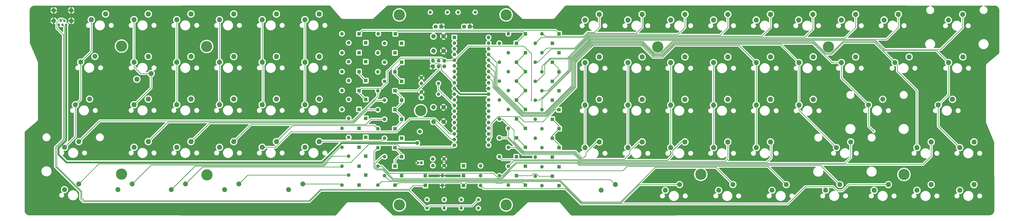
<source format=gbr>
G04 #@! TF.GenerationSoftware,KiCad,Pcbnew,7.0.5*
G04 #@! TF.CreationDate,2023-06-09T18:05:41+02:00*
G04 #@! TF.ProjectId,lumberjack,6c756d62-6572-46a6-9163-6b2e6b696361,1.7*
G04 #@! TF.SameCoordinates,Original*
G04 #@! TF.FileFunction,Copper,L2,Bot*
G04 #@! TF.FilePolarity,Positive*
%FSLAX46Y46*%
G04 Gerber Fmt 4.6, Leading zero omitted, Abs format (unit mm)*
G04 Created by KiCad (PCBNEW 7.0.5) date 2023-06-09 18:05:41*
%MOMM*%
%LPD*%
G01*
G04 APERTURE LIST*
G04 #@! TA.AperFunction,WasherPad*
%ADD10C,5.000000*%
G04 #@! TD*
G04 #@! TA.AperFunction,ComponentPad*
%ADD11O,1.600000X1.600000*%
G04 #@! TD*
G04 #@! TA.AperFunction,ComponentPad*
%ADD12R,1.600000X1.600000*%
G04 #@! TD*
G04 #@! TA.AperFunction,ComponentPad*
%ADD13C,1.600000*%
G04 #@! TD*
G04 #@! TA.AperFunction,ComponentPad*
%ADD14R,1.800000X1.800000*%
G04 #@! TD*
G04 #@! TA.AperFunction,ComponentPad*
%ADD15C,1.800000*%
G04 #@! TD*
G04 #@! TA.AperFunction,ComponentPad*
%ADD16C,1.710000*%
G04 #@! TD*
G04 #@! TA.AperFunction,ComponentPad*
%ADD17R,1.200000X1.200000*%
G04 #@! TD*
G04 #@! TA.AperFunction,ComponentPad*
%ADD18C,1.200000*%
G04 #@! TD*
G04 #@! TA.AperFunction,ComponentPad*
%ADD19C,2.000000*%
G04 #@! TD*
G04 #@! TA.AperFunction,ComponentPad*
%ADD20R,1.700000X1.700000*%
G04 #@! TD*
G04 #@! TA.AperFunction,ComponentPad*
%ADD21O,1.700000X1.700000*%
G04 #@! TD*
G04 #@! TA.AperFunction,ComponentPad*
%ADD22C,1.400000*%
G04 #@! TD*
G04 #@! TA.AperFunction,ComponentPad*
%ADD23O,1.400000X1.400000*%
G04 #@! TD*
G04 #@! TA.AperFunction,ComponentPad*
%ADD24C,1.500000*%
G04 #@! TD*
G04 #@! TA.AperFunction,ComponentPad*
%ADD25C,2.200000*%
G04 #@! TD*
G04 #@! TA.AperFunction,ComponentPad*
%ADD26C,2.286000*%
G04 #@! TD*
G04 #@! TA.AperFunction,ComponentPad*
%ADD27C,1.100000*%
G04 #@! TD*
G04 #@! TA.AperFunction,ComponentPad*
%ADD28R,1.100000X1.100000*%
G04 #@! TD*
G04 #@! TA.AperFunction,ComponentPad*
%ADD29O,2.000000X2.000000*%
G04 #@! TD*
G04 #@! TA.AperFunction,ViaPad*
%ADD30C,0.600000*%
G04 #@! TD*
G04 #@! TA.AperFunction,Conductor*
%ADD31C,0.250000*%
G04 #@! TD*
G04 #@! TA.AperFunction,Conductor*
%ADD32C,0.800000*%
G04 #@! TD*
G04 APERTURE END LIST*
D10*
X319950048Y-73849952D03*
X4700000Y-73500000D03*
X4700000Y-130810000D03*
D11*
X192190000Y-93500000D03*
D12*
X199810000Y-93500000D03*
D13*
X138430000Y-96520000D03*
X138430000Y-94020000D03*
X138430000Y-90170000D03*
X138430000Y-87670000D03*
D14*
X160020000Y-64770000D03*
D15*
X157480000Y-64770000D03*
D16*
X136560000Y-116850000D03*
X137760000Y-111750000D03*
D12*
X129620000Y-89250000D03*
D11*
X122000000Y-89250000D03*
D12*
X126620000Y-93500000D03*
D11*
X119000000Y-93500000D03*
D12*
X110620000Y-118782500D03*
D11*
X103000000Y-118782500D03*
D12*
X110620000Y-84927500D03*
D11*
X103000000Y-84927500D03*
D12*
X129620000Y-80750000D03*
D11*
X122000000Y-80750000D03*
D12*
X126620000Y-110500000D03*
D11*
X119000000Y-110500000D03*
D17*
X138430000Y-125730000D03*
D18*
X136930000Y-125730000D03*
D12*
X113620000Y-88927500D03*
D11*
X106000000Y-88927500D03*
D19*
X143800000Y-107390000D03*
X143800000Y-100890000D03*
X148300000Y-107390000D03*
X148300000Y-100890000D03*
D10*
X128587608Y-59531300D03*
X176212648Y-59531300D03*
X128587608Y-144661059D03*
X176212648Y-144661059D03*
D12*
X180810000Y-123058549D03*
D11*
X173190000Y-123058549D03*
D14*
X147320000Y-64770000D03*
D15*
X144780000Y-64770000D03*
D12*
X110620000Y-110318750D03*
D11*
X103000000Y-110318750D03*
D12*
X113620000Y-80463750D03*
D11*
X106000000Y-80463750D03*
D12*
X113620000Y-114318750D03*
D11*
X106000000Y-114318750D03*
D12*
X129620000Y-72250000D03*
D11*
X122000000Y-72250000D03*
D12*
X110620000Y-76463750D03*
D11*
X103000000Y-76463750D03*
D12*
X113620000Y-122782500D03*
D11*
X106000000Y-122782500D03*
D12*
X126810000Y-68000000D03*
D11*
X119190000Y-68000000D03*
D12*
X113620000Y-72000000D03*
D11*
X106000000Y-72000000D03*
D12*
X129620000Y-97750000D03*
D11*
X122000000Y-97750000D03*
D12*
X113620000Y-131246250D03*
D11*
X106000000Y-131246250D03*
D12*
X126620000Y-102000000D03*
D11*
X119000000Y-102000000D03*
D12*
X113620000Y-97391250D03*
D11*
X106000000Y-97391250D03*
D12*
X199810000Y-68000000D03*
D11*
X192190000Y-68000000D03*
D12*
X126620000Y-85000000D03*
D11*
X119000000Y-85000000D03*
D12*
X180810000Y-72235273D03*
D11*
X173190000Y-72235273D03*
D12*
X129620000Y-106250000D03*
D11*
X122000000Y-106250000D03*
D12*
X199810000Y-119000000D03*
D11*
X192190000Y-119000000D03*
D19*
X143800000Y-75640000D03*
X143800000Y-69140000D03*
X148300000Y-75640000D03*
X148300000Y-69140000D03*
D13*
X143510000Y-124023435D03*
X148510000Y-124023435D03*
D12*
X110620000Y-135710000D03*
D11*
X103000000Y-135710000D03*
D12*
X199810000Y-127500000D03*
D11*
X192190000Y-127500000D03*
D12*
X126620000Y-127264375D03*
D11*
X119000000Y-127264375D03*
D12*
X196810000Y-89250000D03*
D11*
X189190000Y-89250000D03*
D12*
X129620000Y-123014375D03*
D11*
X122000000Y-123014375D03*
D12*
X184810000Y-118823276D03*
D11*
X177190000Y-118823276D03*
D12*
X184810000Y-68000000D03*
D11*
X177190000Y-68000000D03*
D12*
X180810000Y-89176365D03*
D11*
X173190000Y-89176365D03*
D12*
X129620000Y-131514375D03*
D11*
X122000000Y-131514375D03*
D12*
X199810000Y-85000000D03*
D11*
X192190000Y-85000000D03*
D12*
X126620000Y-135764375D03*
D11*
X119000000Y-135764375D03*
D12*
X184810000Y-110352730D03*
D11*
X177190000Y-110352730D03*
D12*
X196810000Y-106250000D03*
D11*
X189190000Y-106250000D03*
D12*
X199810000Y-110500000D03*
D11*
X192190000Y-110500000D03*
D12*
X184810000Y-84941092D03*
D11*
X177190000Y-84941092D03*
D12*
X196810000Y-80750000D03*
D11*
X189190000Y-80750000D03*
D12*
X180810000Y-106117457D03*
D11*
X173190000Y-106117457D03*
D12*
X180810000Y-114588003D03*
D11*
X173190000Y-114588003D03*
D12*
X196810000Y-114750000D03*
D11*
X189190000Y-114750000D03*
D12*
X184810000Y-127293822D03*
D11*
X177190000Y-127293822D03*
D12*
X199810000Y-76500000D03*
D11*
X192190000Y-76500000D03*
D12*
X126620000Y-119000000D03*
D11*
X119000000Y-119000000D03*
D12*
X180810000Y-80705819D03*
D11*
X173190000Y-80705819D03*
D12*
X196810000Y-123250000D03*
D11*
X189190000Y-123250000D03*
D12*
X196810000Y-72250000D03*
D11*
X189190000Y-72250000D03*
D13*
X143550000Y-127000000D03*
X148550000Y-127000000D03*
D20*
X143525000Y-82555000D03*
D21*
X143525000Y-80015000D03*
X146065000Y-82555000D03*
X146065000Y-80015000D03*
X148605000Y-82555000D03*
X148605000Y-80015000D03*
D10*
X138112616Y-102393836D03*
D12*
X184810000Y-76470546D03*
D11*
X177190000Y-76470546D03*
D12*
X129620000Y-114750000D03*
D11*
X122000000Y-114750000D03*
D12*
X110620000Y-127246250D03*
D11*
X103000000Y-127246250D03*
D12*
X110620000Y-93391250D03*
D11*
X103000000Y-93391250D03*
D12*
X110620000Y-68000000D03*
D11*
X103000000Y-68000000D03*
D22*
X156210000Y-146050000D03*
D23*
X163830000Y-146050000D03*
D24*
X146050000Y-90170000D03*
X146050000Y-95050000D03*
D12*
X126620000Y-76500000D03*
D11*
X119000000Y-76500000D03*
D22*
X140970000Y-146050000D03*
D23*
X148590000Y-146050000D03*
D22*
X150018876Y-58340674D03*
D23*
X142398876Y-58340674D03*
D22*
X162401380Y-58340674D03*
D23*
X154781380Y-58340674D03*
D22*
X140970000Y-142240000D03*
D23*
X148590000Y-142240000D03*
D12*
X184810000Y-93411638D03*
D11*
X177190000Y-93411638D03*
D22*
X163830000Y-142240000D03*
D23*
X156210000Y-142240000D03*
D12*
X110620000Y-101855000D03*
D11*
X103000000Y-101855000D03*
D12*
X113620000Y-105855000D03*
D11*
X106000000Y-105855000D03*
D25*
X-7169920Y-78126196D03*
X-13519920Y-80666196D03*
X-9519920Y-97226196D03*
X-15869920Y-99766196D03*
X-14309920Y-116256196D03*
X-20659920Y-118796196D03*
X-14360000Y-135220000D03*
X-20710000Y-137760000D03*
D26*
X16639936Y-59120000D03*
X10289936Y-61660000D03*
X11559936Y-88330016D03*
X16639936Y-78170016D03*
X10289936Y-80710016D03*
X17909936Y-85790016D03*
X16639936Y-97220032D03*
X10289936Y-99760032D03*
X16639936Y-116270048D03*
X10289936Y-118810048D03*
D25*
X9440000Y-135220000D03*
X3090000Y-137760000D03*
D26*
X35689952Y-59120000D03*
X29339952Y-61660000D03*
X35689952Y-78170016D03*
X29339952Y-80710016D03*
D25*
X33240000Y-135226196D03*
X26890000Y-137766196D03*
D26*
X54739968Y-59120000D03*
X48389968Y-61660000D03*
X54739968Y-78170016D03*
X48389968Y-80710016D03*
X54739968Y-97220032D03*
X48389968Y-99760032D03*
X54739968Y-116270048D03*
X48389968Y-118810048D03*
D25*
X57040000Y-135220000D03*
X50690000Y-137760000D03*
D26*
X73789984Y-59120000D03*
X67439984Y-61660000D03*
X73789984Y-78170016D03*
X67439984Y-80710016D03*
X73789984Y-97220032D03*
X67439984Y-99760032D03*
X73789984Y-116270048D03*
X67439984Y-118810048D03*
X92840000Y-59120000D03*
X86490000Y-61660000D03*
X92840000Y-78170016D03*
X86490000Y-80710016D03*
X92840000Y-97220032D03*
X86490000Y-99760032D03*
X92840000Y-116270048D03*
X86490000Y-118810048D03*
D25*
X85540000Y-135220000D03*
X79190000Y-137760000D03*
D26*
X217740000Y-59269952D03*
X211390000Y-61809952D03*
X217740000Y-78319968D03*
X211390000Y-80859968D03*
X217740000Y-97369984D03*
X211390000Y-99909984D03*
X217740000Y-116420000D03*
X211390000Y-118960000D03*
D25*
X224940000Y-135520000D03*
X218590000Y-138060000D03*
D26*
X236840000Y-59269952D03*
X230490000Y-61809952D03*
X236840000Y-78319968D03*
X230490000Y-80859968D03*
X236840000Y-97369984D03*
X230490000Y-99909984D03*
X236840000Y-116420000D03*
X230490000Y-118960000D03*
X255940032Y-59263756D03*
X249590032Y-61803756D03*
X255940032Y-78313772D03*
X249590032Y-80853772D03*
X255940032Y-97363788D03*
X249590032Y-99903788D03*
X255940032Y-116413804D03*
X249590032Y-118953804D03*
D25*
X253540000Y-135520000D03*
X247190000Y-138060000D03*
D26*
X275040032Y-59263756D03*
X268690032Y-61803756D03*
X275040032Y-78313772D03*
X268690032Y-80853772D03*
X275040032Y-97363788D03*
X268690032Y-99903788D03*
X275040032Y-116413804D03*
X268690032Y-118953804D03*
D25*
X277340000Y-135520000D03*
X270990000Y-138060000D03*
D26*
X294090048Y-59263756D03*
X287740048Y-61803756D03*
X294090048Y-78313772D03*
X287740048Y-80853772D03*
X294090048Y-97363788D03*
X287740048Y-99903788D03*
X294090048Y-116413804D03*
X287740048Y-118953804D03*
D25*
X301140000Y-135520000D03*
X294790000Y-138060000D03*
D26*
X312990048Y-59263756D03*
X306640048Y-61803756D03*
X313139808Y-78313772D03*
X306789808Y-80853772D03*
X313139808Y-97363788D03*
X306789808Y-99903788D03*
D25*
X329840000Y-116400000D03*
X323490000Y-118940000D03*
X325040000Y-135520000D03*
X318690000Y-138060000D03*
D26*
X35689952Y-97220032D03*
X29339952Y-99760032D03*
X35689952Y-116270048D03*
X29339952Y-118810048D03*
D10*
X42800000Y-131200000D03*
X243840000Y-73849952D03*
X263000000Y-130950048D03*
X42672000Y-73660000D03*
D26*
X-2410128Y-59119946D03*
X-8760128Y-61659946D03*
X384840000Y-116420000D03*
X378490000Y-118960000D03*
D25*
X379740000Y-59300000D03*
X373390000Y-61840000D03*
D12*
X153125000Y-69625000D03*
D11*
X153125000Y-72165000D03*
X153125000Y-74705000D03*
X153125000Y-77245000D03*
X153125000Y-79785000D03*
X153125000Y-82325000D03*
X153125000Y-84865000D03*
X153125000Y-87405000D03*
X153125000Y-89945000D03*
X153125000Y-92485000D03*
X153125000Y-95025000D03*
X153125000Y-97565000D03*
X153125000Y-100105000D03*
X153125000Y-102645000D03*
X153125000Y-105185000D03*
X153125000Y-107725000D03*
X153125000Y-110265000D03*
X153125000Y-112805000D03*
X153125000Y-115345000D03*
X153125000Y-117885000D03*
X168365000Y-117885000D03*
X168365000Y-115345000D03*
X168365000Y-112805000D03*
X168365000Y-110265000D03*
X168365000Y-107725000D03*
X168365000Y-105185000D03*
X168365000Y-102645000D03*
X168365000Y-100105000D03*
X168365000Y-97565000D03*
X168365000Y-95025000D03*
X168365000Y-92485000D03*
X168365000Y-89945000D03*
X168365000Y-87405000D03*
X168365000Y-84865000D03*
X168365000Y-82325000D03*
X168365000Y-79785000D03*
X168365000Y-77245000D03*
X168365000Y-74705000D03*
X168365000Y-72165000D03*
X168365000Y-69625000D03*
D12*
X199810000Y-102000000D03*
D11*
X192190000Y-102000000D03*
D26*
X351090048Y-59263756D03*
X344740048Y-61803756D03*
D12*
X157190000Y-127104375D03*
D11*
X164810000Y-127104375D03*
D26*
X384840000Y-135520000D03*
X378490000Y-138060000D03*
D12*
X180810000Y-131529095D03*
D11*
X173190000Y-131529095D03*
D27*
X-19990000Y-63952000D03*
X-20790000Y-62202000D03*
X-21590000Y-63952000D03*
X-22390000Y-62202000D03*
D28*
X-23190000Y-63952000D03*
D29*
X-25490000Y-57502000D03*
X-25490000Y-62202000D03*
X-17690000Y-57502000D03*
X-17690000Y-62202000D03*
D12*
X180810000Y-97646911D03*
D11*
X173190000Y-97646911D03*
D10*
X353600000Y-131000000D03*
D25*
X355940000Y-78320000D03*
X349590000Y-80860000D03*
D12*
X157190000Y-135924375D03*
D11*
X164810000Y-135924375D03*
D26*
X365740000Y-135520000D03*
X359390000Y-138060000D03*
D12*
X199810000Y-136000000D03*
D11*
X192190000Y-136000000D03*
D26*
X332040048Y-59263756D03*
X325690048Y-61803756D03*
D12*
X140190000Y-131514375D03*
D11*
X147810000Y-131514375D03*
D26*
X332040048Y-78313772D03*
X325690048Y-80853772D03*
D12*
X157190000Y-131514375D03*
D11*
X164810000Y-131514375D03*
D12*
X196810000Y-131750000D03*
D11*
X189190000Y-131750000D03*
D12*
X196810000Y-97750000D03*
D11*
X189190000Y-97750000D03*
D25*
X344140000Y-97300000D03*
X337790000Y-99840000D03*
D26*
X346640000Y-135520000D03*
X340290000Y-138060000D03*
X379840000Y-78320000D03*
X373490000Y-80860000D03*
D12*
X184810000Y-135764375D03*
D11*
X177190000Y-135764375D03*
D12*
X184810000Y-101882184D03*
D11*
X177190000Y-101882184D03*
D12*
X140190000Y-135924375D03*
D11*
X147810000Y-135924375D03*
D26*
X375240000Y-97320000D03*
X368890000Y-99860000D03*
X365740000Y-116420000D03*
X359390000Y-118960000D03*
D30*
X340106000Y-111633000D03*
X187500000Y-97800000D03*
D31*
X170715000Y-87215000D02*
X168365000Y-84865000D01*
X170715000Y-91824188D02*
X170715000Y-87215000D01*
X183365812Y-104475000D02*
X170715000Y-91824188D01*
X194091428Y-104475000D02*
X183365812Y-104475000D01*
X206814000Y-91752428D02*
X194091428Y-104475000D01*
X214753104Y-72710000D02*
X206814000Y-80649104D01*
X236676812Y-72710000D02*
X214753104Y-72710000D01*
X298602000Y-72702000D02*
X251078792Y-72702000D01*
X245755840Y-78024952D02*
X241991764Y-78024952D01*
X306753772Y-80853772D02*
X298602000Y-72702000D01*
X251078792Y-72702000D02*
X245755840Y-78024952D01*
X241991764Y-78024952D02*
X236676812Y-72710000D01*
X206814000Y-80649104D02*
X206814000Y-91752428D01*
X171165000Y-85125000D02*
X168365000Y-82325000D01*
X171165000Y-91637792D02*
X171165000Y-85125000D01*
X183552208Y-104025000D02*
X171165000Y-91637792D01*
X193905032Y-104025000D02*
X183552208Y-104025000D01*
X206364000Y-91566032D02*
X193905032Y-104025000D01*
X206364000Y-80462708D02*
X206364000Y-91566032D01*
X236863208Y-72260000D02*
X214566708Y-72260000D01*
X250892396Y-72252000D02*
X245569444Y-77574952D01*
X242178160Y-77574952D02*
X236863208Y-72260000D01*
X313052000Y-72252000D02*
X250892396Y-72252000D01*
X321653772Y-80853772D02*
X313052000Y-72252000D01*
X325690048Y-80853772D02*
X321653772Y-80853772D01*
X245569444Y-77574952D02*
X242178160Y-77574952D01*
X214566708Y-72260000D02*
X206364000Y-80462708D01*
X170265000Y-89305000D02*
X168365000Y-87405000D01*
X170265000Y-92010584D02*
X170265000Y-89305000D01*
X183179416Y-104925000D02*
X170265000Y-92010584D01*
X194277824Y-104925000D02*
X183179416Y-104925000D01*
X207264000Y-91938824D02*
X194277824Y-104925000D01*
X207264000Y-80835500D02*
X207264000Y-91938824D01*
X214939500Y-73160000D02*
X207264000Y-80835500D01*
X236490416Y-73160000D02*
X214939500Y-73160000D01*
X245851188Y-78566000D02*
X241896416Y-78566000D01*
X251265188Y-73152000D02*
X245851188Y-78566000D01*
X287740048Y-80853772D02*
X280038276Y-73152000D01*
X368075000Y-75445000D02*
X373490000Y-80860000D01*
X344811396Y-75445000D02*
X368075000Y-75445000D01*
X340798396Y-71432000D02*
X344811396Y-75445000D01*
X326363154Y-71432000D02*
X340798396Y-71432000D01*
X321120202Y-76674952D02*
X326363154Y-71432000D01*
X245010154Y-76674952D02*
X250333106Y-71352000D01*
X242550952Y-76674952D02*
X245010154Y-76674952D01*
X237236000Y-71360000D02*
X242550952Y-76674952D01*
X214193916Y-71360000D02*
X237236000Y-71360000D01*
X205464000Y-80089916D02*
X214193916Y-71360000D01*
X313424792Y-71352000D02*
X318747744Y-76674952D01*
X280038276Y-73152000D02*
X251265188Y-73152000D01*
X193532240Y-103125000D02*
X205464000Y-91193240D01*
X171615000Y-91451396D02*
X171615000Y-83035000D01*
X214380312Y-71810000D02*
X205914000Y-80276312D01*
X237049604Y-71810000D02*
X214380312Y-71810000D01*
X242364556Y-77124952D02*
X237049604Y-71810000D01*
X245196550Y-77124952D02*
X242364556Y-77124952D01*
X250698000Y-71810000D02*
X250511502Y-71810000D01*
X193718636Y-103575000D02*
X183738604Y-103575000D01*
X313238396Y-71802000D02*
X250706000Y-71802000D01*
X318561348Y-77124952D02*
X313238396Y-71802000D01*
X321306598Y-77124952D02*
X318561348Y-77124952D01*
X183738604Y-103575000D02*
X171615000Y-91451396D01*
X250333106Y-71352000D02*
X313424792Y-71352000D01*
X326549550Y-71882000D02*
X321306598Y-77124952D01*
X250511502Y-71810000D02*
X245196550Y-77124952D01*
X340612000Y-71882000D02*
X326549550Y-71882000D01*
X349590000Y-80860000D02*
X340612000Y-71882000D01*
X183925000Y-103125000D02*
X193532240Y-103125000D01*
X168365000Y-77245000D02*
X172065000Y-80945000D01*
X171615000Y-83035000D02*
X168365000Y-79785000D01*
X205914000Y-91379636D02*
X193718636Y-103575000D01*
X172065000Y-91265000D02*
X183925000Y-103125000D01*
X241896416Y-78566000D02*
X236490416Y-73160000D01*
X250706000Y-71802000D02*
X250698000Y-71810000D01*
X318747744Y-76674952D02*
X321120202Y-76674952D01*
X205464000Y-91193240D02*
X205464000Y-80089916D01*
X205914000Y-80276312D02*
X205914000Y-91379636D01*
X172065000Y-80945000D02*
X172065000Y-91265000D01*
X-20759000Y-64783000D02*
X-21590000Y-63952000D01*
X-20759000Y-115465807D02*
X-20759000Y-64783000D01*
X-24154920Y-118861727D02*
X-20759000Y-115465807D01*
X-24154920Y-127440335D02*
X-24154920Y-118861727D01*
X-13081000Y-138514255D02*
X-24154920Y-127440335D01*
X88331804Y-142681196D02*
X-11877804Y-142681196D01*
X93414000Y-137599000D02*
X88331804Y-142681196D01*
X-11877804Y-142681196D02*
X-13081000Y-141478000D01*
X134839625Y-135924375D02*
X133165000Y-137599000D01*
X-13081000Y-141478000D02*
X-13081000Y-138514255D01*
X140190000Y-135924375D02*
X134839625Y-135924375D01*
X133165000Y-137599000D02*
X93414000Y-137599000D01*
X132969000Y-138049000D02*
X140970000Y-146050000D01*
X88518200Y-143131196D02*
X93600396Y-138049000D01*
X-12445200Y-143131196D02*
X88518200Y-143131196D01*
X-13531000Y-142045396D02*
X-12445200Y-143131196D01*
X-24765000Y-127466652D02*
X-13531000Y-138700652D01*
X-24765000Y-118745000D02*
X-24765000Y-127466652D01*
X-21209000Y-115189000D02*
X-24765000Y-118745000D01*
X-21209000Y-68453000D02*
X-21209000Y-115189000D01*
X-24130000Y-65532000D02*
X-21209000Y-68453000D01*
X-24130000Y-62704563D02*
X-24130000Y-65532000D01*
X-22752437Y-61327000D02*
X-24130000Y-62704563D01*
X93600396Y-138049000D02*
X132969000Y-138049000D01*
X-21665000Y-61327000D02*
X-22752437Y-61327000D01*
X-20790000Y-62202000D02*
X-21665000Y-61327000D01*
X-13531000Y-138700652D02*
X-13531000Y-142045396D01*
X365740000Y-122829000D02*
X365740000Y-116420000D01*
X362113000Y-126456000D02*
X365740000Y-122829000D01*
X209001812Y-126456000D02*
X362113000Y-126456000D01*
X174545717Y-131529095D02*
X180598812Y-125476000D01*
X208021812Y-125476000D02*
X209001812Y-126456000D01*
X173190000Y-131529095D02*
X174545717Y-131529095D01*
X180598812Y-125476000D02*
X208021812Y-125476000D01*
X329840000Y-123423000D02*
X329840000Y-116400000D01*
X327257000Y-126006000D02*
X329840000Y-123423000D01*
X208012208Y-124830000D02*
X209188208Y-126006000D01*
X179653822Y-124830000D02*
X208012208Y-124830000D01*
X177190000Y-127293822D02*
X179653822Y-124830000D01*
X209188208Y-126006000D02*
X327257000Y-126006000D01*
X174511451Y-124380000D02*
X173190000Y-123058549D01*
X208198604Y-124380000D02*
X174511451Y-124380000D01*
X292401000Y-125556000D02*
X209374604Y-125556000D01*
X294386000Y-123571000D02*
X292401000Y-125556000D01*
X294090048Y-116413804D02*
X294386000Y-116709756D01*
X294386000Y-116709756D02*
X294386000Y-123571000D01*
X209374604Y-125556000D02*
X208198604Y-124380000D01*
X180414088Y-118823276D02*
X177190000Y-118823276D01*
X183590812Y-122000000D02*
X180414088Y-118823276D01*
X206455000Y-122000000D02*
X183590812Y-122000000D01*
X209561000Y-125106000D02*
X206455000Y-122000000D01*
X273928000Y-125106000D02*
X209561000Y-125106000D01*
X275040032Y-116413804D02*
X275040032Y-123993968D01*
X275040032Y-123993968D02*
X273928000Y-125106000D01*
X242694000Y-127806000D02*
X269806000Y-127806000D01*
X200399098Y-133701996D02*
X209953102Y-143256000D01*
X172164821Y-134004095D02*
X174215179Y-134004095D01*
X122000000Y-131514375D02*
X124205625Y-133720000D01*
X292976000Y-127356000D02*
X301140000Y-135520000D01*
X124205625Y-133720000D02*
X171880726Y-133720000D01*
X230150396Y-127356000D02*
X292976000Y-127356000D01*
X174144486Y-132801996D02*
X174545608Y-132801996D01*
X173842387Y-133104095D02*
X174144486Y-132801996D01*
X172537613Y-133104095D02*
X173842387Y-133104095D01*
X125706604Y-132820000D02*
X172253518Y-132820000D01*
X118549000Y-128455000D02*
X121341604Y-128455000D01*
X117729000Y-127635000D02*
X118549000Y-128455000D01*
X117729000Y-125984000D02*
X117729000Y-127635000D01*
X120698625Y-123014375D02*
X117729000Y-125984000D01*
X209953102Y-143256000D02*
X227244000Y-143256000D01*
X122000000Y-123014375D02*
X120698625Y-123014375D01*
X123912375Y-130389375D02*
X120787375Y-127264375D01*
X174110043Y-132200043D02*
X173655991Y-132654095D01*
X174511165Y-132200043D02*
X174110043Y-132200043D01*
X207893416Y-125984000D02*
X180727208Y-125984000D01*
X316426000Y-126906000D02*
X208815416Y-126906000D01*
X325040000Y-135520000D02*
X316426000Y-126906000D01*
X120787375Y-127264375D02*
X119000000Y-127264375D01*
X178029780Y-129317824D02*
X228188572Y-129317824D01*
X121341604Y-128455000D02*
X125706604Y-132820000D01*
X171880726Y-133720000D02*
X172164821Y-134004095D01*
X170459289Y-130389375D02*
X123912375Y-130389375D01*
X174517278Y-133701996D02*
X200399098Y-133701996D01*
X269806000Y-127806000D02*
X277340000Y-135340000D01*
X174545608Y-132801996D02*
X178029780Y-129317824D01*
X172253518Y-132820000D02*
X172537613Y-133104095D01*
X227244000Y-143256000D02*
X242694000Y-127806000D01*
X172724009Y-132654095D02*
X170459289Y-130389375D01*
X208815416Y-126906000D02*
X207893416Y-125984000D01*
X173655991Y-132654095D02*
X172724009Y-132654095D01*
X180727208Y-125984000D02*
X174511165Y-132200043D01*
X174215179Y-134004095D02*
X174517278Y-133701996D01*
X228188572Y-129317824D02*
X230150396Y-127356000D01*
X176815211Y-114588003D02*
X173190000Y-114588003D01*
X183777208Y-121550000D02*
X176815211Y-114588003D01*
X206641396Y-121550000D02*
X183777208Y-121550000D01*
X209747396Y-124656000D02*
X206641396Y-121550000D01*
X248082020Y-124656000D02*
X209747396Y-124656000D01*
X250528020Y-122210000D02*
X248082020Y-124656000D01*
X250528020Y-120209370D02*
X250528020Y-122210000D01*
X255940032Y-116413804D02*
X254323586Y-116413804D01*
X254323586Y-116413804D02*
X250528020Y-120209370D01*
X235223554Y-116420000D02*
X236840000Y-116420000D01*
X231291624Y-120351930D02*
X235223554Y-116420000D01*
X231291624Y-121760000D02*
X231291624Y-120351930D01*
X228845624Y-124206000D02*
X231291624Y-121760000D01*
X209933792Y-124206000D02*
X228845624Y-124206000D01*
X183963604Y-121100000D02*
X206827792Y-121100000D01*
X177190000Y-110352730D02*
X177190000Y-114326396D01*
X206827792Y-121100000D02*
X209933792Y-124206000D01*
X177190000Y-114326396D02*
X183963604Y-121100000D01*
X216574000Y-116420000D02*
X217740000Y-116420000D01*
X211836000Y-121158000D02*
X216574000Y-116420000D01*
X211836000Y-122428000D02*
X211836000Y-121158000D01*
X210693000Y-123571000D02*
X211836000Y-122428000D01*
X207169797Y-120650000D02*
X210090797Y-123571000D01*
X210090797Y-123571000D02*
X210693000Y-123571000D01*
X184150000Y-120650000D02*
X207169797Y-120650000D01*
X179685000Y-116185000D02*
X184150000Y-120650000D01*
X179685000Y-111213003D02*
X179685000Y-116185000D01*
X174589454Y-106117457D02*
X179685000Y-111213003D01*
X173190000Y-106117457D02*
X174589454Y-106117457D01*
X115997208Y-106250000D02*
X122000000Y-106250000D01*
X62425016Y-108585000D02*
X113662208Y-108585000D01*
X54739968Y-116270048D02*
X62425016Y-108585000D01*
X73789984Y-116270048D02*
X81025032Y-109035000D01*
X81025032Y-109035000D02*
X117535000Y-109035000D01*
X117535000Y-109035000D02*
X119000000Y-110500000D01*
X113662208Y-108585000D02*
X115997208Y-106250000D01*
X67818000Y-99382016D02*
X67818000Y-81088032D01*
X67818000Y-81088032D02*
X67439984Y-80710016D01*
X67439984Y-99760032D02*
X67818000Y-99382016D01*
X127935000Y-66875000D02*
X183685000Y-66875000D01*
X112195000Y-66425000D02*
X198235000Y-66425000D01*
X198235000Y-66425000D02*
X199810000Y-68000000D01*
X126810000Y-68000000D02*
X127935000Y-66875000D01*
X183685000Y-66875000D02*
X184810000Y-68000000D01*
X110620000Y-68000000D02*
X112195000Y-66425000D01*
X116332000Y-111887000D02*
X80264000Y-111887000D01*
X127381000Y-111887000D02*
X116332000Y-111887000D01*
X80264000Y-111887000D02*
X73340952Y-118810048D01*
X73340952Y-118810048D02*
X67439984Y-118810048D01*
X144348833Y-106065000D02*
X133203000Y-106065000D01*
X153125000Y-112805000D02*
X151088833Y-112805000D01*
X151088833Y-112805000D02*
X144348833Y-106065000D01*
X133203000Y-106065000D02*
X127381000Y-111887000D01*
X67439984Y-61660000D02*
X67439984Y-80710016D01*
X193315000Y-85785000D02*
X189850000Y-89250000D01*
X193315000Y-81995706D02*
X193315000Y-85785000D01*
X203707833Y-79300499D02*
X196010207Y-79300499D01*
X213456332Y-69552000D02*
X203707833Y-79300499D01*
X309348000Y-69552000D02*
X213456332Y-69552000D01*
X312990048Y-65909952D02*
X309348000Y-69552000D01*
X312990048Y-59263756D02*
X312990048Y-65909952D01*
X332040048Y-65153887D02*
X332040048Y-59263756D01*
X327191935Y-70002000D02*
X332040048Y-65153887D01*
X213642728Y-70002000D02*
X327191935Y-70002000D01*
X204114000Y-79530728D02*
X213642728Y-70002000D01*
X204114000Y-84078930D02*
X204114000Y-79530728D01*
X194692930Y-93500000D02*
X204114000Y-84078930D01*
X192190000Y-93500000D02*
X194692930Y-93500000D01*
X204564000Y-84265326D02*
X191079326Y-97750000D01*
X204564000Y-79717124D02*
X204564000Y-84265326D01*
X213829124Y-70452000D02*
X204564000Y-79717124D01*
X345791935Y-70452000D02*
X213829124Y-70452000D01*
X351090048Y-65153887D02*
X345791935Y-70452000D01*
X351090048Y-59263756D02*
X351090048Y-65153887D01*
X192190000Y-97275722D02*
X192190000Y-102000000D01*
X344997792Y-74995000D02*
X340904792Y-70902000D01*
X205014000Y-79903520D02*
X205014000Y-84451722D01*
X205014000Y-84451722D02*
X192190000Y-97275722D01*
X196010207Y-79300499D02*
X193315000Y-81995706D01*
X379740000Y-65198757D02*
X369943757Y-74995000D01*
X191079326Y-97750000D02*
X189190000Y-97750000D01*
X369943757Y-74995000D02*
X344997792Y-74995000D01*
X195823811Y-78850499D02*
X192190000Y-82484310D01*
X290141935Y-69102000D02*
X213269936Y-69102000D01*
X340904792Y-70902000D02*
X214015520Y-70902000D01*
X294090048Y-65153887D02*
X290141935Y-69102000D01*
X379740000Y-59300000D02*
X379740000Y-65198757D01*
X192190000Y-82484310D02*
X192190000Y-85000000D01*
X214015520Y-70902000D02*
X205014000Y-79903520D01*
X203521437Y-78850499D02*
X195823811Y-78850499D01*
X294090048Y-59263756D02*
X294090048Y-65153887D01*
X213269936Y-69102000D02*
X203521437Y-78850499D01*
X193625000Y-69125000D02*
X192500000Y-68000000D01*
X210701352Y-69125000D02*
X193625000Y-69125000D01*
X212524352Y-67302000D02*
X210701352Y-69125000D01*
X215598083Y-67302000D02*
X212524352Y-67302000D01*
X215784479Y-67752000D02*
X212710748Y-67752000D01*
X234250083Y-67750000D02*
X215786479Y-67750000D01*
X236840000Y-65160083D02*
X234250083Y-67750000D01*
X236840000Y-59269952D02*
X236840000Y-65160083D01*
X194340499Y-74349501D02*
X192190000Y-76500000D01*
X212897144Y-68202000D02*
X206749643Y-74349501D01*
X255940032Y-65153887D02*
X252891919Y-68202000D01*
X255940032Y-59263756D02*
X255940032Y-65153887D01*
X196271869Y-74799501D02*
X190321370Y-80750000D01*
X213083540Y-68652000D02*
X206936039Y-74799501D01*
X275040032Y-65153887D02*
X271541919Y-68652000D01*
X275040032Y-59263756D02*
X275040032Y-65153887D01*
X271541919Y-68652000D02*
X213083540Y-68652000D01*
X191790499Y-69649501D02*
X189190000Y-72250000D01*
X206749643Y-74349501D02*
X194340499Y-74349501D01*
X252891919Y-68202000D02*
X212897144Y-68202000D01*
X206936039Y-74799501D02*
X196271869Y-74799501D01*
X210813247Y-69649501D02*
X191790499Y-69649501D01*
X217740000Y-65160083D02*
X215598083Y-67302000D01*
X212710748Y-67752000D02*
X210813247Y-69649501D01*
X215786479Y-67750000D02*
X215784479Y-67752000D01*
X190321370Y-80750000D02*
X189190000Y-80750000D01*
X217740000Y-59269952D02*
X217740000Y-65160083D01*
X337790000Y-109317000D02*
X337790000Y-99840000D01*
X340106000Y-111633000D02*
X337790000Y-109317000D01*
X128742999Y-118684999D02*
X152325001Y-118684999D01*
X127633000Y-117575000D02*
X128742999Y-118684999D01*
X114833604Y-117575000D02*
X127633000Y-117575000D01*
X106863604Y-125545000D02*
X114833604Y-117575000D01*
X96578000Y-125545000D02*
X106863604Y-125545000D01*
X94938000Y-127185000D02*
X96578000Y-125545000D01*
X37471196Y-127185000D02*
X94938000Y-127185000D01*
X26890000Y-137766196D02*
X37471196Y-127185000D01*
X-5425000Y-126285000D02*
X94565208Y-126285000D01*
X-14360000Y-135220000D02*
X-5425000Y-126285000D01*
X94751604Y-126735000D02*
X98704104Y-122782500D01*
X98704104Y-122782500D02*
X106000000Y-122782500D01*
X17925000Y-126735000D02*
X94751604Y-126735000D01*
X152325001Y-118684999D02*
X153125000Y-117885000D01*
X94565208Y-126285000D02*
X102067708Y-118782500D01*
X9440000Y-135220000D02*
X17925000Y-126735000D01*
X102067708Y-118782500D02*
X103000000Y-118782500D01*
X93032048Y-116078000D02*
X120672000Y-116078000D01*
X92840000Y-116270048D02*
X93032048Y-116078000D01*
X120672000Y-116078000D02*
X122000000Y-114750000D01*
X102611250Y-127635000D02*
X103000000Y-127246250D01*
D32*
X102860000Y-116850000D02*
X136560000Y-116850000D01*
X94150000Y-125560000D02*
X102860000Y-116850000D01*
X-19855000Y-125560000D02*
X94150000Y-125560000D01*
X-23429920Y-121985080D02*
X-19855000Y-125560000D01*
X-23429920Y-119162032D02*
X-23429920Y-121985080D01*
D31*
X33240000Y-135226196D02*
X40831196Y-127635000D01*
D32*
X-19990000Y-115722112D02*
X-23429920Y-119162032D01*
D31*
X40831196Y-127635000D02*
X102611250Y-127635000D01*
D32*
X-19990000Y-63952000D02*
X-19990000Y-115722112D01*
D31*
X61013750Y-131246250D02*
X106000000Y-131246250D01*
X57040000Y-135220000D02*
X61013750Y-131246250D01*
X129620000Y-122000000D02*
X129620000Y-123014375D01*
X126620000Y-119000000D02*
X129620000Y-122000000D01*
X128064625Y-123014375D02*
X129620000Y-123014375D01*
X126620000Y-124459000D02*
X128064625Y-123014375D01*
X126620000Y-127264375D02*
X126620000Y-124459000D01*
X222671996Y-133251996D02*
X224940000Y-135520000D01*
X174330882Y-133251996D02*
X222671996Y-133251996D01*
X174028783Y-133554095D02*
X174330882Y-133251996D01*
X172351217Y-133554095D02*
X174028783Y-133554095D01*
X121155208Y-128905000D02*
X125520208Y-133270000D01*
X172067122Y-133270000D02*
X172351217Y-133554095D01*
X118237000Y-128905000D02*
X121155208Y-128905000D01*
X117221000Y-120779000D02*
X117221000Y-127889000D01*
X119000000Y-119000000D02*
X117221000Y-120779000D01*
X117221000Y-127889000D02*
X118237000Y-128905000D01*
X125520208Y-133270000D02*
X172067122Y-133270000D01*
X328962325Y-135520000D02*
X346640000Y-135520000D01*
X323891178Y-138293503D02*
X326188822Y-138293503D01*
X322047675Y-136450000D02*
X323891178Y-138293503D01*
X309562412Y-136450000D02*
X322047675Y-136450000D01*
X209580310Y-144156000D02*
X301856412Y-144156000D01*
X202724310Y-137300000D02*
X209580310Y-144156000D01*
X164810000Y-135924375D02*
X166185625Y-137300000D01*
X235616396Y-135520000D02*
X253540000Y-135520000D01*
X166185625Y-137300000D02*
X202724310Y-137300000D01*
X227430396Y-143706000D02*
X235616396Y-135520000D01*
X301856412Y-144156000D02*
X309562412Y-136450000D01*
X209766706Y-143706000D02*
X227430396Y-143706000D01*
X202910706Y-136850000D02*
X209766706Y-143706000D01*
X202909294Y-136850000D02*
X202910706Y-136850000D01*
X174401575Y-134454095D02*
X174703674Y-134151996D01*
X174703674Y-134151996D02*
X200211290Y-134151996D01*
X200211290Y-134151996D02*
X202909294Y-136850000D01*
X119000000Y-135764375D02*
X120594375Y-134170000D01*
X171978425Y-134454095D02*
X174401575Y-134454095D01*
X171694330Y-134170000D02*
X171978425Y-134454095D01*
X120594375Y-134170000D02*
X171694330Y-134170000D01*
X326188822Y-138293503D02*
X328962325Y-135520000D01*
X196810000Y-114750000D02*
X196810000Y-113500000D01*
X196810000Y-113500000D02*
X199810000Y-110500000D01*
D32*
X155665000Y-95025000D02*
X153125000Y-92485000D01*
X168365000Y-95025000D02*
X155665000Y-95025000D01*
D31*
X161045000Y-145025000D02*
X163830000Y-142240000D01*
X140970000Y-146050000D02*
X141995000Y-145025000D01*
X141995000Y-145025000D02*
X161045000Y-145025000D01*
X183685000Y-134639375D02*
X184810000Y-135764375D01*
X174852691Y-134639375D02*
X183685000Y-134639375D01*
X174587971Y-134904095D02*
X174852691Y-134639375D01*
X171792029Y-134904095D02*
X174587971Y-134904095D01*
X171527309Y-134639375D02*
X171792029Y-134904095D01*
X158475000Y-134639375D02*
X171527309Y-134639375D01*
X157190000Y-135924375D02*
X158475000Y-134639375D01*
X155885625Y-134620000D02*
X157190000Y-135924375D01*
X128270000Y-134620000D02*
X155885625Y-134620000D01*
X127125625Y-135764375D02*
X128270000Y-134620000D01*
X126620000Y-135764375D02*
X127125625Y-135764375D01*
X199810000Y-85000000D02*
X199810000Y-86250000D01*
X199810000Y-86250000D02*
X196810000Y-89250000D01*
X113620000Y-88927500D02*
X110620000Y-85927500D01*
X181935000Y-104992457D02*
X172724009Y-104992457D01*
X184317543Y-107375000D02*
X181935000Y-104992457D01*
X192575000Y-107375000D02*
X184317543Y-107375000D01*
X172724009Y-104992457D02*
X169490000Y-108226466D01*
X199810000Y-85000000D02*
X199810000Y-83750000D01*
X197950000Y-102000000D02*
X192575000Y-107375000D01*
X169490000Y-114220000D02*
X168365000Y-115345000D01*
X199810000Y-83750000D02*
X196810000Y-80750000D01*
X110620000Y-85927500D02*
X110620000Y-84927500D01*
X199810000Y-102000000D02*
X197950000Y-102000000D01*
X169490000Y-108226466D02*
X169490000Y-114220000D01*
X126620000Y-85000000D02*
X126620000Y-83750000D01*
X126620000Y-86250000D02*
X129620000Y-89250000D01*
X180810000Y-80941092D02*
X184810000Y-84941092D01*
X126620000Y-83750000D02*
X129620000Y-80750000D01*
X184810000Y-76705819D02*
X180810000Y-80705819D01*
X180810000Y-88941092D02*
X184810000Y-84941092D01*
X126620000Y-85000000D02*
X126620000Y-86250000D01*
X180810000Y-72000000D02*
X184810000Y-68000000D01*
X184810000Y-93176365D02*
X180810000Y-89176365D01*
X180810000Y-97882184D02*
X184810000Y-101882184D01*
X180810000Y-97411638D02*
X184810000Y-93411638D01*
X199810000Y-117750000D02*
X196810000Y-114750000D01*
X187500000Y-76910546D02*
X187500000Y-97800000D01*
X110620000Y-93391250D02*
X110620000Y-94391250D01*
X110620000Y-93391250D02*
X111636250Y-92375000D01*
X147430000Y-78840000D02*
X129280000Y-78840000D01*
X189655991Y-130625000D02*
X190780991Y-131750000D01*
X111636250Y-92375000D02*
X120477000Y-92375000D01*
X180810000Y-131529095D02*
X187378104Y-131529095D01*
X199810000Y-109250000D02*
X196810000Y-106250000D01*
X184089454Y-73500000D02*
X187500000Y-76910546D01*
X120477000Y-92375000D02*
X123125000Y-89727000D01*
X199810000Y-119000000D02*
X199810000Y-117750000D01*
X123125000Y-89727000D02*
X123125000Y-84995000D01*
X148605000Y-80015000D02*
X147430000Y-78840000D01*
X199810000Y-110500000D02*
X199810000Y-109250000D01*
X190780991Y-131750000D02*
X196810000Y-131750000D01*
X129280000Y-78840000D02*
X123125000Y-84995000D01*
X153125000Y-79785000D02*
X159410000Y-73500000D01*
X187378104Y-131529095D02*
X188282199Y-130625000D01*
X148605000Y-80015000D02*
X152895000Y-80015000D01*
X110620000Y-94391250D02*
X113620000Y-97391250D01*
X159410000Y-73500000D02*
X184089454Y-73500000D01*
X188282199Y-130625000D02*
X189655991Y-130625000D01*
X184810000Y-110117457D02*
X180810000Y-106117457D01*
X129620000Y-106250000D02*
X129620000Y-105000000D01*
X129620000Y-107500000D02*
X126620000Y-110500000D01*
X146065000Y-84125991D02*
X136690991Y-93500000D01*
X129620000Y-97750000D02*
X129620000Y-96500000D01*
X129620000Y-99000000D02*
X126620000Y-102000000D01*
X129620000Y-97750000D02*
X129620000Y-99000000D01*
X129620000Y-105000000D02*
X126620000Y-102000000D01*
X146065000Y-82555000D02*
X146065000Y-84125991D01*
X184810000Y-118588003D02*
X180810000Y-114588003D01*
X136690991Y-93500000D02*
X126620000Y-93500000D01*
X129620000Y-96500000D02*
X126620000Y-93500000D01*
X129620000Y-106250000D02*
X129620000Y-107500000D01*
X102510000Y-135220000D02*
X103000000Y-135710000D01*
X85540000Y-135220000D02*
X102510000Y-135220000D01*
X151755000Y-115345000D02*
X153125000Y-115345000D01*
X48389968Y-61660000D02*
X48389968Y-80710016D01*
X143800000Y-107390000D02*
X151755000Y-115345000D01*
X48389968Y-99760032D02*
X48389968Y-80710016D01*
X-15869920Y-99766196D02*
X-13519920Y-97416196D01*
X-15869920Y-99766196D02*
X-15869920Y-114006196D01*
X-8760128Y-75906404D02*
X-13519920Y-80666196D01*
X-13519920Y-97416196D02*
X-13519920Y-80666196D01*
X-15869920Y-114006196D02*
X-20659920Y-118796196D01*
X-8760128Y-61659946D02*
X-8760128Y-75906404D01*
X10289936Y-61660000D02*
X10289936Y-80710016D01*
X13289805Y-85790016D02*
X17909936Y-85790016D01*
X17909936Y-85790016D02*
X17909936Y-92140032D01*
X10289936Y-82790147D02*
X13289805Y-85790016D01*
X17909936Y-92140032D02*
X10289936Y-99760032D01*
X10289936Y-80710016D02*
X10289936Y-82790147D01*
X29339952Y-61660000D02*
X29339952Y-80710016D01*
X29339952Y-99760032D02*
X29339952Y-80710016D01*
X86490000Y-61660000D02*
X86490000Y-80710016D01*
X86490000Y-99760032D02*
X86490000Y-80710016D01*
X211390000Y-99909984D02*
X211390000Y-80859968D01*
X211390000Y-99909984D02*
X211390000Y-118960000D01*
X230490000Y-99909984D02*
X230490000Y-80859968D01*
X230490000Y-99909984D02*
X230490000Y-118960000D01*
X249590032Y-99903788D02*
X249590032Y-80853772D01*
X249590032Y-99903788D02*
X249590032Y-118953804D01*
X146050000Y-90170000D02*
X146050000Y-93030000D01*
X146050000Y-93030000D02*
X153125000Y-100105000D01*
X107904000Y-106980000D02*
X119000000Y-95884000D01*
X-14309920Y-116256196D02*
X-5033724Y-106980000D01*
X119000000Y-95884000D02*
X119000000Y-93500000D01*
X-5033724Y-106980000D02*
X107904000Y-106980000D01*
X16639936Y-116270048D02*
X25480483Y-107429501D01*
X108090189Y-107429501D02*
X117769690Y-97750000D01*
X117769690Y-97750000D02*
X122000000Y-97750000D01*
X25480483Y-107429501D02*
X108090189Y-107429501D01*
X108276378Y-107879002D02*
X114155380Y-102000000D01*
X114155380Y-102000000D02*
X119000000Y-102000000D01*
X44080998Y-107879002D02*
X108276378Y-107879002D01*
X35689952Y-116270048D02*
X44080998Y-107879002D01*
X268690032Y-118953804D02*
X268690032Y-99903788D01*
X268690032Y-99903788D02*
X268690032Y-80853772D01*
X337790000Y-99840000D02*
X325690048Y-87740048D01*
X325690048Y-87740048D02*
X325690048Y-80853772D01*
X359390000Y-118960000D02*
X359390000Y-93390000D01*
X350689999Y-81959999D02*
X349590000Y-80860000D01*
X359390000Y-93390000D02*
X350689999Y-84689999D01*
X350689999Y-84689999D02*
X350689999Y-81959999D01*
X287740048Y-99903788D02*
X287740048Y-80853772D01*
X287740048Y-118953804D02*
X287740048Y-99903788D01*
X306789808Y-99903788D02*
X306789808Y-80853772D01*
X306789808Y-99903788D02*
X306789808Y-102239808D01*
X306789808Y-102239808D02*
X323490000Y-118940000D01*
X147320000Y-84140000D02*
X153125000Y-89945000D01*
X144890000Y-81380000D02*
X146551701Y-81380000D01*
X143525000Y-80015000D02*
X144890000Y-81380000D01*
X146551701Y-81380000D02*
X147320000Y-82148299D01*
X147320000Y-82148299D02*
X147320000Y-84140000D01*
X368890000Y-99860000D02*
X373490000Y-95260000D01*
X378490000Y-118960000D02*
X368890000Y-109360000D01*
X368890000Y-109360000D02*
X368890000Y-99860000D01*
X373490000Y-95260000D02*
X373490000Y-80860000D01*
G04 #@! TA.AperFunction,Conductor*
G36*
X146491470Y-131042877D02*
G01*
X146537963Y-131096533D01*
X146548067Y-131166807D01*
X146545056Y-131181486D01*
X146523917Y-131260375D01*
X147498314Y-131260375D01*
X147482359Y-131276330D01*
X147424835Y-131389227D01*
X147405014Y-131514375D01*
X147424835Y-131639523D01*
X147482359Y-131752420D01*
X147498314Y-131768375D01*
X146523918Y-131768375D01*
X146576186Y-131963443D01*
X146576188Y-131963449D01*
X146596613Y-132007250D01*
X146607274Y-132077442D01*
X146578294Y-132142255D01*
X146518874Y-132181111D01*
X146482418Y-132186500D01*
X141624500Y-132186500D01*
X141556379Y-132166498D01*
X141509886Y-132112842D01*
X141498500Y-132060500D01*
X141498500Y-131148875D01*
X141518502Y-131080754D01*
X141572158Y-131034261D01*
X141624500Y-131022875D01*
X146423349Y-131022875D01*
X146491470Y-131042877D01*
G37*
G04 #@! TD.AperFunction*
G04 #@! TA.AperFunction,Conductor*
G36*
X155823621Y-131042877D02*
G01*
X155870114Y-131096533D01*
X155881500Y-131148875D01*
X155881500Y-132060500D01*
X155861498Y-132128621D01*
X155807842Y-132175114D01*
X155755500Y-132186500D01*
X149137582Y-132186500D01*
X149069461Y-132166498D01*
X149022968Y-132112842D01*
X149012864Y-132042568D01*
X149023387Y-132007250D01*
X149043811Y-131963449D01*
X149043813Y-131963443D01*
X149096082Y-131768375D01*
X148121686Y-131768375D01*
X148137641Y-131752420D01*
X148195165Y-131639523D01*
X148214986Y-131514375D01*
X148195165Y-131389227D01*
X148137641Y-131276330D01*
X148121686Y-131260375D01*
X149096082Y-131260375D01*
X149074944Y-131181486D01*
X149076634Y-131110509D01*
X149116428Y-131051714D01*
X149181693Y-131023766D01*
X149196651Y-131022875D01*
X155755500Y-131022875D01*
X155823621Y-131042877D01*
G37*
G04 #@! TD.AperFunction*
G04 #@! TA.AperFunction,Conductor*
G36*
X137234140Y-125703216D02*
G01*
X137231815Y-125735717D01*
X137227712Y-125691446D01*
X137234140Y-125703216D01*
G37*
G04 #@! TD.AperFunction*
G04 #@! TA.AperFunction,Conductor*
G36*
X154573052Y-95230628D02*
G01*
X154612547Y-95257360D01*
X154965020Y-95609833D01*
X154977859Y-95624864D01*
X154986134Y-95636253D01*
X155038203Y-95683136D01*
X155040558Y-95685371D01*
X155056259Y-95701072D01*
X155073508Y-95715040D01*
X155075995Y-95717165D01*
X155128056Y-95764040D01*
X155128059Y-95764042D01*
X155140231Y-95771069D01*
X155156532Y-95782272D01*
X155167465Y-95791126D01*
X155167471Y-95791130D01*
X155229885Y-95822931D01*
X155232785Y-95824505D01*
X155293444Y-95859527D01*
X155304905Y-95863251D01*
X155306823Y-95863874D01*
X155325091Y-95871440D01*
X155337630Y-95877829D01*
X155405287Y-95895957D01*
X155408430Y-95896888D01*
X155475072Y-95918542D01*
X155489063Y-95920012D01*
X155508498Y-95923613D01*
X155522096Y-95927257D01*
X155592066Y-95930923D01*
X155595305Y-95931178D01*
X155607283Y-95932437D01*
X155617377Y-95933499D01*
X155617386Y-95933499D01*
X155617390Y-95933500D01*
X155639575Y-95933500D01*
X155642845Y-95933585D01*
X155704095Y-95936795D01*
X155712807Y-95937252D01*
X155712807Y-95937251D01*
X155712809Y-95937252D01*
X155726705Y-95935050D01*
X155746416Y-95933500D01*
X167370812Y-95933500D01*
X167438933Y-95953502D01*
X167459906Y-95970404D01*
X167520700Y-96031198D01*
X167708251Y-96162523D01*
X167743359Y-96178894D01*
X167747457Y-96180805D01*
X167800742Y-96227722D01*
X167820203Y-96295999D01*
X167799661Y-96363959D01*
X167747457Y-96409195D01*
X167708250Y-96427477D01*
X167520703Y-96558799D01*
X167520697Y-96558804D01*
X167358804Y-96720697D01*
X167358799Y-96720703D01*
X167227477Y-96908250D01*
X167130717Y-97115753D01*
X167130715Y-97115759D01*
X167071457Y-97336913D01*
X167054897Y-97526200D01*
X167051502Y-97565000D01*
X167071457Y-97793087D01*
X167084160Y-97840496D01*
X167130715Y-98014240D01*
X167130717Y-98014246D01*
X167227477Y-98221749D01*
X167353958Y-98402383D01*
X167358802Y-98409300D01*
X167520700Y-98571198D01*
X167708251Y-98702523D01*
X167743359Y-98718894D01*
X167747457Y-98720805D01*
X167800742Y-98767722D01*
X167820203Y-98835999D01*
X167799661Y-98903959D01*
X167747457Y-98949195D01*
X167708250Y-98967477D01*
X167520703Y-99098799D01*
X167520697Y-99098804D01*
X167358804Y-99260697D01*
X167358799Y-99260703D01*
X167227477Y-99448250D01*
X167130717Y-99655753D01*
X167130715Y-99655759D01*
X167081348Y-99840000D01*
X167071457Y-99876913D01*
X167051502Y-100105000D01*
X167071457Y-100333087D01*
X167100729Y-100442330D01*
X167130715Y-100554240D01*
X167130717Y-100554246D01*
X167227477Y-100761749D01*
X167357688Y-100947710D01*
X167358802Y-100949300D01*
X167520700Y-101111198D01*
X167708251Y-101242523D01*
X167730992Y-101253127D01*
X167747457Y-101260805D01*
X167800742Y-101307722D01*
X167820203Y-101375999D01*
X167799661Y-101443959D01*
X167747457Y-101489195D01*
X167708250Y-101507477D01*
X167520703Y-101638799D01*
X167520697Y-101638804D01*
X167358804Y-101800697D01*
X167358799Y-101800703D01*
X167227477Y-101988250D01*
X167130717Y-102195753D01*
X167130715Y-102195759D01*
X167076702Y-102397337D01*
X167071457Y-102416913D01*
X167051502Y-102645000D01*
X167071457Y-102873087D01*
X167096482Y-102966481D01*
X167130715Y-103094240D01*
X167130717Y-103094246D01*
X167227477Y-103301749D01*
X167356782Y-103486416D01*
X167358802Y-103489300D01*
X167520700Y-103651198D01*
X167708251Y-103782523D01*
X167743359Y-103798894D01*
X167747457Y-103800805D01*
X167800742Y-103847722D01*
X167820203Y-103915999D01*
X167799661Y-103983959D01*
X167747457Y-104029195D01*
X167708250Y-104047477D01*
X167520703Y-104178799D01*
X167520697Y-104178804D01*
X167358804Y-104340697D01*
X167358799Y-104340703D01*
X167227477Y-104528250D01*
X167130717Y-104735753D01*
X167130715Y-104735759D01*
X167071457Y-104956913D01*
X167066752Y-105010697D01*
X167051502Y-105185000D01*
X167071457Y-105413087D01*
X167087057Y-105471305D01*
X167130715Y-105634240D01*
X167130717Y-105634246D01*
X167227477Y-105841749D01*
X167353629Y-106021913D01*
X167358802Y-106029300D01*
X167520700Y-106191198D01*
X167708251Y-106322523D01*
X167743359Y-106338894D01*
X167747457Y-106340805D01*
X167800742Y-106387722D01*
X167820203Y-106455999D01*
X167799661Y-106523959D01*
X167747457Y-106569195D01*
X167708250Y-106587477D01*
X167520703Y-106718799D01*
X167520697Y-106718804D01*
X167358804Y-106880697D01*
X167358799Y-106880703D01*
X167227477Y-107068250D01*
X167130717Y-107275753D01*
X167130715Y-107275759D01*
X167071457Y-107496913D01*
X167052338Y-107715450D01*
X167051502Y-107725000D01*
X167071457Y-107953087D01*
X167087570Y-108013220D01*
X167130715Y-108174240D01*
X167130717Y-108174246D01*
X167227477Y-108381749D01*
X167345786Y-108550712D01*
X167358802Y-108569300D01*
X167520700Y-108731198D01*
X167520703Y-108731200D01*
X167708249Y-108862522D01*
X167708250Y-108862522D01*
X167708251Y-108862523D01*
X167747457Y-108880805D01*
X167800741Y-108927719D01*
X167820203Y-108995996D01*
X167799663Y-109063956D01*
X167747459Y-109109193D01*
X167708251Y-109127476D01*
X167520703Y-109258799D01*
X167520697Y-109258804D01*
X167358804Y-109420697D01*
X167358799Y-109420703D01*
X167227477Y-109608250D01*
X167130717Y-109815753D01*
X167130715Y-109815759D01*
X167094280Y-109951736D01*
X167071457Y-110036913D01*
X167051502Y-110265000D01*
X167071457Y-110493087D01*
X167094964Y-110580816D01*
X167130715Y-110714240D01*
X167130717Y-110714246D01*
X167227477Y-110921749D01*
X167347855Y-111093667D01*
X167358802Y-111109300D01*
X167520700Y-111271198D01*
X167708251Y-111402523D01*
X167743359Y-111418894D01*
X167747457Y-111420805D01*
X167800742Y-111467722D01*
X167820203Y-111535999D01*
X167799661Y-111603959D01*
X167747457Y-111649195D01*
X167708250Y-111667477D01*
X167520703Y-111798799D01*
X167520697Y-111798804D01*
X167358804Y-111960697D01*
X167358799Y-111960703D01*
X167227477Y-112148250D01*
X167130717Y-112355753D01*
X167130715Y-112355759D01*
X167071457Y-112576913D01*
X167060990Y-112696557D01*
X167051502Y-112805000D01*
X167071457Y-113033087D01*
X167086203Y-113088119D01*
X167130715Y-113254240D01*
X167130717Y-113254246D01*
X167227477Y-113461749D01*
X167317111Y-113589760D01*
X167358802Y-113649300D01*
X167520700Y-113811198D01*
X167708251Y-113942523D01*
X167743359Y-113958894D01*
X167747457Y-113960805D01*
X167800742Y-114007722D01*
X167820203Y-114075999D01*
X167799661Y-114143959D01*
X167747457Y-114189195D01*
X167708250Y-114207477D01*
X167520703Y-114338799D01*
X167520697Y-114338804D01*
X167358804Y-114500697D01*
X167358799Y-114500703D01*
X167227477Y-114688250D01*
X167130717Y-114895753D01*
X167130715Y-114895759D01*
X167071457Y-115116913D01*
X167061876Y-115226430D01*
X167051502Y-115345000D01*
X167071457Y-115573087D01*
X167095206Y-115661720D01*
X167130715Y-115794240D01*
X167130717Y-115794246D01*
X167227477Y-116001749D01*
X167353253Y-116181376D01*
X167358802Y-116189300D01*
X167520700Y-116351198D01*
X167708251Y-116482523D01*
X167743359Y-116498894D01*
X167747457Y-116500805D01*
X167800742Y-116547722D01*
X167820203Y-116615999D01*
X167799661Y-116683959D01*
X167747457Y-116729195D01*
X167708250Y-116747477D01*
X167520703Y-116878799D01*
X167520697Y-116878804D01*
X167358804Y-117040697D01*
X167358799Y-117040703D01*
X167227477Y-117228250D01*
X167130717Y-117435753D01*
X167130715Y-117435759D01*
X167071457Y-117656913D01*
X167053473Y-117862477D01*
X167051502Y-117885000D01*
X167071457Y-118113087D01*
X167098467Y-118213889D01*
X167130715Y-118334240D01*
X167130717Y-118334246D01*
X167227477Y-118541749D01*
X167334542Y-118694654D01*
X167358802Y-118729300D01*
X167520700Y-118891198D01*
X167708251Y-119022523D01*
X167915757Y-119119284D01*
X168136913Y-119178543D01*
X168365000Y-119198498D01*
X168593087Y-119178543D01*
X168814243Y-119119284D01*
X169021749Y-119022523D01*
X169209300Y-118891198D01*
X169371198Y-118729300D01*
X169502523Y-118541749D01*
X169599284Y-118334243D01*
X169658543Y-118113087D01*
X169678498Y-117885000D01*
X169658543Y-117656913D01*
X169599284Y-117435757D01*
X169502523Y-117228251D01*
X169371198Y-117040700D01*
X169209300Y-116878802D01*
X169021749Y-116747477D01*
X168992849Y-116734001D01*
X168982543Y-116729195D01*
X168929258Y-116682279D01*
X168909796Y-116614002D01*
X168930337Y-116546042D01*
X168982543Y-116500805D01*
X168984997Y-116499660D01*
X169021749Y-116482523D01*
X169209300Y-116351198D01*
X169371198Y-116189300D01*
X169502523Y-116001749D01*
X169599284Y-115794243D01*
X169658543Y-115573087D01*
X169678498Y-115345000D01*
X169658543Y-115116913D01*
X169641540Y-115053457D01*
X169643229Y-114982481D01*
X169674149Y-114931753D01*
X169878657Y-114727245D01*
X169891092Y-114717284D01*
X169890905Y-114717057D01*
X169897016Y-114712001D01*
X169897015Y-114712001D01*
X169897018Y-114712000D01*
X169944352Y-114661592D01*
X169945667Y-114660235D01*
X169966134Y-114639770D01*
X169970429Y-114634232D01*
X169974271Y-114629731D01*
X170006586Y-114595321D01*
X170016345Y-114577567D01*
X170027197Y-114561046D01*
X170039613Y-114545041D01*
X170057545Y-114503602D01*
X170058347Y-114501748D01*
X170060961Y-114496412D01*
X170083694Y-114455061D01*
X170083695Y-114455060D01*
X170088733Y-114435435D01*
X170095138Y-114416730D01*
X170095492Y-114415913D01*
X170103181Y-114398145D01*
X170110561Y-114351547D01*
X170111762Y-114345740D01*
X170123500Y-114300030D01*
X170123500Y-114279775D01*
X170125051Y-114260063D01*
X170128220Y-114240057D01*
X170124731Y-114203145D01*
X170123780Y-114193080D01*
X170123500Y-114187148D01*
X170123500Y-108541058D01*
X170143502Y-108472937D01*
X170160400Y-108451968D01*
X171858036Y-106754332D01*
X171920346Y-106720308D01*
X171991161Y-106725373D01*
X172047997Y-106767920D01*
X172050342Y-106771158D01*
X172166627Y-106937229D01*
X172183802Y-106961757D01*
X172345700Y-107123655D01*
X172533251Y-107254980D01*
X172740757Y-107351741D01*
X172961913Y-107411000D01*
X173190000Y-107430955D01*
X173418087Y-107411000D01*
X173639243Y-107351741D01*
X173846749Y-107254980D01*
X174034300Y-107123655D01*
X174196198Y-106961757D01*
X174250776Y-106883811D01*
X174306230Y-106839485D01*
X174376849Y-106832175D01*
X174440210Y-106864206D01*
X174443082Y-106866989D01*
X176581995Y-109005902D01*
X176616021Y-109068214D01*
X176610956Y-109139029D01*
X176568409Y-109195865D01*
X176546150Y-109209192D01*
X176533253Y-109215205D01*
X176533250Y-109215207D01*
X176345708Y-109346525D01*
X176345697Y-109346534D01*
X176183804Y-109508427D01*
X176183799Y-109508433D01*
X176052477Y-109695980D01*
X175955717Y-109903483D01*
X175955715Y-109903489D01*
X175896457Y-110124642D01*
X175896457Y-110124643D01*
X175876502Y-110352730D01*
X175893290Y-110544623D01*
X175896457Y-110580816D01*
X175955715Y-110801970D01*
X175955717Y-110801976D01*
X176052477Y-111009479D01*
X176125042Y-111113113D01*
X176183802Y-111197030D01*
X176345700Y-111358928D01*
X176345704Y-111358931D01*
X176345708Y-111358934D01*
X176407960Y-111402523D01*
X176501073Y-111467722D01*
X176502769Y-111468909D01*
X176547098Y-111524366D01*
X176556499Y-111572122D01*
X176556499Y-112719408D01*
X176556500Y-113828503D01*
X176536498Y-113896624D01*
X176482842Y-113943117D01*
X176430500Y-113954503D01*
X174409394Y-113954503D01*
X174341273Y-113934501D01*
X174306181Y-113900774D01*
X174196200Y-113743706D01*
X174196195Y-113743700D01*
X174034302Y-113581807D01*
X174034296Y-113581802D01*
X173846749Y-113450480D01*
X173639246Y-113353720D01*
X173639240Y-113353718D01*
X173485614Y-113312554D01*
X173418087Y-113294460D01*
X173190000Y-113274505D01*
X173189999Y-113274505D01*
X172961913Y-113294460D01*
X172740759Y-113353718D01*
X172740753Y-113353720D01*
X172533250Y-113450480D01*
X172345703Y-113581802D01*
X172345697Y-113581807D01*
X172183804Y-113743700D01*
X172183799Y-113743706D01*
X172052477Y-113931253D01*
X171955717Y-114138756D01*
X171955715Y-114138762D01*
X171896457Y-114359916D01*
X171878862Y-114561033D01*
X171876502Y-114588003D01*
X171896457Y-114816090D01*
X171929057Y-114937755D01*
X171955715Y-115037243D01*
X171955717Y-115037249D01*
X172052477Y-115244752D01*
X172140345Y-115370241D01*
X172183802Y-115432303D01*
X172345700Y-115594201D01*
X172533251Y-115725526D01*
X172740757Y-115822287D01*
X172961913Y-115881546D01*
X173190000Y-115901501D01*
X173418087Y-115881546D01*
X173639243Y-115822287D01*
X173846749Y-115725526D01*
X174034300Y-115594201D01*
X174196198Y-115432303D01*
X174271369Y-115324948D01*
X174306181Y-115275232D01*
X174361638Y-115230904D01*
X174409394Y-115221503D01*
X176500617Y-115221503D01*
X176568738Y-115241505D01*
X176589712Y-115258408D01*
X179305985Y-117974681D01*
X179340011Y-118036993D01*
X179334946Y-118107808D01*
X179292399Y-118164644D01*
X179225879Y-118189455D01*
X179216890Y-118189776D01*
X178409394Y-118189776D01*
X178341273Y-118169774D01*
X178306181Y-118136047D01*
X178207787Y-117995527D01*
X178196198Y-117978976D01*
X178034300Y-117817078D01*
X177986534Y-117783632D01*
X177846749Y-117685753D01*
X177639246Y-117588993D01*
X177639240Y-117588991D01*
X177491365Y-117549368D01*
X177418087Y-117529733D01*
X177190000Y-117509778D01*
X176961913Y-117529733D01*
X176740759Y-117588991D01*
X176740753Y-117588993D01*
X176533250Y-117685753D01*
X176345703Y-117817075D01*
X176345697Y-117817080D01*
X176183804Y-117978973D01*
X176183799Y-117978979D01*
X176052477Y-118166526D01*
X175955717Y-118374029D01*
X175955715Y-118374035D01*
X175914043Y-118529558D01*
X175896457Y-118595189D01*
X175876502Y-118823276D01*
X175896457Y-119051363D01*
X175925781Y-119160800D01*
X175955715Y-119272516D01*
X175955717Y-119272522D01*
X176052477Y-119480025D01*
X176180857Y-119663371D01*
X176183802Y-119667576D01*
X176345700Y-119829474D01*
X176533251Y-119960799D01*
X176740757Y-120057560D01*
X176961913Y-120116819D01*
X177190000Y-120136774D01*
X177418087Y-120116819D01*
X177639243Y-120057560D01*
X177846749Y-119960799D01*
X178034300Y-119829474D01*
X178196198Y-119667576D01*
X178270357Y-119561666D01*
X178306181Y-119510505D01*
X178361638Y-119466177D01*
X178409394Y-119456776D01*
X180099494Y-119456776D01*
X180167615Y-119476778D01*
X180188589Y-119493681D01*
X183083565Y-122388657D01*
X183093532Y-122401097D01*
X183093759Y-122400910D01*
X183098811Y-122407017D01*
X183098812Y-122407018D01*
X183146124Y-122451447D01*
X183149200Y-122454335D01*
X183150589Y-122455681D01*
X183157520Y-122462612D01*
X183171038Y-122476131D01*
X183176580Y-122480430D01*
X183181093Y-122484285D01*
X183215491Y-122516586D01*
X183215492Y-122516586D01*
X183215494Y-122516588D01*
X183233241Y-122526344D01*
X183249771Y-122537202D01*
X183265771Y-122549613D01*
X183287182Y-122558878D01*
X183309063Y-122568347D01*
X183314397Y-122570959D01*
X183355752Y-122593695D01*
X183375374Y-122598733D01*
X183394075Y-122605135D01*
X183403717Y-122609308D01*
X183412664Y-122613180D01*
X183412665Y-122613180D01*
X183412667Y-122613181D01*
X183459289Y-122620564D01*
X183465074Y-122621763D01*
X183510782Y-122633500D01*
X183531036Y-122633500D01*
X183550746Y-122635051D01*
X183552953Y-122635400D01*
X183570755Y-122638220D01*
X183604682Y-122635012D01*
X183617729Y-122633780D01*
X183623662Y-122633500D01*
X187836646Y-122633500D01*
X187904767Y-122653502D01*
X187951260Y-122707158D01*
X187961364Y-122777432D01*
X187956860Y-122795368D01*
X187957140Y-122795443D01*
X187955716Y-122800756D01*
X187955716Y-122800757D01*
X187927992Y-122904225D01*
X187896457Y-123021913D01*
X187876610Y-123248771D01*
X187876502Y-123250000D01*
X187896457Y-123478087D01*
X187923603Y-123579398D01*
X187925879Y-123587889D01*
X187924189Y-123658865D01*
X187884395Y-123717661D01*
X187819131Y-123745609D01*
X187804172Y-123746500D01*
X182244500Y-123746500D01*
X182176379Y-123726498D01*
X182129886Y-123672842D01*
X182118500Y-123620500D01*
X182118500Y-122209916D01*
X182118499Y-122209899D01*
X182111990Y-122149352D01*
X182111988Y-122149344D01*
X182075811Y-122052353D01*
X182060889Y-122012345D01*
X182060888Y-122012343D01*
X182060887Y-122012341D01*
X181973261Y-121895287D01*
X181856207Y-121807661D01*
X181856202Y-121807659D01*
X181719204Y-121756560D01*
X181719196Y-121756558D01*
X181658649Y-121750049D01*
X181658638Y-121750049D01*
X179961362Y-121750049D01*
X179961350Y-121750049D01*
X179900803Y-121756558D01*
X179900795Y-121756560D01*
X179763797Y-121807659D01*
X179763792Y-121807661D01*
X179646738Y-121895287D01*
X179559112Y-122012341D01*
X179559110Y-122012346D01*
X179508011Y-122149344D01*
X179508009Y-122149352D01*
X179501500Y-122209899D01*
X179501500Y-123620500D01*
X179481498Y-123688621D01*
X179427842Y-123735114D01*
X179375500Y-123746500D01*
X174826046Y-123746500D01*
X174757925Y-123726498D01*
X174736950Y-123709595D01*
X174499150Y-123471794D01*
X174465125Y-123409482D01*
X174466539Y-123350091D01*
X174483543Y-123286636D01*
X174503498Y-123058549D01*
X174483543Y-122830462D01*
X174424284Y-122609306D01*
X174327523Y-122401800D01*
X174196198Y-122214249D01*
X174034300Y-122052351D01*
X174019157Y-122041748D01*
X173846749Y-121921026D01*
X173639246Y-121824266D01*
X173639240Y-121824264D01*
X173474388Y-121780092D01*
X173418087Y-121765006D01*
X173190000Y-121745051D01*
X173189999Y-121745051D01*
X172961913Y-121765006D01*
X172740759Y-121824264D01*
X172740753Y-121824266D01*
X172533250Y-121921026D01*
X172345703Y-122052348D01*
X172345697Y-122052353D01*
X172183804Y-122214246D01*
X172183799Y-122214252D01*
X172052477Y-122401799D01*
X171955717Y-122609302D01*
X171955715Y-122609308D01*
X171928634Y-122710375D01*
X171896457Y-122830462D01*
X171876502Y-123058549D01*
X171896457Y-123286636D01*
X171917973Y-123366933D01*
X171955715Y-123507789D01*
X171955717Y-123507795D01*
X172052477Y-123715298D01*
X172180607Y-123898287D01*
X172183802Y-123902849D01*
X172345700Y-124064747D01*
X172533251Y-124196072D01*
X172740757Y-124292833D01*
X172961913Y-124352092D01*
X173190000Y-124372047D01*
X173418087Y-124352092D01*
X173481541Y-124335089D01*
X173552514Y-124336777D01*
X173603246Y-124367700D01*
X174004206Y-124768660D01*
X174014171Y-124781097D01*
X174014398Y-124780910D01*
X174019450Y-124787017D01*
X174069823Y-124834320D01*
X174071212Y-124835666D01*
X174081460Y-124845914D01*
X174091675Y-124856130D01*
X174091679Y-124856133D01*
X174091681Y-124856135D01*
X174097233Y-124860442D01*
X174101720Y-124864273D01*
X174122505Y-124883792D01*
X174136128Y-124896585D01*
X174136130Y-124896586D01*
X174153879Y-124906343D01*
X174170404Y-124917198D01*
X174186410Y-124929614D01*
X174228137Y-124947670D01*
X174229713Y-124948352D01*
X174235034Y-124950958D01*
X174276391Y-124973695D01*
X174276399Y-124973697D01*
X174296009Y-124978732D01*
X174314718Y-124985137D01*
X174333306Y-124993181D01*
X174379928Y-125000564D01*
X174385713Y-125001763D01*
X174431421Y-125013500D01*
X174451675Y-125013500D01*
X174471385Y-125015051D01*
X174473592Y-125015400D01*
X174491394Y-125018220D01*
X174525321Y-125015012D01*
X174538368Y-125013780D01*
X174544301Y-125013500D01*
X178270227Y-125013500D01*
X178338348Y-125033502D01*
X178384841Y-125087158D01*
X178394945Y-125157432D01*
X178365451Y-125222012D01*
X178359338Y-125228578D01*
X177792041Y-125795875D01*
X177603246Y-125984670D01*
X177540934Y-126018695D01*
X177481540Y-126017281D01*
X177418090Y-126000279D01*
X177190000Y-125980324D01*
X176961913Y-126000279D01*
X176740759Y-126059537D01*
X176740753Y-126059539D01*
X176533250Y-126156299D01*
X176345703Y-126287621D01*
X176345697Y-126287626D01*
X176183804Y-126449519D01*
X176183799Y-126449525D01*
X176052477Y-126637072D01*
X175955717Y-126844575D01*
X175955715Y-126844581D01*
X175906927Y-127026659D01*
X175896457Y-127065735D01*
X175876502Y-127293822D01*
X175896457Y-127521909D01*
X175926901Y-127635528D01*
X175955715Y-127743062D01*
X175955717Y-127743068D01*
X176052477Y-127950571D01*
X176183382Y-128137523D01*
X176183802Y-128138122D01*
X176345700Y-128300020D01*
X176501630Y-128409204D01*
X176536296Y-128433477D01*
X176580624Y-128488934D01*
X176587933Y-128559553D01*
X176555902Y-128622914D01*
X176553120Y-128625785D01*
X174425069Y-130753836D01*
X174362757Y-130787862D01*
X174291942Y-130782797D01*
X174235106Y-130740250D01*
X174232761Y-130737012D01*
X174219231Y-130717690D01*
X174196198Y-130684795D01*
X174034300Y-130522897D01*
X174013273Y-130508174D01*
X173846749Y-130391572D01*
X173639246Y-130294812D01*
X173639240Y-130294810D01*
X173490906Y-130255064D01*
X173418087Y-130235552D01*
X173190000Y-130215597D01*
X172961913Y-130235552D01*
X172740759Y-130294810D01*
X172740753Y-130294812D01*
X172533250Y-130391572D01*
X172345703Y-130522894D01*
X172345697Y-130522899D01*
X172183804Y-130684792D01*
X172183799Y-130684798D01*
X172050343Y-130875393D01*
X171994886Y-130919721D01*
X171924266Y-130927030D01*
X171860906Y-130894999D01*
X171858069Y-130892251D01*
X170966529Y-130000710D01*
X170956572Y-129988280D01*
X170956345Y-129988468D01*
X170951291Y-129982359D01*
X170937371Y-129969288D01*
X170900930Y-129935068D01*
X170899508Y-129933690D01*
X170879069Y-129913250D01*
X170879068Y-129913249D01*
X170879059Y-129913240D01*
X170873514Y-129908938D01*
X170869005Y-129905086D01*
X170834614Y-129872792D01*
X170834608Y-129872788D01*
X170816852Y-129863026D01*
X170800336Y-129852177D01*
X170784330Y-129839761D01*
X170753578Y-129826453D01*
X170741029Y-129821023D01*
X170735697Y-129818411D01*
X170694350Y-129795680D01*
X170674725Y-129790641D01*
X170656025Y-129784239D01*
X170653841Y-129783294D01*
X170637434Y-129776194D01*
X170637432Y-129776193D01*
X170637431Y-129776193D01*
X170590831Y-129768812D01*
X170585018Y-129767608D01*
X170539319Y-129755875D01*
X170519065Y-129755875D01*
X170499355Y-129754324D01*
X170479346Y-129751155D01*
X170479345Y-129751155D01*
X170432372Y-129755595D01*
X170426439Y-129755875D01*
X124226970Y-129755875D01*
X124158849Y-129735873D01*
X124137875Y-129718970D01*
X121294619Y-126875714D01*
X121284654Y-126863276D01*
X121284427Y-126863465D01*
X121279376Y-126857359D01*
X121279375Y-126857357D01*
X121265763Y-126844575D01*
X121229002Y-126810054D01*
X121227612Y-126808707D01*
X121215908Y-126797003D01*
X121207151Y-126788245D01*
X121207147Y-126788241D01*
X121201600Y-126783938D01*
X121197092Y-126780087D01*
X121162700Y-126747792D01*
X121162694Y-126747788D01*
X121144938Y-126738026D01*
X121128422Y-126727177D01*
X121112416Y-126714761D01*
X121081664Y-126701453D01*
X121069115Y-126696023D01*
X121063783Y-126693411D01*
X121022436Y-126670680D01*
X121002811Y-126665641D01*
X120984111Y-126659239D01*
X120965520Y-126651194D01*
X120965518Y-126651193D01*
X120965517Y-126651193D01*
X120918917Y-126643812D01*
X120913104Y-126642608D01*
X120867405Y-126630875D01*
X120847151Y-126630875D01*
X120827441Y-126629324D01*
X120807432Y-126626155D01*
X120807431Y-126626155D01*
X120760458Y-126630595D01*
X120754525Y-126630875D01*
X120219394Y-126630875D01*
X120151273Y-126610873D01*
X120116181Y-126577146D01*
X120006200Y-126420078D01*
X120006195Y-126420072D01*
X119844302Y-126258179D01*
X119844296Y-126258174D01*
X119656749Y-126126852D01*
X119449246Y-126030092D01*
X119449240Y-126030090D01*
X119337984Y-126000279D01*
X119228087Y-125970832D01*
X119000000Y-125950877D01*
X118999999Y-125950877D01*
X118990218Y-125951732D01*
X118970100Y-125953492D01*
X118900496Y-125939503D01*
X118849504Y-125890104D01*
X118833314Y-125820977D01*
X118857067Y-125754072D01*
X118870019Y-125738883D01*
X120787311Y-123821591D01*
X120849621Y-123787567D01*
X120920436Y-123792632D01*
X120977272Y-123835179D01*
X120979617Y-123838417D01*
X120987734Y-123850010D01*
X120993802Y-123858675D01*
X121155700Y-124020573D01*
X121343251Y-124151898D01*
X121550757Y-124248659D01*
X121771913Y-124307918D01*
X122000000Y-124327873D01*
X122228087Y-124307918D01*
X122449243Y-124248659D01*
X122656749Y-124151898D01*
X122844300Y-124020573D01*
X123006198Y-123858675D01*
X123137523Y-123671124D01*
X123234284Y-123463618D01*
X123293543Y-123242462D01*
X123313498Y-123014375D01*
X123293543Y-122786288D01*
X123234284Y-122565132D01*
X123137523Y-122357626D01*
X123006198Y-122170075D01*
X122844300Y-122008177D01*
X122838987Y-122004457D01*
X122656749Y-121876852D01*
X122449246Y-121780092D01*
X122449240Y-121780090D01*
X122354267Y-121754642D01*
X122228087Y-121720832D01*
X122000000Y-121700877D01*
X121771913Y-121720832D01*
X121550759Y-121780090D01*
X121550753Y-121780092D01*
X121343250Y-121876852D01*
X121155703Y-122008174D01*
X121155697Y-122008179D01*
X120993804Y-122170072D01*
X120993799Y-122170078D01*
X120884072Y-122326784D01*
X120828614Y-122371112D01*
X120766789Y-122377510D01*
X120766609Y-122379419D01*
X120758716Y-122378672D01*
X120689637Y-122380844D01*
X120687658Y-122380875D01*
X120658769Y-122380875D01*
X120658765Y-122380875D01*
X120658754Y-122380876D01*
X120651815Y-122381752D01*
X120645902Y-122382218D01*
X120598739Y-122383700D01*
X120598732Y-122383702D01*
X120579274Y-122389354D01*
X120559929Y-122393360D01*
X120539831Y-122395900D01*
X120539822Y-122395902D01*
X120495956Y-122413269D01*
X120490341Y-122415192D01*
X120445033Y-122428356D01*
X120440948Y-122430772D01*
X120428183Y-122438321D01*
X120427589Y-122438672D01*
X120409843Y-122447365D01*
X120391007Y-122454823D01*
X120352834Y-122482556D01*
X120347873Y-122485815D01*
X120307263Y-122509833D01*
X120292936Y-122524159D01*
X120277910Y-122536992D01*
X120261520Y-122548900D01*
X120261518Y-122548902D01*
X120231433Y-122585267D01*
X120227437Y-122589658D01*
X118069595Y-124747500D01*
X118007283Y-124781525D01*
X117936468Y-124776461D01*
X117879632Y-124733914D01*
X117854821Y-124667394D01*
X117854500Y-124658405D01*
X117854500Y-121093593D01*
X117874502Y-121025472D01*
X117891400Y-121004503D01*
X118586754Y-120309149D01*
X118649064Y-120275125D01*
X118708457Y-120276539D01*
X118771913Y-120293543D01*
X119000000Y-120313498D01*
X119228087Y-120293543D01*
X119449243Y-120234284D01*
X119656749Y-120137523D01*
X119844300Y-120006198D01*
X120006198Y-119844300D01*
X120137523Y-119656749D01*
X120234284Y-119449243D01*
X120293543Y-119228087D01*
X120313498Y-119000000D01*
X120293543Y-118771913D01*
X120234284Y-118550757D01*
X120158272Y-118387749D01*
X120147612Y-118317558D01*
X120176592Y-118252745D01*
X120236012Y-118213889D01*
X120272468Y-118208500D01*
X125185500Y-118208500D01*
X125253621Y-118228502D01*
X125300114Y-118282158D01*
X125311500Y-118334500D01*
X125311500Y-119848649D01*
X125318009Y-119909196D01*
X125318011Y-119909204D01*
X125369110Y-120046202D01*
X125369112Y-120046207D01*
X125456738Y-120163261D01*
X125573792Y-120250887D01*
X125573794Y-120250888D01*
X125573796Y-120250889D01*
X125607956Y-120263630D01*
X125710795Y-120301988D01*
X125710803Y-120301990D01*
X125771350Y-120308499D01*
X125771355Y-120308499D01*
X125771362Y-120308500D01*
X126980406Y-120308500D01*
X127048527Y-120328502D01*
X127069501Y-120345405D01*
X128430255Y-121706159D01*
X128464281Y-121768471D01*
X128459216Y-121839286D01*
X128442029Y-121870762D01*
X128369112Y-121968168D01*
X128369110Y-121968172D01*
X128318011Y-122105170D01*
X128318009Y-122105178D01*
X128311500Y-122165725D01*
X128311500Y-122254875D01*
X128291498Y-122322996D01*
X128237842Y-122369489D01*
X128185500Y-122380875D01*
X128148478Y-122380875D01*
X128132636Y-122379125D01*
X128132609Y-122379419D01*
X128124716Y-122378673D01*
X128055649Y-122380844D01*
X128053670Y-122380875D01*
X128024769Y-122380875D01*
X128024765Y-122380875D01*
X128024755Y-122380876D01*
X128017804Y-122381754D01*
X128011892Y-122382219D01*
X127964737Y-122383701D01*
X127964735Y-122383702D01*
X127945280Y-122389353D01*
X127925927Y-122393361D01*
X127905835Y-122395899D01*
X127905827Y-122395901D01*
X127861961Y-122413268D01*
X127856346Y-122415191D01*
X127811032Y-122428357D01*
X127811027Y-122428359D01*
X127793588Y-122438672D01*
X127775843Y-122447365D01*
X127757005Y-122454824D01*
X127734903Y-122470882D01*
X127718837Y-122482555D01*
X127713886Y-122485808D01*
X127673265Y-122509830D01*
X127658932Y-122524162D01*
X127643906Y-122536995D01*
X127627520Y-122548901D01*
X127627519Y-122548901D01*
X127597443Y-122585255D01*
X127593448Y-122589646D01*
X126231336Y-123951757D01*
X126218901Y-123961721D01*
X126219089Y-123961948D01*
X126212979Y-123967002D01*
X126165694Y-124017355D01*
X126164319Y-124018774D01*
X126143863Y-124039231D01*
X126139560Y-124044777D01*
X126135714Y-124049279D01*
X126103417Y-124083674D01*
X126103411Y-124083683D01*
X126093651Y-124101435D01*
X126082803Y-124117950D01*
X126070386Y-124133958D01*
X126051645Y-124177264D01*
X126049034Y-124182594D01*
X126026305Y-124223939D01*
X126026303Y-124223944D01*
X126021267Y-124243559D01*
X126014864Y-124262262D01*
X126006819Y-124280852D01*
X125999437Y-124327456D01*
X125998233Y-124333268D01*
X125986500Y-124378968D01*
X125986500Y-124399223D01*
X125984949Y-124418933D01*
X125981780Y-124438942D01*
X125981780Y-124438943D01*
X125986220Y-124485917D01*
X125986500Y-124491850D01*
X125986500Y-125829875D01*
X125966498Y-125897996D01*
X125912842Y-125944489D01*
X125860500Y-125955875D01*
X125771350Y-125955875D01*
X125710803Y-125962384D01*
X125710795Y-125962386D01*
X125573797Y-126013485D01*
X125573792Y-126013487D01*
X125456738Y-126101113D01*
X125369112Y-126218167D01*
X125369110Y-126218172D01*
X125318011Y-126355170D01*
X125318009Y-126355178D01*
X125311500Y-126415725D01*
X125311500Y-128113024D01*
X125318009Y-128173571D01*
X125318011Y-128173579D01*
X125369110Y-128310577D01*
X125369112Y-128310582D01*
X125456738Y-128427636D01*
X125573792Y-128515262D01*
X125573794Y-128515263D01*
X125573796Y-128515264D01*
X125617436Y-128531541D01*
X125710795Y-128566363D01*
X125710803Y-128566365D01*
X125771350Y-128572874D01*
X125771355Y-128572874D01*
X125771362Y-128572875D01*
X125771368Y-128572875D01*
X127468632Y-128572875D01*
X127468638Y-128572875D01*
X127468645Y-128572874D01*
X127468649Y-128572874D01*
X127529196Y-128566365D01*
X127529199Y-128566364D01*
X127529201Y-128566364D01*
X127666204Y-128515264D01*
X127669018Y-128513158D01*
X127783261Y-128427636D01*
X127870887Y-128310582D01*
X127870887Y-128310581D01*
X127870889Y-128310579D01*
X127921989Y-128173576D01*
X127923446Y-128160031D01*
X127928499Y-128113024D01*
X127928500Y-128113007D01*
X127928500Y-127000000D01*
X142236502Y-127000000D01*
X142256457Y-127228087D01*
X142283133Y-127327641D01*
X142315715Y-127449240D01*
X142315717Y-127449246D01*
X142412477Y-127656749D01*
X142542319Y-127842183D01*
X142543802Y-127844300D01*
X142705700Y-128006198D01*
X142893251Y-128137523D01*
X143100757Y-128234284D01*
X143321913Y-128293543D01*
X143550000Y-128313498D01*
X143778087Y-128293543D01*
X143999243Y-128234284D01*
X144206749Y-128137523D01*
X144394300Y-128006198D01*
X144556198Y-127844300D01*
X144687523Y-127656749D01*
X144784284Y-127449243D01*
X144843543Y-127228087D01*
X144863498Y-127000000D01*
X147237004Y-127000000D01*
X147256951Y-127228002D01*
X147316186Y-127449068D01*
X147316188Y-127449073D01*
X147412913Y-127656501D01*
X147462899Y-127727888D01*
X148151272Y-127039514D01*
X148164835Y-127125148D01*
X148222359Y-127238045D01*
X148311955Y-127327641D01*
X148424852Y-127385165D01*
X148510482Y-127398727D01*
X147822110Y-128087098D01*
X147822110Y-128087100D01*
X147893498Y-128137086D01*
X148100926Y-128233811D01*
X148100931Y-128233813D01*
X148321999Y-128293048D01*
X148321995Y-128293048D01*
X148550000Y-128312995D01*
X148778002Y-128293048D01*
X148999068Y-128233813D01*
X148999073Y-128233811D01*
X149206497Y-128137088D01*
X149277888Y-128087099D01*
X149277888Y-128087097D01*
X149143815Y-127953024D01*
X155881500Y-127953024D01*
X155888009Y-128013571D01*
X155888011Y-128013579D01*
X155939110Y-128150577D01*
X155939112Y-128150582D01*
X156026738Y-128267636D01*
X156143792Y-128355262D01*
X156143794Y-128355263D01*
X156143796Y-128355264D01*
X156202875Y-128377299D01*
X156280795Y-128406363D01*
X156280803Y-128406365D01*
X156341350Y-128412874D01*
X156341355Y-128412874D01*
X156341362Y-128412875D01*
X156341368Y-128412875D01*
X158038632Y-128412875D01*
X158038638Y-128412875D01*
X158038645Y-128412874D01*
X158038649Y-128412874D01*
X158099196Y-128406365D01*
X158099199Y-128406364D01*
X158099201Y-128406364D01*
X158236204Y-128355264D01*
X158245056Y-128348638D01*
X158353261Y-128267636D01*
X158440887Y-128150582D01*
X158440887Y-128150581D01*
X158440889Y-128150579D01*
X158491989Y-128013576D01*
X158492783Y-128006198D01*
X158498499Y-127953024D01*
X158498500Y-127953007D01*
X158498500Y-127104375D01*
X163496502Y-127104375D01*
X163516457Y-127332462D01*
X163534197Y-127398668D01*
X163575715Y-127553615D01*
X163575717Y-127553621D01*
X163672477Y-127761124D01*
X163789924Y-127928856D01*
X163803802Y-127948675D01*
X163965700Y-128110573D01*
X164153251Y-128241898D01*
X164360757Y-128338659D01*
X164581913Y-128397918D01*
X164810000Y-128417873D01*
X165038087Y-128397918D01*
X165259243Y-128338659D01*
X165466749Y-128241898D01*
X165654300Y-128110573D01*
X165816198Y-127948675D01*
X165947523Y-127761124D01*
X166044284Y-127553618D01*
X166103543Y-127332462D01*
X166123498Y-127104375D01*
X166103543Y-126876288D01*
X166044284Y-126655132D01*
X165947523Y-126447626D01*
X165816198Y-126260075D01*
X165654300Y-126098177D01*
X165632609Y-126082989D01*
X165466749Y-125966852D01*
X165259246Y-125870092D01*
X165259240Y-125870090D01*
X165165771Y-125845045D01*
X165038087Y-125810832D01*
X164810000Y-125790877D01*
X164809999Y-125790877D01*
X164581913Y-125810832D01*
X164360759Y-125870090D01*
X164360753Y-125870092D01*
X164153250Y-125966852D01*
X163965703Y-126098174D01*
X163965697Y-126098179D01*
X163803804Y-126260072D01*
X163803799Y-126260078D01*
X163672477Y-126447625D01*
X163575717Y-126655128D01*
X163575715Y-126655134D01*
X163516457Y-126876288D01*
X163499883Y-127065735D01*
X163496502Y-127104375D01*
X158498500Y-127104375D01*
X158498500Y-126255742D01*
X158498499Y-126255725D01*
X158491990Y-126195178D01*
X158491988Y-126195170D01*
X158455811Y-126098179D01*
X158440889Y-126058171D01*
X158440888Y-126058169D01*
X158440887Y-126058167D01*
X158353261Y-125941113D01*
X158236207Y-125853487D01*
X158236202Y-125853485D01*
X158099204Y-125802386D01*
X158099196Y-125802384D01*
X158038649Y-125795875D01*
X158038638Y-125795875D01*
X156341362Y-125795875D01*
X156341350Y-125795875D01*
X156280803Y-125802384D01*
X156280795Y-125802386D01*
X156143797Y-125853485D01*
X156143792Y-125853487D01*
X156026738Y-125941113D01*
X155939112Y-126058167D01*
X155939110Y-126058172D01*
X155888011Y-126195170D01*
X155888009Y-126195178D01*
X155881500Y-126255725D01*
X155881500Y-127953024D01*
X149143815Y-127953024D01*
X148589518Y-127398727D01*
X148675148Y-127385165D01*
X148788045Y-127327641D01*
X148877641Y-127238045D01*
X148935165Y-127125148D01*
X148948727Y-127039518D01*
X149637097Y-127727888D01*
X149637099Y-127727888D01*
X149687088Y-127656497D01*
X149783811Y-127449073D01*
X149783813Y-127449068D01*
X149843048Y-127228002D01*
X149862995Y-127000000D01*
X149843048Y-126771997D01*
X149783813Y-126550931D01*
X149783811Y-126550926D01*
X149687086Y-126343498D01*
X149637100Y-126272110D01*
X149637098Y-126272110D01*
X148948727Y-126960481D01*
X148935165Y-126874852D01*
X148877641Y-126761955D01*
X148788045Y-126672359D01*
X148675148Y-126614835D01*
X148589514Y-126601272D01*
X149277888Y-125912899D01*
X149277888Y-125912898D01*
X149206501Y-125862913D01*
X148999073Y-125766188D01*
X148999068Y-125766186D01*
X148778000Y-125706951D01*
X148778004Y-125706951D01*
X148550000Y-125687004D01*
X148321997Y-125706951D01*
X148100931Y-125766186D01*
X148100926Y-125766188D01*
X147893500Y-125862913D01*
X147822109Y-125912899D01*
X148510481Y-126601272D01*
X148424852Y-126614835D01*
X148311955Y-126672359D01*
X148222359Y-126761955D01*
X148164835Y-126874852D01*
X148151272Y-126960481D01*
X147462899Y-126272109D01*
X147412913Y-126343500D01*
X147316188Y-126550926D01*
X147316186Y-126550931D01*
X147256951Y-126771997D01*
X147237004Y-127000000D01*
X144863498Y-127000000D01*
X144843543Y-126771913D01*
X144784284Y-126550757D01*
X144687523Y-126343251D01*
X144556198Y-126155700D01*
X144394300Y-125993802D01*
X144388133Y-125989484D01*
X144206749Y-125862477D01*
X143999246Y-125765717D01*
X143999240Y-125765715D01*
X143865931Y-125729995D01*
X143778087Y-125706457D01*
X143550000Y-125686502D01*
X143549999Y-125686502D01*
X143321913Y-125706457D01*
X143100759Y-125765715D01*
X143100753Y-125765717D01*
X142893250Y-125862477D01*
X142705703Y-125993799D01*
X142705697Y-125993804D01*
X142543804Y-126155697D01*
X142543799Y-126155703D01*
X142412477Y-126343250D01*
X142315717Y-126550753D01*
X142315715Y-126550759D01*
X142262921Y-126747788D01*
X142256457Y-126771913D01*
X142236502Y-127000000D01*
X127928500Y-127000000D01*
X127928500Y-126415742D01*
X127928499Y-126415725D01*
X127921990Y-126355178D01*
X127921988Y-126355170D01*
X127886520Y-126260078D01*
X127870889Y-126218171D01*
X127870888Y-126218169D01*
X127870887Y-126218167D01*
X127783261Y-126101113D01*
X127666207Y-126013487D01*
X127666202Y-126013485D01*
X127529204Y-125962386D01*
X127529196Y-125962384D01*
X127468649Y-125955875D01*
X127468638Y-125955875D01*
X127379500Y-125955875D01*
X127311379Y-125935873D01*
X127264886Y-125882217D01*
X127253500Y-125829875D01*
X127253500Y-125730004D01*
X135817253Y-125730004D01*
X135836199Y-125934461D01*
X135836199Y-125934465D01*
X135892391Y-126131962D01*
X135892394Y-126131970D01*
X135983925Y-126315789D01*
X135984386Y-126316400D01*
X135984387Y-126316400D01*
X136570789Y-125729999D01*
X135984387Y-125143597D01*
X135984386Y-125143597D01*
X135983926Y-125144208D01*
X135892394Y-125328029D01*
X135892391Y-125328037D01*
X135836199Y-125525534D01*
X135836199Y-125525538D01*
X135817253Y-125729995D01*
X135817253Y-125730004D01*
X127253500Y-125730004D01*
X127253500Y-124787784D01*
X136346994Y-124787784D01*
X136991189Y-125431979D01*
X136986080Y-125430000D01*
X136902198Y-125430000D01*
X136819750Y-125445412D01*
X136724390Y-125504457D01*
X136656799Y-125593962D01*
X136626105Y-125701840D01*
X136636454Y-125813521D01*
X136686448Y-125913922D01*
X136769334Y-125989484D01*
X136873920Y-126030000D01*
X136957802Y-126030000D01*
X136996429Y-126022779D01*
X136346995Y-126672214D01*
X136434002Y-126726087D01*
X136434011Y-126726092D01*
X136625474Y-126800266D01*
X136625477Y-126800267D01*
X136827331Y-126838000D01*
X137032669Y-126838000D01*
X137234522Y-126800267D01*
X137234525Y-126800266D01*
X137416623Y-126729720D01*
X137487369Y-126723763D01*
X137537645Y-126746340D01*
X137583796Y-126780889D01*
X137583799Y-126780890D01*
X137720795Y-126831988D01*
X137720803Y-126831990D01*
X137781350Y-126838499D01*
X137781355Y-126838499D01*
X137781362Y-126838500D01*
X137781368Y-126838500D01*
X139078632Y-126838500D01*
X139078638Y-126838500D01*
X139078645Y-126838499D01*
X139078649Y-126838499D01*
X139139196Y-126831990D01*
X139139199Y-126831989D01*
X139139201Y-126831989D01*
X139276204Y-126780889D01*
X139277276Y-126780087D01*
X139393261Y-126693261D01*
X139480887Y-126576207D01*
X139480887Y-126576206D01*
X139480889Y-126576204D01*
X139531989Y-126439201D01*
X139532830Y-126431383D01*
X139538499Y-126378649D01*
X139538500Y-126378632D01*
X139538500Y-125081367D01*
X139538499Y-125081350D01*
X139531990Y-125020803D01*
X139531988Y-125020795D01*
X139490148Y-124908621D01*
X139480889Y-124883796D01*
X139480888Y-124883794D01*
X139480887Y-124883792D01*
X139393261Y-124766738D01*
X139276207Y-124679112D01*
X139276202Y-124679110D01*
X139139204Y-124628011D01*
X139139196Y-124628009D01*
X139078649Y-124621500D01*
X139078638Y-124621500D01*
X137781362Y-124621500D01*
X137781350Y-124621500D01*
X137720803Y-124628009D01*
X137720795Y-124628011D01*
X137583797Y-124679110D01*
X137583792Y-124679113D01*
X137537648Y-124713656D01*
X137471127Y-124738467D01*
X137416622Y-124730279D01*
X137234525Y-124659733D01*
X137234522Y-124659732D01*
X137032669Y-124622000D01*
X136827331Y-124622000D01*
X136625477Y-124659732D01*
X136625474Y-124659733D01*
X136434012Y-124733907D01*
X136434000Y-124733913D01*
X136346994Y-124787784D01*
X127253500Y-124787784D01*
X127253500Y-124773594D01*
X127273502Y-124705473D01*
X127290399Y-124684504D01*
X128107281Y-123867622D01*
X128169590Y-123833600D01*
X128240405Y-123838664D01*
X128297241Y-123881211D01*
X128313841Y-123916718D01*
X128315256Y-123916191D01*
X128369110Y-124060577D01*
X128369112Y-124060582D01*
X128456738Y-124177636D01*
X128573792Y-124265262D01*
X128573794Y-124265263D01*
X128573796Y-124265264D01*
X128587478Y-124270367D01*
X128710795Y-124316363D01*
X128710803Y-124316365D01*
X128771350Y-124322874D01*
X128771355Y-124322874D01*
X128771362Y-124322875D01*
X128771368Y-124322875D01*
X130468632Y-124322875D01*
X130468638Y-124322875D01*
X130468645Y-124322874D01*
X130468649Y-124322874D01*
X130529196Y-124316365D01*
X130529199Y-124316364D01*
X130529201Y-124316364D01*
X130666204Y-124265264D01*
X130670215Y-124262262D01*
X130783261Y-124177636D01*
X130870887Y-124060582D01*
X130870887Y-124060581D01*
X130870889Y-124060579D01*
X130884743Y-124023435D01*
X142196502Y-124023435D01*
X142216457Y-124251522D01*
X142243133Y-124351076D01*
X142275715Y-124472675D01*
X142275717Y-124472681D01*
X142372477Y-124680184D01*
X142495679Y-124856135D01*
X142503802Y-124867735D01*
X142665700Y-125029633D01*
X142853251Y-125160958D01*
X143060757Y-125257719D01*
X143281913Y-125316978D01*
X143510000Y-125336933D01*
X143738087Y-125316978D01*
X143959243Y-125257719D01*
X144166749Y-125160958D01*
X144354300Y-125029633D01*
X144516198Y-124867735D01*
X144647523Y-124680184D01*
X144744284Y-124472678D01*
X144803543Y-124251522D01*
X144823498Y-124023435D01*
X147197004Y-124023435D01*
X147216951Y-124251437D01*
X147276186Y-124472503D01*
X147276188Y-124472508D01*
X147372913Y-124679936D01*
X147422899Y-124751323D01*
X148111272Y-124062951D01*
X148124835Y-124148583D01*
X148182359Y-124261480D01*
X148271955Y-124351076D01*
X148384852Y-124408600D01*
X148470482Y-124422162D01*
X147782110Y-125110533D01*
X147782110Y-125110535D01*
X147853498Y-125160521D01*
X148060926Y-125257246D01*
X148060931Y-125257248D01*
X148281999Y-125316483D01*
X148281995Y-125316483D01*
X148510000Y-125336430D01*
X148738002Y-125316483D01*
X148959068Y-125257248D01*
X148959073Y-125257246D01*
X149166497Y-125160523D01*
X149237888Y-125110534D01*
X149237888Y-125110532D01*
X148549518Y-124422162D01*
X148635148Y-124408600D01*
X148748045Y-124351076D01*
X148837641Y-124261480D01*
X148895165Y-124148583D01*
X148908727Y-124062953D01*
X149597097Y-124751323D01*
X149597099Y-124751323D01*
X149647088Y-124679932D01*
X149743811Y-124472508D01*
X149743813Y-124472503D01*
X149803048Y-124251437D01*
X149822995Y-124023435D01*
X149803048Y-123795432D01*
X149743813Y-123574366D01*
X149743811Y-123574361D01*
X149647086Y-123366933D01*
X149597100Y-123295545D01*
X149597098Y-123295545D01*
X148908727Y-123983916D01*
X148895165Y-123898287D01*
X148837641Y-123785390D01*
X148748045Y-123695794D01*
X148635148Y-123638270D01*
X148549517Y-123624707D01*
X149237888Y-122936334D01*
X149237888Y-122936333D01*
X149166501Y-122886348D01*
X148959073Y-122789623D01*
X148959068Y-122789621D01*
X148738000Y-122730386D01*
X148738004Y-122730386D01*
X148510000Y-122710439D01*
X148281997Y-122730386D01*
X148060931Y-122789621D01*
X148060926Y-122789623D01*
X147853500Y-122886348D01*
X147782109Y-122936335D01*
X148470481Y-123624707D01*
X148384852Y-123638270D01*
X148271955Y-123695794D01*
X148182359Y-123785390D01*
X148124835Y-123898287D01*
X148111272Y-123983916D01*
X147422900Y-123295544D01*
X147372913Y-123366935D01*
X147276188Y-123574361D01*
X147276186Y-123574366D01*
X147216951Y-123795432D01*
X147197004Y-124023435D01*
X144823498Y-124023435D01*
X144803543Y-123795348D01*
X144744284Y-123574192D01*
X144647523Y-123366686D01*
X144516198Y-123179135D01*
X144354300Y-123017237D01*
X144344801Y-123010586D01*
X144166749Y-122885912D01*
X143959246Y-122789152D01*
X143959240Y-122789150D01*
X143848585Y-122759500D01*
X143738087Y-122729892D01*
X143510000Y-122709937D01*
X143281913Y-122729892D01*
X143060759Y-122789150D01*
X143060753Y-122789152D01*
X142853250Y-122885912D01*
X142665703Y-123017234D01*
X142665697Y-123017239D01*
X142503804Y-123179132D01*
X142503799Y-123179138D01*
X142372477Y-123366685D01*
X142275717Y-123574188D01*
X142275715Y-123574194D01*
X142221418Y-123776834D01*
X142216457Y-123795348D01*
X142196502Y-124023435D01*
X130884743Y-124023435D01*
X130921989Y-123923576D01*
X130922368Y-123920057D01*
X130928499Y-123863024D01*
X130928500Y-123863007D01*
X130928500Y-122165742D01*
X130928499Y-122165725D01*
X130921990Y-122105178D01*
X130921988Y-122105170D01*
X130888455Y-122015266D01*
X130870889Y-121968171D01*
X130870887Y-121968168D01*
X130870887Y-121968167D01*
X130783261Y-121851113D01*
X130666207Y-121763487D01*
X130666202Y-121763485D01*
X130529204Y-121712386D01*
X130529196Y-121712384D01*
X130468649Y-121705875D01*
X130468638Y-121705875D01*
X130253917Y-121705875D01*
X130185796Y-121685873D01*
X130145463Y-121644014D01*
X130144506Y-121642396D01*
X130124542Y-121608638D01*
X130110214Y-121594310D01*
X130097384Y-121579289D01*
X130085472Y-121562893D01*
X130085469Y-121562891D01*
X130085469Y-121562890D01*
X130049107Y-121532808D01*
X130044726Y-121528822D01*
X127965405Y-119449500D01*
X127931379Y-119387188D01*
X127928500Y-119360405D01*
X127928500Y-119070594D01*
X127948502Y-119002473D01*
X128002158Y-118955980D01*
X128072432Y-118945876D01*
X128137012Y-118975370D01*
X128143595Y-118981499D01*
X128235752Y-119073656D01*
X128245719Y-119086096D01*
X128245946Y-119085909D01*
X128250998Y-119092016D01*
X128301387Y-119139334D01*
X128302776Y-119140680D01*
X128323230Y-119161134D01*
X128328769Y-119165430D01*
X128333281Y-119169284D01*
X128354852Y-119189541D01*
X128367677Y-119201584D01*
X128367681Y-119201587D01*
X128385429Y-119211344D01*
X128401956Y-119222200D01*
X128409549Y-119228090D01*
X128417959Y-119234613D01*
X128461258Y-119253350D01*
X128466584Y-119255959D01*
X128507934Y-119278692D01*
X128507937Y-119278693D01*
X128507939Y-119278694D01*
X128527561Y-119283732D01*
X128546262Y-119290134D01*
X128553471Y-119293254D01*
X128564851Y-119298179D01*
X128564852Y-119298179D01*
X128564854Y-119298180D01*
X128611476Y-119305563D01*
X128617261Y-119306762D01*
X128662969Y-119318499D01*
X128683223Y-119318499D01*
X128702933Y-119320050D01*
X128705140Y-119320399D01*
X128722942Y-119323219D01*
X128757471Y-119319955D01*
X128769916Y-119318779D01*
X128775849Y-119318499D01*
X152241148Y-119318499D01*
X152256989Y-119320248D01*
X152257017Y-119319955D01*
X152264902Y-119320699D01*
X152264910Y-119320701D01*
X152326209Y-119318774D01*
X152333977Y-119318530D01*
X152335956Y-119318499D01*
X152364852Y-119318499D01*
X152364857Y-119318499D01*
X152371819Y-119317618D01*
X152377720Y-119317153D01*
X152424890Y-119315672D01*
X152444348Y-119310018D01*
X152463695Y-119306012D01*
X152483798Y-119303473D01*
X152527680Y-119286098D01*
X152533275Y-119284182D01*
X152563101Y-119275518D01*
X152578592Y-119271018D01*
X152578596Y-119271016D01*
X152596027Y-119260707D01*
X152613781Y-119252008D01*
X152632618Y-119244551D01*
X152670787Y-119216817D01*
X152675745Y-119213561D01*
X152716363Y-119189541D01*
X152716367Y-119189536D01*
X152722625Y-119184683D01*
X152724555Y-119187171D01*
X152774002Y-119160140D01*
X152833457Y-119161539D01*
X152896913Y-119178543D01*
X153125000Y-119198498D01*
X153353087Y-119178543D01*
X153574243Y-119119284D01*
X153781749Y-119022523D01*
X153969300Y-118891198D01*
X154131198Y-118729300D01*
X154262523Y-118541749D01*
X154359284Y-118334243D01*
X154418543Y-118113087D01*
X154438498Y-117885000D01*
X154418543Y-117656913D01*
X154359284Y-117435757D01*
X154262523Y-117228251D01*
X154131198Y-117040700D01*
X153969300Y-116878802D01*
X153781749Y-116747477D01*
X153752849Y-116734001D01*
X153742543Y-116729195D01*
X153689258Y-116682279D01*
X153669796Y-116614002D01*
X153690337Y-116546042D01*
X153742543Y-116500805D01*
X153744997Y-116499660D01*
X153781749Y-116482523D01*
X153969300Y-116351198D01*
X154131198Y-116189300D01*
X154262523Y-116001749D01*
X154359284Y-115794243D01*
X154418543Y-115573087D01*
X154438498Y-115345000D01*
X154418543Y-115116913D01*
X154359284Y-114895757D01*
X154262523Y-114688251D01*
X154131198Y-114500700D01*
X153969300Y-114338802D01*
X153781749Y-114207477D01*
X153742543Y-114189195D01*
X153689258Y-114142279D01*
X153669796Y-114074002D01*
X153690337Y-114006042D01*
X153742543Y-113960805D01*
X153744997Y-113959660D01*
X153781749Y-113942523D01*
X153969300Y-113811198D01*
X154131198Y-113649300D01*
X154262523Y-113461749D01*
X154359284Y-113254243D01*
X154418543Y-113033087D01*
X154438498Y-112805000D01*
X154418543Y-112576913D01*
X154359284Y-112355757D01*
X154262523Y-112148251D01*
X154131198Y-111960700D01*
X153969300Y-111798802D01*
X153969296Y-111798799D01*
X153781747Y-111667475D01*
X153742541Y-111649193D01*
X153689256Y-111602276D01*
X153669796Y-111533998D01*
X153690338Y-111466039D01*
X153742542Y-111420805D01*
X153781749Y-111402523D01*
X153969300Y-111271198D01*
X154131198Y-111109300D01*
X154262523Y-110921749D01*
X154359284Y-110714243D01*
X154418543Y-110493087D01*
X154438498Y-110265000D01*
X154418543Y-110036913D01*
X154359284Y-109815757D01*
X154262523Y-109608251D01*
X154131198Y-109420700D01*
X153969300Y-109258802D01*
X153964449Y-109255405D01*
X153781747Y-109127475D01*
X153742541Y-109109193D01*
X153689256Y-109062276D01*
X153669796Y-108993998D01*
X153690338Y-108926039D01*
X153742542Y-108880805D01*
X153781749Y-108862523D01*
X153969300Y-108731198D01*
X154131198Y-108569300D01*
X154262523Y-108381749D01*
X154359284Y-108174243D01*
X154418543Y-107953087D01*
X154438498Y-107725000D01*
X154418543Y-107496913D01*
X154359284Y-107275757D01*
X154262523Y-107068251D01*
X154131198Y-106880700D01*
X153969300Y-106718802D01*
X153949010Y-106704595D01*
X153852743Y-106637188D01*
X153781749Y-106587477D01*
X153742543Y-106569195D01*
X153689258Y-106522279D01*
X153669796Y-106454002D01*
X153690337Y-106386042D01*
X153742543Y-106340805D01*
X153744997Y-106339660D01*
X153781749Y-106322523D01*
X153969300Y-106191198D01*
X154131198Y-106029300D01*
X154262523Y-105841749D01*
X154359284Y-105634243D01*
X154418543Y-105413087D01*
X154438498Y-105185000D01*
X154418543Y-104956913D01*
X154359284Y-104735757D01*
X154262523Y-104528251D01*
X154131198Y-104340700D01*
X153969300Y-104178802D01*
X153950658Y-104165749D01*
X153874007Y-104112077D01*
X153781749Y-104047477D01*
X153742543Y-104029195D01*
X153689258Y-103982279D01*
X153669796Y-103914002D01*
X153690337Y-103846042D01*
X153742543Y-103800805D01*
X153744997Y-103799660D01*
X153781749Y-103782523D01*
X153969300Y-103651198D01*
X154131198Y-103489300D01*
X154262523Y-103301749D01*
X154359284Y-103094243D01*
X154418543Y-102873087D01*
X154438498Y-102645000D01*
X154418543Y-102416913D01*
X154359284Y-102195757D01*
X154262523Y-101988251D01*
X154131198Y-101800700D01*
X153969300Y-101638802D01*
X153964334Y-101635325D01*
X153880664Y-101576738D01*
X153781749Y-101507477D01*
X153778817Y-101506110D01*
X153742543Y-101489195D01*
X153689258Y-101442279D01*
X153669796Y-101374002D01*
X153690337Y-101306042D01*
X153742543Y-101260805D01*
X153759008Y-101253127D01*
X153781749Y-101242523D01*
X153969300Y-101111198D01*
X154131198Y-100949300D01*
X154262523Y-100761749D01*
X154359284Y-100554243D01*
X154418543Y-100333087D01*
X154438498Y-100105000D01*
X154418543Y-99876913D01*
X154359284Y-99655757D01*
X154262523Y-99448251D01*
X154131198Y-99260700D01*
X153969300Y-99098802D01*
X153928159Y-99069995D01*
X153887432Y-99041477D01*
X153781749Y-98967477D01*
X153766589Y-98960408D01*
X153742543Y-98949195D01*
X153689258Y-98902279D01*
X153669796Y-98834002D01*
X153690337Y-98766042D01*
X153742543Y-98720805D01*
X153744997Y-98719660D01*
X153781749Y-98702523D01*
X153969300Y-98571198D01*
X154131198Y-98409300D01*
X154262523Y-98221749D01*
X154359284Y-98014243D01*
X154418543Y-97793087D01*
X154438498Y-97565000D01*
X154418543Y-97336913D01*
X154359284Y-97115757D01*
X154262523Y-96908251D01*
X154131198Y-96720700D01*
X153969300Y-96558802D01*
X153969281Y-96558789D01*
X153781749Y-96427477D01*
X153741951Y-96408919D01*
X153688666Y-96362002D01*
X153669205Y-96293725D01*
X153689747Y-96225765D01*
X153741951Y-96180529D01*
X153781498Y-96162087D01*
X153968974Y-96030815D01*
X153968980Y-96030810D01*
X154130810Y-95868980D01*
X154130815Y-95868974D01*
X154262087Y-95681498D01*
X154358811Y-95474073D01*
X154358813Y-95474069D01*
X154401745Y-95313844D01*
X154438696Y-95253221D01*
X154502557Y-95222200D01*
X154573052Y-95230628D01*
G37*
G04 #@! TD.AperFunction*
G04 #@! TA.AperFunction,Conductor*
G36*
X146765462Y-84465551D02*
G01*
X146798139Y-84502078D01*
X146815459Y-84531363D01*
X146815462Y-84531367D01*
X146829779Y-84545684D01*
X146842617Y-84560714D01*
X146847633Y-84567617D01*
X146854528Y-84577107D01*
X146882794Y-84600491D01*
X146890886Y-84607185D01*
X146895267Y-84611171D01*
X150610592Y-88326497D01*
X151815847Y-89531752D01*
X151849873Y-89594064D01*
X151848459Y-89653457D01*
X151831458Y-89716907D01*
X151831457Y-89716910D01*
X151831457Y-89716913D01*
X151811502Y-89945000D01*
X151831457Y-90173087D01*
X151845175Y-90224284D01*
X151890715Y-90394240D01*
X151890717Y-90394246D01*
X151942300Y-90504867D01*
X151987477Y-90601749D01*
X152118802Y-90789300D01*
X152280700Y-90951198D01*
X152468251Y-91082523D01*
X152503359Y-91098894D01*
X152507457Y-91100805D01*
X152560742Y-91147722D01*
X152580203Y-91215999D01*
X152559661Y-91283959D01*
X152507457Y-91329195D01*
X152468250Y-91347477D01*
X152280703Y-91478799D01*
X152280697Y-91478804D01*
X152118804Y-91640697D01*
X152118799Y-91640703D01*
X151987477Y-91828250D01*
X151890717Y-92035753D01*
X151890715Y-92035759D01*
X151831457Y-92256913D01*
X151811761Y-92482045D01*
X151811502Y-92485000D01*
X151831457Y-92713087D01*
X151854670Y-92799719D01*
X151890715Y-92934240D01*
X151890717Y-92934246D01*
X151987477Y-93141749D01*
X152086797Y-93283593D01*
X152118802Y-93329300D01*
X152280700Y-93491198D01*
X152468251Y-93622523D01*
X152508047Y-93641080D01*
X152561332Y-93687996D01*
X152580794Y-93756273D01*
X152560253Y-93824233D01*
X152508051Y-93869468D01*
X152468504Y-93887910D01*
X152281025Y-94019184D01*
X152281019Y-94019189D01*
X152119189Y-94181019D01*
X152119184Y-94181025D01*
X151987912Y-94368501D01*
X151891188Y-94575926D01*
X151891186Y-94575931D01*
X151838917Y-94771000D01*
X152813314Y-94771000D01*
X152797359Y-94786955D01*
X152739835Y-94899852D01*
X152720014Y-95025000D01*
X152739835Y-95150148D01*
X152797359Y-95263045D01*
X152813314Y-95279000D01*
X151838918Y-95279000D01*
X151891186Y-95474068D01*
X151891188Y-95474073D01*
X151987912Y-95681498D01*
X152119184Y-95868974D01*
X152119189Y-95868980D01*
X152281019Y-96030810D01*
X152281025Y-96030815D01*
X152468503Y-96162089D01*
X152508049Y-96180530D01*
X152561334Y-96227447D01*
X152580794Y-96295724D01*
X152560252Y-96363684D01*
X152508049Y-96408918D01*
X152468252Y-96427475D01*
X152280703Y-96558799D01*
X152280697Y-96558804D01*
X152118804Y-96720697D01*
X152118799Y-96720703D01*
X151987477Y-96908250D01*
X151890717Y-97115753D01*
X151890715Y-97115759D01*
X151831457Y-97336913D01*
X151811502Y-97565001D01*
X151813027Y-97582431D01*
X151799037Y-97652036D01*
X151749637Y-97703028D01*
X151680510Y-97719217D01*
X151613605Y-97695463D01*
X151598411Y-97682506D01*
X146720405Y-92804500D01*
X146686379Y-92742188D01*
X146683500Y-92715405D01*
X146683500Y-91328354D01*
X146703502Y-91260233D01*
X146737230Y-91225141D01*
X146807127Y-91176198D01*
X146862038Y-91137749D01*
X147017749Y-90982038D01*
X147144056Y-90801654D01*
X147237120Y-90602076D01*
X147294115Y-90389371D01*
X147313307Y-90170000D01*
X147294115Y-89950629D01*
X147237120Y-89737924D01*
X147144056Y-89538347D01*
X147017749Y-89357962D01*
X146862038Y-89202251D01*
X146681654Y-89075944D01*
X146681650Y-89075942D01*
X146482079Y-88982881D01*
X146482073Y-88982879D01*
X146392178Y-88958791D01*
X146269371Y-88925885D01*
X146050000Y-88906693D01*
X145830629Y-88925885D01*
X145617926Y-88982879D01*
X145617920Y-88982881D01*
X145418346Y-89075944D01*
X145237965Y-89202248D01*
X145237959Y-89202253D01*
X145082253Y-89357959D01*
X145082248Y-89357965D01*
X144955944Y-89538346D01*
X144862881Y-89737920D01*
X144862879Y-89737926D01*
X144805885Y-89950629D01*
X144787638Y-90159204D01*
X144786693Y-90170000D01*
X144805885Y-90389371D01*
X144821841Y-90448918D01*
X144862879Y-90602073D01*
X144862881Y-90602079D01*
X144929480Y-90744901D01*
X144955944Y-90801654D01*
X144973516Y-90826749D01*
X145060100Y-90950404D01*
X145082251Y-90982038D01*
X145237962Y-91137749D01*
X145237965Y-91137751D01*
X145237970Y-91137755D01*
X145362770Y-91225141D01*
X145407099Y-91280598D01*
X145416500Y-91328354D01*
X145416500Y-92946146D01*
X145414751Y-92961988D01*
X145415044Y-92962016D01*
X145414298Y-92969908D01*
X145416469Y-93038974D01*
X145416500Y-93040953D01*
X145416500Y-93069851D01*
X145416501Y-93069872D01*
X145417378Y-93076820D01*
X145417844Y-93082732D01*
X145419326Y-93129888D01*
X145419327Y-93129893D01*
X145424977Y-93149339D01*
X145428986Y-93168697D01*
X145431525Y-93188793D01*
X145431526Y-93188799D01*
X145448893Y-93232662D01*
X145450816Y-93238279D01*
X145463982Y-93283593D01*
X145474294Y-93301031D01*
X145482988Y-93318779D01*
X145490444Y-93337609D01*
X145490450Y-93337620D01*
X145518177Y-93375783D01*
X145521437Y-93380746D01*
X145545460Y-93421365D01*
X145559779Y-93435684D01*
X145572617Y-93450714D01*
X145582156Y-93463843D01*
X145584528Y-93467107D01*
X145612794Y-93490491D01*
X145620886Y-93497185D01*
X145625267Y-93501171D01*
X145695022Y-93570926D01*
X145754668Y-93630572D01*
X145788694Y-93692884D01*
X145783629Y-93763699D01*
X145741082Y-93820535D01*
X145698185Y-93841373D01*
X145617934Y-93862876D01*
X145617920Y-93862881D01*
X145418346Y-93955944D01*
X145237965Y-94082248D01*
X145237959Y-94082253D01*
X145082253Y-94237959D01*
X145082248Y-94237965D01*
X144955944Y-94418346D01*
X144862881Y-94617920D01*
X144862879Y-94617926D01*
X144810886Y-94811964D01*
X144805885Y-94830629D01*
X144786693Y-95050000D01*
X144805885Y-95269371D01*
X144834973Y-95377927D01*
X144862879Y-95482073D01*
X144862881Y-95482079D01*
X144953169Y-95675703D01*
X144955944Y-95681654D01*
X145034930Y-95794457D01*
X145082251Y-95862038D01*
X145082254Y-95862042D01*
X145237957Y-96017745D01*
X145237961Y-96017748D01*
X145237962Y-96017749D01*
X145418346Y-96144056D01*
X145617924Y-96237120D01*
X145830629Y-96294115D01*
X146050000Y-96313307D01*
X146269371Y-96294115D01*
X146482076Y-96237120D01*
X146681654Y-96144056D01*
X146862038Y-96017749D01*
X147017749Y-95862038D01*
X147144056Y-95681654D01*
X147237120Y-95482076D01*
X147258626Y-95401813D01*
X147295576Y-95341193D01*
X147359436Y-95310171D01*
X147429931Y-95318599D01*
X147469426Y-95345330D01*
X149646008Y-97521913D01*
X151815847Y-99691752D01*
X151849873Y-99754064D01*
X151848459Y-99813457D01*
X151831458Y-99876907D01*
X151831457Y-99876910D01*
X151831457Y-99876913D01*
X151811502Y-100105000D01*
X151831457Y-100333087D01*
X151860729Y-100442330D01*
X151890715Y-100554240D01*
X151890717Y-100554246D01*
X151987477Y-100761749D01*
X152117688Y-100947710D01*
X152118802Y-100949300D01*
X152280700Y-101111198D01*
X152468251Y-101242523D01*
X152490992Y-101253127D01*
X152507457Y-101260805D01*
X152560742Y-101307722D01*
X152580203Y-101375999D01*
X152559661Y-101443959D01*
X152507457Y-101489195D01*
X152468250Y-101507477D01*
X152280703Y-101638799D01*
X152280697Y-101638804D01*
X152118804Y-101800697D01*
X152118799Y-101800703D01*
X151987477Y-101988250D01*
X151890717Y-102195753D01*
X151890715Y-102195759D01*
X151836702Y-102397337D01*
X151831457Y-102416913D01*
X151811502Y-102645000D01*
X151831457Y-102873087D01*
X151856482Y-102966481D01*
X151890715Y-103094240D01*
X151890717Y-103094246D01*
X151987477Y-103301749D01*
X152116782Y-103486416D01*
X152118802Y-103489300D01*
X152280700Y-103651198D01*
X152468251Y-103782523D01*
X152503359Y-103798894D01*
X152507457Y-103800805D01*
X152560742Y-103847722D01*
X152580203Y-103915999D01*
X152559661Y-103983959D01*
X152507457Y-104029195D01*
X152468250Y-104047477D01*
X152280703Y-104178799D01*
X152280697Y-104178804D01*
X152118804Y-104340697D01*
X152118799Y-104340703D01*
X151987477Y-104528250D01*
X151890717Y-104735753D01*
X151890715Y-104735759D01*
X151831457Y-104956913D01*
X151826752Y-105010697D01*
X151811502Y-105185000D01*
X151831457Y-105413087D01*
X151847057Y-105471305D01*
X151890715Y-105634240D01*
X151890717Y-105634246D01*
X151987477Y-105841749D01*
X152113629Y-106021913D01*
X152118802Y-106029300D01*
X152280700Y-106191198D01*
X152280703Y-106191200D01*
X152468249Y-106322522D01*
X152468250Y-106322522D01*
X152468251Y-106322523D01*
X152507457Y-106340805D01*
X152560741Y-106387719D01*
X152580203Y-106455996D01*
X152559663Y-106523956D01*
X152507459Y-106569193D01*
X152468251Y-106587476D01*
X152280703Y-106718799D01*
X152280697Y-106718804D01*
X152118804Y-106880697D01*
X152118799Y-106880703D01*
X151987477Y-107068250D01*
X151890717Y-107275753D01*
X151890715Y-107275759D01*
X151831457Y-107496913D01*
X151812338Y-107715450D01*
X151811502Y-107725000D01*
X151831457Y-107953087D01*
X151847570Y-108013220D01*
X151890715Y-108174240D01*
X151890717Y-108174246D01*
X151987477Y-108381749D01*
X152105786Y-108550712D01*
X152118802Y-108569300D01*
X152280700Y-108731198D01*
X152280703Y-108731200D01*
X152468249Y-108862522D01*
X152468250Y-108862522D01*
X152468251Y-108862523D01*
X152507457Y-108880805D01*
X152560741Y-108927719D01*
X152580203Y-108995996D01*
X152559663Y-109063956D01*
X152507459Y-109109193D01*
X152468251Y-109127476D01*
X152280703Y-109258799D01*
X152280697Y-109258804D01*
X152118804Y-109420697D01*
X152118799Y-109420703D01*
X151987477Y-109608250D01*
X151890717Y-109815753D01*
X151890715Y-109815759D01*
X151854280Y-109951736D01*
X151831457Y-110036913D01*
X151811502Y-110265000D01*
X151831457Y-110493087D01*
X151854964Y-110580816D01*
X151890715Y-110714240D01*
X151890717Y-110714246D01*
X151987477Y-110921749D01*
X152107855Y-111093667D01*
X152118802Y-111109300D01*
X152280700Y-111271198D01*
X152280703Y-111271200D01*
X152468249Y-111402522D01*
X152468250Y-111402522D01*
X152468251Y-111402523D01*
X152507457Y-111420805D01*
X152560741Y-111467719D01*
X152580203Y-111535996D01*
X152559663Y-111603956D01*
X152507459Y-111649193D01*
X152468251Y-111667476D01*
X152280703Y-111798799D01*
X152280697Y-111798804D01*
X152118804Y-111960697D01*
X152118799Y-111960703D01*
X152008819Y-112117771D01*
X151953362Y-112162099D01*
X151905606Y-112171500D01*
X151403428Y-112171500D01*
X151335307Y-112151498D01*
X151314333Y-112134595D01*
X148291539Y-109111801D01*
X148257513Y-109049489D01*
X148262578Y-108978674D01*
X148305125Y-108921838D01*
X148370749Y-108897094D01*
X148536631Y-108884039D01*
X148767437Y-108828628D01*
X148986738Y-108737791D01*
X149173891Y-108623102D01*
X149173892Y-108623102D01*
X148467624Y-107916834D01*
X148588458Y-107864349D01*
X148705739Y-107768934D01*
X148792928Y-107645415D01*
X148824837Y-107555628D01*
X149533101Y-108263892D01*
X149533102Y-108263891D01*
X149647791Y-108076738D01*
X149738628Y-107857437D01*
X149794039Y-107626632D01*
X149812662Y-107390000D01*
X149794039Y-107153367D01*
X149738628Y-106922562D01*
X149647791Y-106703261D01*
X149533102Y-106516107D01*
X149533101Y-106516107D01*
X148826902Y-107222306D01*
X148823116Y-107204085D01*
X148753558Y-107069844D01*
X148650362Y-106959348D01*
X148521181Y-106880791D01*
X148465577Y-106865211D01*
X149173891Y-106156897D01*
X148986733Y-106042206D01*
X148767437Y-105951371D01*
X148536632Y-105895960D01*
X148300000Y-105877337D01*
X148063367Y-105895960D01*
X147832562Y-105951371D01*
X147613262Y-106042208D01*
X147426107Y-106156896D01*
X147426107Y-106156898D01*
X148132374Y-106863165D01*
X148011542Y-106915651D01*
X147894261Y-107011066D01*
X147807072Y-107134585D01*
X147775161Y-107224371D01*
X147066898Y-106516107D01*
X147066896Y-106516107D01*
X146952208Y-106703262D01*
X146861371Y-106922562D01*
X146805960Y-107153367D01*
X146792905Y-107319251D01*
X146767619Y-107385592D01*
X146710481Y-107427732D01*
X146639631Y-107432291D01*
X146578198Y-107398460D01*
X144856077Y-105676339D01*
X144846112Y-105663901D01*
X144845885Y-105664090D01*
X144840834Y-105657984D01*
X144840833Y-105657982D01*
X144790459Y-105610678D01*
X144789070Y-105609332D01*
X144778823Y-105599085D01*
X144768609Y-105588870D01*
X144768605Y-105588866D01*
X144763058Y-105584563D01*
X144758550Y-105580712D01*
X144724158Y-105548417D01*
X144724152Y-105548413D01*
X144706396Y-105538651D01*
X144689880Y-105527802D01*
X144673874Y-105515386D01*
X144643122Y-105502078D01*
X144630573Y-105496648D01*
X144625241Y-105494036D01*
X144583894Y-105471305D01*
X144564269Y-105466266D01*
X144545569Y-105459864D01*
X144526978Y-105451819D01*
X144526976Y-105451818D01*
X144526975Y-105451818D01*
X144480375Y-105444437D01*
X144474562Y-105443233D01*
X144428863Y-105431500D01*
X144408609Y-105431500D01*
X144388899Y-105429949D01*
X144368890Y-105426780D01*
X144368889Y-105426780D01*
X144321916Y-105431220D01*
X144315983Y-105431500D01*
X139277550Y-105431500D01*
X139209429Y-105411498D01*
X139162936Y-105357842D01*
X139152832Y-105287568D01*
X139182326Y-105222988D01*
X139234456Y-105187099D01*
X139242530Y-105184160D01*
X139306242Y-105160971D01*
X139619416Y-105003689D01*
X139912213Y-104811114D01*
X139914976Y-104808796D01*
X140058710Y-104688188D01*
X140180673Y-104585848D01*
X140421167Y-104330940D01*
X140630441Y-104049836D01*
X140805666Y-103746337D01*
X140944473Y-103424548D01*
X141044983Y-103088820D01*
X141105838Y-102743693D01*
X141126215Y-102393836D01*
X141105838Y-102043979D01*
X141044983Y-101698852D01*
X140944473Y-101363124D01*
X140805666Y-101041335D01*
X140718293Y-100890000D01*
X142286835Y-100890000D01*
X142305465Y-101126711D01*
X142312424Y-101155697D01*
X142360894Y-101357592D01*
X142440904Y-101550753D01*
X142451760Y-101576963D01*
X142575304Y-101778568D01*
X142575825Y-101779417D01*
X142575826Y-101779419D01*
X142730030Y-101959969D01*
X142910580Y-102114173D01*
X142910584Y-102114176D01*
X143113037Y-102238240D01*
X143332406Y-102329105D01*
X143563289Y-102384535D01*
X143800000Y-102403165D01*
X144036711Y-102384535D01*
X144267594Y-102329105D01*
X144486963Y-102238240D01*
X144689416Y-102114176D01*
X144869969Y-101959969D01*
X145024176Y-101779416D01*
X145148240Y-101576963D01*
X145239105Y-101357594D01*
X145294535Y-101126711D01*
X145313165Y-100890000D01*
X146787337Y-100890000D01*
X146805960Y-101126632D01*
X146861371Y-101357437D01*
X146952206Y-101576733D01*
X147066897Y-101763891D01*
X147773097Y-101057691D01*
X147776884Y-101075915D01*
X147846442Y-101210156D01*
X147949638Y-101320652D01*
X148078819Y-101399209D01*
X148134421Y-101414788D01*
X147426107Y-102123101D01*
X147426107Y-102123102D01*
X147613261Y-102237791D01*
X147832562Y-102328628D01*
X148063367Y-102384039D01*
X148300000Y-102402662D01*
X148536632Y-102384039D01*
X148767437Y-102328628D01*
X148986738Y-102237791D01*
X149173891Y-102123102D01*
X149173892Y-102123101D01*
X148467625Y-101416834D01*
X148588458Y-101364349D01*
X148705739Y-101268934D01*
X148792928Y-101145415D01*
X148824837Y-101055628D01*
X149533101Y-101763892D01*
X149533102Y-101763891D01*
X149647791Y-101576738D01*
X149738628Y-101357437D01*
X149794039Y-101126632D01*
X149812662Y-100890000D01*
X149794039Y-100653367D01*
X149738628Y-100422562D01*
X149647791Y-100203261D01*
X149533102Y-100016107D01*
X149533101Y-100016107D01*
X148826902Y-100722306D01*
X148823116Y-100704085D01*
X148753558Y-100569844D01*
X148650362Y-100459348D01*
X148521181Y-100380791D01*
X148465577Y-100365211D01*
X149173891Y-99656897D01*
X148986733Y-99542206D01*
X148767437Y-99451371D01*
X148536632Y-99395960D01*
X148300000Y-99377337D01*
X148063367Y-99395960D01*
X147832562Y-99451371D01*
X147613262Y-99542208D01*
X147426107Y-99656896D01*
X147426107Y-99656898D01*
X148132374Y-100363165D01*
X148011542Y-100415651D01*
X147894261Y-100511066D01*
X147807072Y-100634585D01*
X147775162Y-100724371D01*
X147066898Y-100016107D01*
X147066896Y-100016107D01*
X146952208Y-100203262D01*
X146861371Y-100422562D01*
X146805960Y-100653367D01*
X146787337Y-100890000D01*
X145313165Y-100890000D01*
X145294535Y-100653289D01*
X145239105Y-100422406D01*
X145148240Y-100203037D01*
X145024176Y-100000584D01*
X145024173Y-100000580D01*
X144869969Y-99820030D01*
X144689419Y-99665826D01*
X144689417Y-99665825D01*
X144689416Y-99665824D01*
X144486963Y-99541760D01*
X144419445Y-99513793D01*
X144267592Y-99450894D01*
X144096062Y-99409714D01*
X144036711Y-99395465D01*
X143800000Y-99376835D01*
X143563289Y-99395465D01*
X143332407Y-99450894D01*
X143113038Y-99541759D01*
X142910582Y-99665825D01*
X142910580Y-99665826D01*
X142730030Y-99820030D01*
X142575826Y-100000580D01*
X142575825Y-100000582D01*
X142451759Y-100203038D01*
X142360894Y-100422407D01*
X142305465Y-100653289D01*
X142287330Y-100883716D01*
X142286835Y-100890000D01*
X140718293Y-100890000D01*
X140630441Y-100737836D01*
X140421167Y-100456732D01*
X140180673Y-100201824D01*
X140180666Y-100201818D01*
X140180661Y-100201813D01*
X139912219Y-99976562D01*
X139801571Y-99903788D01*
X139619416Y-99783983D01*
X139306242Y-99626701D01*
X139306237Y-99626699D01*
X139306232Y-99626697D01*
X138976934Y-99506842D01*
X138976929Y-99506841D01*
X138976928Y-99506840D01*
X138976926Y-99506840D01*
X138740873Y-99450894D01*
X138635923Y-99426020D01*
X138635917Y-99426019D01*
X138287844Y-99385336D01*
X138287841Y-99385336D01*
X137937391Y-99385336D01*
X137937388Y-99385336D01*
X137589314Y-99426019D01*
X137589308Y-99426020D01*
X137248302Y-99506841D01*
X137248297Y-99506842D01*
X136918999Y-99626697D01*
X136918994Y-99626699D01*
X136605814Y-99783984D01*
X136313012Y-99976562D01*
X136044570Y-100201813D01*
X136044564Y-100201819D01*
X136044560Y-100201822D01*
X136044559Y-100201824D01*
X135999803Y-100249262D01*
X135804066Y-100456730D01*
X135594794Y-100737831D01*
X135594784Y-100737847D01*
X135419569Y-101041329D01*
X135419560Y-101041347D01*
X135280762Y-101363116D01*
X135280759Y-101363124D01*
X135248955Y-101469357D01*
X135180249Y-101698851D01*
X135119393Y-102043983D01*
X135119393Y-102043989D01*
X135099017Y-102393835D01*
X135119393Y-102743682D01*
X135119393Y-102743688D01*
X135158677Y-102966481D01*
X135180249Y-103088820D01*
X135280759Y-103424548D01*
X135280761Y-103424554D01*
X135280762Y-103424555D01*
X135407312Y-103717931D01*
X135419566Y-103746337D01*
X135428860Y-103762434D01*
X135547729Y-103968323D01*
X135594791Y-104049836D01*
X135804065Y-104330940D01*
X136044559Y-104585848D01*
X136044564Y-104585852D01*
X136044570Y-104585858D01*
X136313012Y-104811109D01*
X136313016Y-104811112D01*
X136313019Y-104811114D01*
X136605816Y-105003689D01*
X136918990Y-105160971D01*
X136974465Y-105181162D01*
X136990776Y-105187099D01*
X137047948Y-105229193D01*
X137073286Y-105295514D01*
X137058745Y-105365006D01*
X137008943Y-105415605D01*
X136947682Y-105431500D01*
X133286849Y-105431500D01*
X133271010Y-105429751D01*
X133270983Y-105430045D01*
X133263091Y-105429299D01*
X133194044Y-105431469D01*
X133192065Y-105431500D01*
X133163144Y-105431500D01*
X133156172Y-105432379D01*
X133150265Y-105432844D01*
X133103110Y-105434326D01*
X133103105Y-105434327D01*
X133083660Y-105439977D01*
X133064302Y-105443986D01*
X133044210Y-105446524D01*
X133044202Y-105446526D01*
X133000336Y-105463893D01*
X132994721Y-105465816D01*
X132949407Y-105478982D01*
X132949402Y-105478984D01*
X132931963Y-105489297D01*
X132914218Y-105497990D01*
X132895380Y-105505449D01*
X132881704Y-105515386D01*
X132857212Y-105533180D01*
X132852261Y-105536433D01*
X132811640Y-105560455D01*
X132797307Y-105574787D01*
X132782281Y-105587620D01*
X132765895Y-105599526D01*
X132765894Y-105599526D01*
X132735818Y-105635880D01*
X132731823Y-105640271D01*
X131139498Y-107232596D01*
X131077186Y-107266621D01*
X131006371Y-107261557D01*
X130949535Y-107219010D01*
X130924724Y-107152490D01*
X130925125Y-107130032D01*
X130928499Y-107098647D01*
X130928500Y-107098632D01*
X130928500Y-105401367D01*
X130928499Y-105401350D01*
X130921990Y-105340803D01*
X130921988Y-105340795D01*
X130885811Y-105243804D01*
X130870889Y-105203796D01*
X130870888Y-105203794D01*
X130870887Y-105203792D01*
X130783261Y-105086738D01*
X130666207Y-104999112D01*
X130666202Y-104999110D01*
X130529204Y-104948011D01*
X130529196Y-104948009D01*
X130468649Y-104941500D01*
X130468638Y-104941500D01*
X130361962Y-104941500D01*
X130293841Y-104921498D01*
X130247348Y-104867842D01*
X130239922Y-104846840D01*
X130238475Y-104841209D01*
X130238474Y-104841208D01*
X130238474Y-104841203D01*
X130221103Y-104797329D01*
X130219189Y-104791740D01*
X130206019Y-104746407D01*
X130195703Y-104728964D01*
X130187005Y-104711209D01*
X130179552Y-104692383D01*
X130161610Y-104667688D01*
X130151818Y-104654210D01*
X130148558Y-104649247D01*
X130147900Y-104648134D01*
X130124542Y-104608638D01*
X130110214Y-104594310D01*
X130097384Y-104579289D01*
X130085472Y-104562893D01*
X130085469Y-104562891D01*
X130085469Y-104562890D01*
X130049107Y-104532808D01*
X130044726Y-104528822D01*
X127965404Y-102449499D01*
X127931378Y-102387187D01*
X127928499Y-102360412D01*
X127928499Y-101639591D01*
X127948501Y-101571471D01*
X127965399Y-101550502D01*
X130008657Y-99507245D01*
X130021092Y-99497284D01*
X130020905Y-99497057D01*
X130027016Y-99492001D01*
X130027015Y-99492001D01*
X130027018Y-99492000D01*
X130074352Y-99441592D01*
X130075667Y-99440235D01*
X130096135Y-99419769D01*
X130100437Y-99414221D01*
X130104267Y-99409735D01*
X130136586Y-99375321D01*
X130146339Y-99357578D01*
X130157193Y-99341051D01*
X130169614Y-99325041D01*
X130188359Y-99281719D01*
X130190958Y-99276415D01*
X130213695Y-99235060D01*
X130218733Y-99215434D01*
X130225137Y-99196732D01*
X130233180Y-99178147D01*
X130233179Y-99178147D01*
X130233181Y-99178145D01*
X130235295Y-99164791D01*
X130265707Y-99100638D01*
X130325975Y-99063110D01*
X130359745Y-99058500D01*
X130468632Y-99058500D01*
X130468638Y-99058500D01*
X130468645Y-99058499D01*
X130468649Y-99058499D01*
X130529196Y-99051990D01*
X130529199Y-99051989D01*
X130529201Y-99051989D01*
X130666204Y-99000889D01*
X130667395Y-98999998D01*
X130783261Y-98913261D01*
X130870887Y-98796207D01*
X130870887Y-98796206D01*
X130870889Y-98796204D01*
X130921989Y-98659201D01*
X130922645Y-98653106D01*
X130928499Y-98598649D01*
X130928500Y-98598632D01*
X130928500Y-96901367D01*
X130928499Y-96901350D01*
X130921990Y-96840803D01*
X130921988Y-96840795D01*
X130885811Y-96743804D01*
X130870889Y-96703796D01*
X130870888Y-96703794D01*
X130870887Y-96703792D01*
X130783261Y-96586738D01*
X130666207Y-96499112D01*
X130666202Y-96499110D01*
X130529204Y-96448011D01*
X130529196Y-96448009D01*
X130468649Y-96441500D01*
X130468638Y-96441500D01*
X130361962Y-96441500D01*
X130293841Y-96421498D01*
X130247348Y-96367842D01*
X130239922Y-96346840D01*
X130238475Y-96341209D01*
X130238474Y-96341208D01*
X130238474Y-96341203D01*
X130221103Y-96297329D01*
X130219189Y-96291740D01*
X130206019Y-96246407D01*
X130195703Y-96228964D01*
X130187005Y-96211209D01*
X130179552Y-96192383D01*
X130158211Y-96163010D01*
X130151818Y-96154210D01*
X130148558Y-96149247D01*
X130145488Y-96144056D01*
X130124542Y-96108638D01*
X130110214Y-96094310D01*
X130097384Y-96079289D01*
X130085472Y-96062893D01*
X130085469Y-96062891D01*
X130085469Y-96062890D01*
X130049107Y-96032808D01*
X130044726Y-96028822D01*
X128364500Y-94348595D01*
X128330474Y-94286283D01*
X128335539Y-94215467D01*
X128378086Y-94158632D01*
X128444606Y-94133821D01*
X128453595Y-94133500D01*
X136607138Y-94133500D01*
X136622979Y-94135249D01*
X136623007Y-94134956D01*
X136630892Y-94135700D01*
X136630900Y-94135702D01*
X136692199Y-94133775D01*
X136699967Y-94133531D01*
X136701946Y-94133500D01*
X136730842Y-94133500D01*
X136730847Y-94133500D01*
X136737809Y-94132619D01*
X136743710Y-94132154D01*
X136790880Y-94130673D01*
X136810338Y-94125019D01*
X136829685Y-94121013D01*
X136849788Y-94118474D01*
X136893670Y-94101099D01*
X136899265Y-94099183D01*
X136927807Y-94090891D01*
X136944582Y-94086019D01*
X136951862Y-94082869D01*
X136952738Y-94084894D01*
X137010593Y-94070209D01*
X137077927Y-94092718D01*
X137122403Y-94148057D01*
X137131452Y-94185141D01*
X137136951Y-94248002D01*
X137196186Y-94469068D01*
X137196188Y-94469073D01*
X137292913Y-94676501D01*
X137342898Y-94747888D01*
X137342900Y-94747888D01*
X138031272Y-94059516D01*
X138044835Y-94145148D01*
X138102359Y-94258045D01*
X138191955Y-94347641D01*
X138304852Y-94405165D01*
X138390482Y-94418727D01*
X137702110Y-95107098D01*
X137702110Y-95107100D01*
X137773498Y-95157086D01*
X137778266Y-95159839D01*
X137777178Y-95161721D01*
X137823420Y-95202409D01*
X137842904Y-95270680D01*
X137822386Y-95338647D01*
X137777015Y-95377995D01*
X137778015Y-95379726D01*
X137773253Y-95382474D01*
X137585703Y-95513799D01*
X137585697Y-95513804D01*
X137423804Y-95675697D01*
X137423799Y-95675703D01*
X137292477Y-95863250D01*
X137195717Y-96070753D01*
X137195715Y-96070759D01*
X137153324Y-96228964D01*
X137136457Y-96291913D01*
X137116502Y-96520000D01*
X137136457Y-96748087D01*
X137161298Y-96840795D01*
X137195715Y-96969240D01*
X137195717Y-96969246D01*
X137292477Y-97176749D01*
X137412131Y-97347633D01*
X137423802Y-97364300D01*
X137585700Y-97526198D01*
X137773251Y-97657523D01*
X137980757Y-97754284D01*
X138201913Y-97813543D01*
X138430000Y-97833498D01*
X138658087Y-97813543D01*
X138879243Y-97754284D01*
X139086749Y-97657523D01*
X139274300Y-97526198D01*
X139436198Y-97364300D01*
X139567523Y-97176749D01*
X139664284Y-96969243D01*
X139723543Y-96748087D01*
X139743498Y-96520000D01*
X139723543Y-96291913D01*
X139664284Y-96070757D01*
X139567523Y-95863251D01*
X139436198Y-95675700D01*
X139274300Y-95513802D01*
X139273226Y-95513050D01*
X139086746Y-95382474D01*
X139081985Y-95379726D01*
X139083023Y-95377927D01*
X139036532Y-95336963D01*
X139017095Y-95268679D01*
X139037661Y-95200726D01*
X139082782Y-95161664D01*
X139081730Y-95159841D01*
X139086496Y-95157088D01*
X139157888Y-95107099D01*
X139157888Y-95107097D01*
X138469518Y-94418727D01*
X138555148Y-94405165D01*
X138668045Y-94347641D01*
X138757641Y-94258045D01*
X138815165Y-94145148D01*
X138828727Y-94059516D01*
X139517098Y-94747888D01*
X139517099Y-94747888D01*
X139567088Y-94676497D01*
X139663811Y-94469073D01*
X139663813Y-94469068D01*
X139723048Y-94248002D01*
X139742995Y-94020000D01*
X139723048Y-93791997D01*
X139663813Y-93570931D01*
X139663811Y-93570926D01*
X139567086Y-93363498D01*
X139517100Y-93292110D01*
X139517097Y-93292110D01*
X138828726Y-93980480D01*
X138815165Y-93894852D01*
X138757641Y-93781955D01*
X138668045Y-93692359D01*
X138555148Y-93634835D01*
X138469516Y-93621272D01*
X139157888Y-92932899D01*
X139157888Y-92932898D01*
X139086501Y-92882913D01*
X138879073Y-92786188D01*
X138879068Y-92786186D01*
X138658000Y-92726951D01*
X138657998Y-92726950D01*
X138653089Y-92726521D01*
X138586973Y-92700652D01*
X138545338Y-92643145D01*
X138541403Y-92572258D01*
X138574983Y-92511910D01*
X146453657Y-84633236D01*
X146466092Y-84623275D01*
X146465905Y-84623048D01*
X146472016Y-84617992D01*
X146472015Y-84617992D01*
X146472018Y-84617991D01*
X146519352Y-84567583D01*
X146520667Y-84566226D01*
X146541135Y-84545760D01*
X146545437Y-84540212D01*
X146549267Y-84535726D01*
X146581586Y-84501312D01*
X146581588Y-84501308D01*
X146581592Y-84501304D01*
X146586246Y-84494899D01*
X146588392Y-84496458D01*
X146629594Y-84455474D01*
X146699007Y-84440565D01*
X146765462Y-84465551D01*
G37*
G04 #@! TD.AperFunction*
G04 #@! TA.AperFunction,Conductor*
G36*
X142166981Y-79493502D02*
G01*
X142213474Y-79547158D01*
X142223578Y-79617432D01*
X142221004Y-79630431D01*
X142180437Y-79790624D01*
X142180436Y-79790630D01*
X142180436Y-79790632D01*
X142166573Y-79957932D01*
X142162003Y-80013087D01*
X142161844Y-80015000D01*
X142180011Y-80234243D01*
X142180437Y-80239375D01*
X142235702Y-80457612D01*
X142235703Y-80457613D01*
X142235704Y-80457616D01*
X142282075Y-80563332D01*
X142326141Y-80663793D01*
X142449275Y-80852265D01*
X142449279Y-80852270D01*
X142511819Y-80920205D01*
X142590446Y-81005616D01*
X142592841Y-81008217D01*
X142624262Y-81071882D01*
X142616276Y-81142428D01*
X142571417Y-81197457D01*
X142544173Y-81211610D01*
X142429039Y-81254553D01*
X142429034Y-81254555D01*
X142312095Y-81342095D01*
X142224555Y-81459034D01*
X142224555Y-81459035D01*
X142173505Y-81595906D01*
X142167000Y-81656402D01*
X142167000Y-82301000D01*
X143093884Y-82301000D01*
X143065507Y-82345156D01*
X143025000Y-82483111D01*
X143025000Y-82626889D01*
X143065507Y-82764844D01*
X143093884Y-82809000D01*
X142167000Y-82809000D01*
X142167000Y-83453597D01*
X142173505Y-83514093D01*
X142224555Y-83650964D01*
X142224555Y-83650965D01*
X142312095Y-83767904D01*
X142429034Y-83855444D01*
X142565906Y-83906494D01*
X142626402Y-83912999D01*
X142626415Y-83913000D01*
X143271000Y-83913000D01*
X143271000Y-82988674D01*
X143382685Y-83039680D01*
X143489237Y-83055000D01*
X143560763Y-83055000D01*
X143667315Y-83039680D01*
X143779000Y-82988674D01*
X143779000Y-83913000D01*
X144423585Y-83913000D01*
X144423597Y-83912999D01*
X144484093Y-83906494D01*
X144620964Y-83855444D01*
X144620965Y-83855444D01*
X144737904Y-83767904D01*
X144825444Y-83650965D01*
X144869618Y-83532530D01*
X144912165Y-83475694D01*
X144978685Y-83450883D01*
X145048059Y-83465974D01*
X145080372Y-83491222D01*
X145141760Y-83557906D01*
X145141762Y-83557908D01*
X145189418Y-83595000D01*
X145319424Y-83696189D01*
X145352152Y-83713900D01*
X145402541Y-83763911D01*
X145417894Y-83833228D01*
X145393334Y-83899841D01*
X145381277Y-83913808D01*
X139761964Y-89533121D01*
X139699652Y-89567147D01*
X139628837Y-89562082D01*
X139572001Y-89519535D01*
X139569656Y-89516297D01*
X139436200Y-89325703D01*
X139436195Y-89325697D01*
X139274302Y-89163804D01*
X139274296Y-89163799D01*
X139086746Y-89032474D01*
X139081985Y-89029726D01*
X139083023Y-89027927D01*
X139036532Y-88986963D01*
X139017095Y-88918679D01*
X139037661Y-88850726D01*
X139082782Y-88811664D01*
X139081730Y-88809841D01*
X139086496Y-88807088D01*
X139157888Y-88757099D01*
X139157888Y-88757097D01*
X138469518Y-88068727D01*
X138555148Y-88055165D01*
X138668045Y-87997641D01*
X138757641Y-87908045D01*
X138815165Y-87795148D01*
X138828727Y-87709518D01*
X139517097Y-88397888D01*
X139517099Y-88397888D01*
X139567088Y-88326497D01*
X139663811Y-88119073D01*
X139663813Y-88119068D01*
X139723048Y-87898002D01*
X139742995Y-87670000D01*
X139723048Y-87441997D01*
X139663813Y-87220931D01*
X139663811Y-87220926D01*
X139567086Y-87013498D01*
X139517100Y-86942110D01*
X139517098Y-86942110D01*
X138828727Y-87630481D01*
X138815165Y-87544852D01*
X138757641Y-87431955D01*
X138668045Y-87342359D01*
X138555148Y-87284835D01*
X138469517Y-87271272D01*
X139157888Y-86582899D01*
X139157888Y-86582898D01*
X139086501Y-86532913D01*
X138879073Y-86436188D01*
X138879068Y-86436186D01*
X138658000Y-86376951D01*
X138658004Y-86376951D01*
X138430000Y-86357004D01*
X138201997Y-86376951D01*
X137980931Y-86436186D01*
X137980926Y-86436188D01*
X137773500Y-86532913D01*
X137702109Y-86582900D01*
X138390481Y-87271272D01*
X138304852Y-87284835D01*
X138191955Y-87342359D01*
X138102359Y-87431955D01*
X138044835Y-87544852D01*
X138031272Y-87630481D01*
X137342900Y-86942109D01*
X137292913Y-87013500D01*
X137196188Y-87220926D01*
X137196186Y-87220931D01*
X137136951Y-87441997D01*
X137117004Y-87670000D01*
X137136951Y-87898002D01*
X137196186Y-88119068D01*
X137196188Y-88119073D01*
X137292913Y-88326501D01*
X137342899Y-88397888D01*
X138031272Y-87709516D01*
X138044835Y-87795148D01*
X138102359Y-87908045D01*
X138191955Y-87997641D01*
X138304852Y-88055165D01*
X138390482Y-88068727D01*
X137702110Y-88757098D01*
X137702110Y-88757100D01*
X137773498Y-88807086D01*
X137778266Y-88809839D01*
X137777178Y-88811721D01*
X137823420Y-88852409D01*
X137842904Y-88920680D01*
X137822386Y-88988647D01*
X137777015Y-89027995D01*
X137778015Y-89029726D01*
X137773253Y-89032474D01*
X137585703Y-89163799D01*
X137585697Y-89163804D01*
X137423804Y-89325697D01*
X137423799Y-89325703D01*
X137292477Y-89513250D01*
X137195717Y-89720753D01*
X137195715Y-89720759D01*
X137146309Y-89905145D01*
X137136457Y-89941913D01*
X137116502Y-90170000D01*
X137136457Y-90398087D01*
X137162535Y-90495411D01*
X137195715Y-90619240D01*
X137195717Y-90619246D01*
X137254311Y-90744901D01*
X137292477Y-90826749D01*
X137423802Y-91014300D01*
X137585700Y-91176198D01*
X137585703Y-91176200D01*
X137776297Y-91309656D01*
X137820625Y-91365113D01*
X137827934Y-91435733D01*
X137795903Y-91499093D01*
X137793121Y-91501964D01*
X136465491Y-92829595D01*
X136403179Y-92863620D01*
X136376396Y-92866500D01*
X128054500Y-92866500D01*
X127986379Y-92846498D01*
X127939886Y-92792842D01*
X127928500Y-92740500D01*
X127928500Y-92651367D01*
X127928499Y-92651350D01*
X127921990Y-92590803D01*
X127921988Y-92590795D01*
X127885811Y-92493804D01*
X127870889Y-92453796D01*
X127870888Y-92453794D01*
X127870887Y-92453792D01*
X127783261Y-92336738D01*
X127666207Y-92249112D01*
X127666202Y-92249110D01*
X127529204Y-92198011D01*
X127529196Y-92198009D01*
X127468649Y-92191500D01*
X127468638Y-92191500D01*
X125771362Y-92191500D01*
X125771350Y-92191500D01*
X125710803Y-92198009D01*
X125710795Y-92198011D01*
X125573797Y-92249110D01*
X125573792Y-92249112D01*
X125456738Y-92336738D01*
X125369112Y-92453792D01*
X125369110Y-92453797D01*
X125318011Y-92590795D01*
X125318009Y-92590803D01*
X125311500Y-92651350D01*
X125311500Y-94348649D01*
X125318009Y-94409196D01*
X125318011Y-94409204D01*
X125369110Y-94546202D01*
X125369112Y-94546207D01*
X125456738Y-94663261D01*
X125573792Y-94750887D01*
X125573794Y-94750888D01*
X125573796Y-94750889D01*
X125602543Y-94761611D01*
X125710795Y-94801988D01*
X125710803Y-94801990D01*
X125771350Y-94808499D01*
X125771355Y-94808499D01*
X125771362Y-94808500D01*
X126980406Y-94808500D01*
X127048527Y-94828502D01*
X127069501Y-94845405D01*
X128556420Y-96332324D01*
X128590446Y-96394636D01*
X128585381Y-96465451D01*
X128542835Y-96522286D01*
X128456739Y-96586737D01*
X128369112Y-96703792D01*
X128369110Y-96703797D01*
X128318011Y-96840795D01*
X128318009Y-96840803D01*
X128311500Y-96901350D01*
X128311500Y-98598649D01*
X128318009Y-98659196D01*
X128318011Y-98659204D01*
X128369110Y-98796202D01*
X128369112Y-98796207D01*
X128456738Y-98913261D01*
X128542833Y-98977711D01*
X128585380Y-99034547D01*
X128590444Y-99105363D01*
X128556419Y-99167674D01*
X127069498Y-100654596D01*
X127007188Y-100688620D01*
X126980405Y-100691500D01*
X125771350Y-100691500D01*
X125710803Y-100698009D01*
X125710795Y-100698011D01*
X125573797Y-100749110D01*
X125573792Y-100749112D01*
X125456738Y-100836738D01*
X125369112Y-100953792D01*
X125369110Y-100953797D01*
X125318011Y-101090795D01*
X125318009Y-101090803D01*
X125311500Y-101151350D01*
X125311500Y-102848649D01*
X125318009Y-102909196D01*
X125318011Y-102909204D01*
X125369110Y-103046202D01*
X125369112Y-103046207D01*
X125456738Y-103163261D01*
X125573792Y-103250887D01*
X125573794Y-103250888D01*
X125573796Y-103250889D01*
X125594076Y-103258453D01*
X125710795Y-103301988D01*
X125710803Y-103301990D01*
X125771350Y-103308499D01*
X125771355Y-103308499D01*
X125771362Y-103308500D01*
X126980406Y-103308500D01*
X127048527Y-103328502D01*
X127069501Y-103345405D01*
X128556420Y-104832324D01*
X128590446Y-104894636D01*
X128585381Y-104965451D01*
X128542835Y-105022286D01*
X128456739Y-105086737D01*
X128369112Y-105203792D01*
X128369110Y-105203797D01*
X128318011Y-105340795D01*
X128318009Y-105340803D01*
X128311500Y-105401350D01*
X128311500Y-107098649D01*
X128318009Y-107159196D01*
X128318011Y-107159204D01*
X128369110Y-107296202D01*
X128369112Y-107296207D01*
X128456738Y-107413261D01*
X128542833Y-107477711D01*
X128585380Y-107534547D01*
X128590444Y-107605363D01*
X128556419Y-107667674D01*
X127069498Y-109154596D01*
X127007188Y-109188620D01*
X126980405Y-109191500D01*
X125771350Y-109191500D01*
X125710803Y-109198009D01*
X125710795Y-109198011D01*
X125573797Y-109249110D01*
X125573792Y-109249112D01*
X125456738Y-109336738D01*
X125369112Y-109453792D01*
X125369110Y-109453797D01*
X125318011Y-109590795D01*
X125318009Y-109590803D01*
X125311500Y-109651350D01*
X125311500Y-111127500D01*
X125291498Y-111195621D01*
X125237842Y-111242114D01*
X125185500Y-111253500D01*
X120290188Y-111253500D01*
X120222067Y-111233498D01*
X120175574Y-111179842D01*
X120165470Y-111109568D01*
X120175993Y-111074251D01*
X120212876Y-110995153D01*
X120234284Y-110949243D01*
X120293543Y-110728087D01*
X120313498Y-110500000D01*
X120293543Y-110271913D01*
X120234284Y-110050757D01*
X120137523Y-109843251D01*
X120006198Y-109655700D01*
X119844300Y-109493802D01*
X119818586Y-109475797D01*
X119656749Y-109362477D01*
X119449246Y-109265717D01*
X119449240Y-109265715D01*
X119327691Y-109233146D01*
X119228087Y-109206457D01*
X119000000Y-109186502D01*
X118771913Y-109206457D01*
X118771910Y-109206457D01*
X118771907Y-109206458D01*
X118708457Y-109223459D01*
X118637481Y-109221769D01*
X118586752Y-109190847D01*
X118042244Y-108646339D01*
X118032279Y-108633901D01*
X118032052Y-108634090D01*
X118027001Y-108627984D01*
X118027000Y-108627982D01*
X117976625Y-108580677D01*
X117975236Y-108579331D01*
X117964990Y-108569085D01*
X117954776Y-108558870D01*
X117954772Y-108558866D01*
X117949225Y-108554563D01*
X117944717Y-108550712D01*
X117910325Y-108518417D01*
X117910319Y-108518413D01*
X117892563Y-108508651D01*
X117876047Y-108497802D01*
X117860041Y-108485386D01*
X117829289Y-108472078D01*
X117816740Y-108466648D01*
X117811408Y-108464036D01*
X117770061Y-108441305D01*
X117750436Y-108436266D01*
X117731736Y-108429864D01*
X117713145Y-108421819D01*
X117713143Y-108421818D01*
X117713142Y-108421818D01*
X117666542Y-108414437D01*
X117660729Y-108413233D01*
X117615030Y-108401500D01*
X117594776Y-108401500D01*
X117575066Y-108399949D01*
X117555057Y-108396780D01*
X117555056Y-108396780D01*
X117508083Y-108401220D01*
X117502150Y-108401500D01*
X115045802Y-108401500D01*
X114977681Y-108381498D01*
X114931188Y-108327842D01*
X114921084Y-108257568D01*
X114950578Y-108192988D01*
X114956707Y-108186405D01*
X116222707Y-106920405D01*
X116285019Y-106886379D01*
X116311802Y-106883500D01*
X120780606Y-106883500D01*
X120848727Y-106903502D01*
X120883819Y-106937229D01*
X120993799Y-107094296D01*
X120993802Y-107094300D01*
X121155700Y-107256198D01*
X121343251Y-107387523D01*
X121550757Y-107484284D01*
X121771913Y-107543543D01*
X122000000Y-107563498D01*
X122228087Y-107543543D01*
X122449243Y-107484284D01*
X122656749Y-107387523D01*
X122844300Y-107256198D01*
X123006198Y-107094300D01*
X123137523Y-106906749D01*
X123234284Y-106699243D01*
X123293543Y-106478087D01*
X123313498Y-106250000D01*
X123293543Y-106021913D01*
X123234284Y-105800757D01*
X123137523Y-105593251D01*
X123006198Y-105405700D01*
X122844300Y-105243802D01*
X122726005Y-105160971D01*
X122656749Y-105112477D01*
X122449246Y-105015717D01*
X122449240Y-105015715D01*
X122272897Y-104968464D01*
X122228087Y-104956457D01*
X122000000Y-104936502D01*
X121771913Y-104956457D01*
X121550759Y-105015715D01*
X121550753Y-105015717D01*
X121343250Y-105112477D01*
X121155703Y-105243799D01*
X121155697Y-105243804D01*
X120993804Y-105405697D01*
X120993799Y-105405703D01*
X120883819Y-105562771D01*
X120828362Y-105607099D01*
X120780606Y-105616500D01*
X116081062Y-105616500D01*
X116065220Y-105614750D01*
X116065193Y-105615044D01*
X116057300Y-105614297D01*
X115988221Y-105616469D01*
X115986242Y-105616500D01*
X115957352Y-105616500D01*
X115957348Y-105616500D01*
X115957337Y-105616501D01*
X115950398Y-105617377D01*
X115944485Y-105617843D01*
X115897319Y-105619325D01*
X115877858Y-105624979D01*
X115858512Y-105628985D01*
X115838412Y-105631525D01*
X115838411Y-105631525D01*
X115794543Y-105648893D01*
X115788928Y-105650815D01*
X115743621Y-105663978D01*
X115743612Y-105663982D01*
X115726170Y-105674297D01*
X115708423Y-105682991D01*
X115689591Y-105690447D01*
X115689589Y-105690448D01*
X115651422Y-105718178D01*
X115646462Y-105721436D01*
X115605844Y-105745459D01*
X115605841Y-105745461D01*
X115591520Y-105759783D01*
X115576491Y-105772619D01*
X115560101Y-105784527D01*
X115530016Y-105820892D01*
X115526019Y-105825282D01*
X115143593Y-106207709D01*
X115081283Y-106241733D01*
X115010468Y-106236669D01*
X114953632Y-106194122D01*
X114928821Y-106127602D01*
X114928500Y-106118613D01*
X114928500Y-105562771D01*
X114928500Y-105006362D01*
X114928213Y-105003689D01*
X114921990Y-104945803D01*
X114921988Y-104945795D01*
X114885811Y-104848804D01*
X114870889Y-104808796D01*
X114870888Y-104808794D01*
X114870887Y-104808792D01*
X114783261Y-104691738D01*
X114666207Y-104604112D01*
X114666202Y-104604110D01*
X114529204Y-104553011D01*
X114529196Y-104553009D01*
X114468649Y-104546500D01*
X114468638Y-104546500D01*
X112808974Y-104546500D01*
X112740853Y-104526498D01*
X112694360Y-104472842D01*
X112684256Y-104402568D01*
X112713750Y-104337988D01*
X112719879Y-104331405D01*
X114380879Y-102670405D01*
X114443191Y-102636379D01*
X114469974Y-102633500D01*
X117780606Y-102633500D01*
X117848727Y-102653502D01*
X117883819Y-102687229D01*
X117979671Y-102824119D01*
X117993802Y-102844300D01*
X118155700Y-103006198D01*
X118343251Y-103137523D01*
X118550757Y-103234284D01*
X118771913Y-103293543D01*
X119000000Y-103313498D01*
X119228087Y-103293543D01*
X119449243Y-103234284D01*
X119656749Y-103137523D01*
X119844300Y-103006198D01*
X120006198Y-102844300D01*
X120137523Y-102656749D01*
X120234284Y-102449243D01*
X120293543Y-102228087D01*
X120313498Y-102000000D01*
X120293543Y-101771913D01*
X120234284Y-101550757D01*
X120137523Y-101343251D01*
X120006198Y-101155700D01*
X119844300Y-100993802D01*
X119837269Y-100988879D01*
X119656749Y-100862477D01*
X119449246Y-100765717D01*
X119449240Y-100765715D01*
X119345194Y-100737836D01*
X119228087Y-100706457D01*
X119000000Y-100686502D01*
X118771913Y-100706457D01*
X118550759Y-100765715D01*
X118550753Y-100765717D01*
X118343250Y-100862477D01*
X118155703Y-100993799D01*
X118155697Y-100993804D01*
X117993804Y-101155697D01*
X117993799Y-101155703D01*
X117883819Y-101312771D01*
X117828362Y-101357099D01*
X117780606Y-101366500D01*
X115353284Y-101366500D01*
X115285163Y-101346498D01*
X115238670Y-101292842D01*
X115228566Y-101222568D01*
X115258060Y-101157988D01*
X115264189Y-101151405D01*
X117995189Y-98420405D01*
X118057501Y-98386379D01*
X118084284Y-98383500D01*
X120780606Y-98383500D01*
X120848727Y-98403502D01*
X120883819Y-98437229D01*
X120993799Y-98594296D01*
X120993802Y-98594300D01*
X121155700Y-98756198D01*
X121343251Y-98887523D01*
X121550757Y-98984284D01*
X121771913Y-99043543D01*
X122000000Y-99063498D01*
X122228087Y-99043543D01*
X122449243Y-98984284D01*
X122656749Y-98887523D01*
X122844300Y-98756198D01*
X123006198Y-98594300D01*
X123137523Y-98406749D01*
X123234284Y-98199243D01*
X123293543Y-97978087D01*
X123313498Y-97750000D01*
X123293543Y-97521913D01*
X123234284Y-97300757D01*
X123137523Y-97093251D01*
X123006198Y-96905700D01*
X122844300Y-96743802D01*
X122835605Y-96737714D01*
X122656749Y-96612477D01*
X122449246Y-96515717D01*
X122449240Y-96515715D01*
X122270975Y-96467949D01*
X122228087Y-96456457D01*
X122000000Y-96436502D01*
X121771913Y-96456457D01*
X121550759Y-96515715D01*
X121550753Y-96515717D01*
X121343250Y-96612477D01*
X121155703Y-96743799D01*
X121155697Y-96743804D01*
X120993804Y-96905697D01*
X120993799Y-96905703D01*
X120883819Y-97062771D01*
X120828362Y-97107099D01*
X120780606Y-97116500D01*
X118967595Y-97116500D01*
X118899474Y-97096498D01*
X118852981Y-97042842D01*
X118842877Y-96972568D01*
X118872371Y-96907988D01*
X118878499Y-96901405D01*
X119004959Y-96774945D01*
X119388659Y-96391243D01*
X119401093Y-96381284D01*
X119400905Y-96381057D01*
X119407016Y-96376001D01*
X119407015Y-96376001D01*
X119407018Y-96376000D01*
X119454352Y-96325592D01*
X119455667Y-96324235D01*
X119476135Y-96303769D01*
X119480437Y-96298221D01*
X119484277Y-96293725D01*
X119516586Y-96259321D01*
X119526339Y-96241578D01*
X119537193Y-96225051D01*
X119549614Y-96209041D01*
X119568359Y-96165719D01*
X119570958Y-96160415D01*
X119593695Y-96119060D01*
X119598733Y-96099434D01*
X119605137Y-96080732D01*
X119612857Y-96062893D01*
X119613181Y-96062145D01*
X119620561Y-96015547D01*
X119621762Y-96009740D01*
X119633500Y-95964030D01*
X119633500Y-95943775D01*
X119635051Y-95924063D01*
X119635122Y-95923616D01*
X119638220Y-95904057D01*
X119634934Y-95869296D01*
X119633780Y-95857080D01*
X119633500Y-95851148D01*
X119633500Y-94719393D01*
X119653502Y-94651272D01*
X119687230Y-94616180D01*
X119775302Y-94554511D01*
X119844300Y-94506198D01*
X120006198Y-94344300D01*
X120137523Y-94156749D01*
X120234284Y-93949243D01*
X120293543Y-93728087D01*
X120313498Y-93500000D01*
X120293543Y-93271913D01*
X120265461Y-93167110D01*
X120267151Y-93096134D01*
X120306945Y-93037339D01*
X120372210Y-93009391D01*
X120387168Y-93008500D01*
X120393147Y-93008500D01*
X120408988Y-93010249D01*
X120409016Y-93009956D01*
X120416901Y-93010700D01*
X120416909Y-93010702D01*
X120478208Y-93008775D01*
X120485976Y-93008531D01*
X120487955Y-93008500D01*
X120516851Y-93008500D01*
X120516856Y-93008500D01*
X120523818Y-93007619D01*
X120529719Y-93007154D01*
X120576889Y-93005673D01*
X120596347Y-93000019D01*
X120615694Y-92996013D01*
X120635797Y-92993474D01*
X120679679Y-92976099D01*
X120685274Y-92974183D01*
X120713816Y-92965891D01*
X120730591Y-92961019D01*
X120730595Y-92961017D01*
X120748026Y-92950708D01*
X120765780Y-92942009D01*
X120784617Y-92934552D01*
X120822786Y-92906818D01*
X120827744Y-92903562D01*
X120868362Y-92879542D01*
X120882685Y-92865218D01*
X120897724Y-92852374D01*
X120914107Y-92840472D01*
X120944193Y-92804103D01*
X120948161Y-92799741D01*
X123513657Y-90234245D01*
X123526092Y-90224284D01*
X123525905Y-90224057D01*
X123532016Y-90219001D01*
X123532015Y-90219001D01*
X123532018Y-90219000D01*
X123579352Y-90168592D01*
X123580667Y-90167235D01*
X123601135Y-90146769D01*
X123605437Y-90141221D01*
X123609267Y-90136735D01*
X123641586Y-90102321D01*
X123651345Y-90084567D01*
X123662204Y-90068038D01*
X123664543Y-90065023D01*
X123674614Y-90052040D01*
X123693354Y-90008732D01*
X123695965Y-90003404D01*
X123705191Y-89986623D01*
X123718695Y-89962060D01*
X123723733Y-89942435D01*
X123730138Y-89923730D01*
X123738181Y-89905145D01*
X123745561Y-89858547D01*
X123746762Y-89852740D01*
X123758500Y-89807030D01*
X123758500Y-89786774D01*
X123760051Y-89767063D01*
X123763220Y-89747057D01*
X123760370Y-89716907D01*
X123758780Y-89700080D01*
X123758500Y-89694148D01*
X123758500Y-85309593D01*
X123778502Y-85241472D01*
X123795400Y-85220503D01*
X125142169Y-83873733D01*
X125204478Y-83839711D01*
X125275293Y-83844775D01*
X125332129Y-83887322D01*
X125356940Y-83953842D01*
X125349317Y-84006863D01*
X125318010Y-84090799D01*
X125318009Y-84090803D01*
X125311500Y-84151350D01*
X125311500Y-85848649D01*
X125318009Y-85909196D01*
X125318011Y-85909204D01*
X125369110Y-86046202D01*
X125369112Y-86046207D01*
X125456738Y-86163261D01*
X125573792Y-86250887D01*
X125573794Y-86250888D01*
X125573796Y-86250889D01*
X125614704Y-86266147D01*
X125710795Y-86301988D01*
X125710803Y-86301990D01*
X125771350Y-86308499D01*
X125771355Y-86308499D01*
X125771362Y-86308500D01*
X125878038Y-86308500D01*
X125946159Y-86328502D01*
X125992652Y-86382158D01*
X126000078Y-86403160D01*
X126001525Y-86408796D01*
X126018893Y-86452662D01*
X126020816Y-86458279D01*
X126033982Y-86503593D01*
X126044294Y-86521031D01*
X126052988Y-86538779D01*
X126060444Y-86557609D01*
X126060450Y-86557620D01*
X126088177Y-86595783D01*
X126091437Y-86600746D01*
X126115460Y-86641365D01*
X126129779Y-86655684D01*
X126142617Y-86670714D01*
X126152156Y-86683843D01*
X126154528Y-86687107D01*
X126159118Y-86690904D01*
X126190886Y-86717185D01*
X126195267Y-86721171D01*
X127800592Y-88326497D01*
X128274594Y-88800499D01*
X128308620Y-88862811D01*
X128311499Y-88889594D01*
X128311499Y-90098632D01*
X128311500Y-90098649D01*
X128318009Y-90159196D01*
X128318011Y-90159204D01*
X128369110Y-90296202D01*
X128369112Y-90296207D01*
X128456738Y-90413261D01*
X128573792Y-90500887D01*
X128573794Y-90500888D01*
X128573796Y-90500889D01*
X128629780Y-90521770D01*
X128710795Y-90551988D01*
X128710803Y-90551990D01*
X128771350Y-90558499D01*
X128771355Y-90558499D01*
X128771362Y-90558500D01*
X128771368Y-90558500D01*
X130468632Y-90558500D01*
X130468638Y-90558500D01*
X130468645Y-90558499D01*
X130468649Y-90558499D01*
X130529196Y-90551990D01*
X130529199Y-90551989D01*
X130529201Y-90551989D01*
X130666204Y-90500889D01*
X130680935Y-90489862D01*
X130783261Y-90413261D01*
X130870887Y-90296207D01*
X130870887Y-90296206D01*
X130870889Y-90296204D01*
X130921989Y-90159201D01*
X130923326Y-90146771D01*
X130928499Y-90098649D01*
X130928500Y-90098632D01*
X130928500Y-88401367D01*
X130928499Y-88401350D01*
X130921990Y-88340803D01*
X130921988Y-88340795D01*
X130885811Y-88243804D01*
X130870889Y-88203796D01*
X130870888Y-88203794D01*
X130870887Y-88203792D01*
X130783261Y-88086738D01*
X130666207Y-87999112D01*
X130666202Y-87999110D01*
X130529204Y-87948011D01*
X130529196Y-87948009D01*
X130468649Y-87941500D01*
X130468638Y-87941500D01*
X129259594Y-87941500D01*
X129191473Y-87921498D01*
X129170499Y-87904595D01*
X127683579Y-86417674D01*
X127649553Y-86355362D01*
X127654618Y-86284546D01*
X127697163Y-86227712D01*
X127783261Y-86163261D01*
X127857560Y-86064010D01*
X127870887Y-86046207D01*
X127870887Y-86046206D01*
X127870889Y-86046204D01*
X127921989Y-85909201D01*
X127923030Y-85899526D01*
X127928499Y-85848649D01*
X127928499Y-85848645D01*
X127928500Y-85848638D01*
X127928500Y-84151362D01*
X127926570Y-84133409D01*
X127921990Y-84090803D01*
X127921988Y-84090795D01*
X127885811Y-83993804D01*
X127870889Y-83953796D01*
X127870888Y-83953794D01*
X127870887Y-83953792D01*
X127783261Y-83836738D01*
X127697164Y-83772287D01*
X127654617Y-83715451D01*
X127649553Y-83644636D01*
X127683575Y-83582327D01*
X129170501Y-82095402D01*
X129232811Y-82061379D01*
X129259594Y-82058500D01*
X130468632Y-82058500D01*
X130468638Y-82058500D01*
X130468645Y-82058499D01*
X130468649Y-82058499D01*
X130529196Y-82051990D01*
X130529199Y-82051989D01*
X130529201Y-82051989D01*
X130666204Y-82000889D01*
X130688389Y-81984282D01*
X130783261Y-81913261D01*
X130870887Y-81796207D01*
X130870887Y-81796206D01*
X130870889Y-81796204D01*
X130917512Y-81671203D01*
X130921988Y-81659204D01*
X130921990Y-81659196D01*
X130928499Y-81598649D01*
X130928500Y-81598629D01*
X130928500Y-79901367D01*
X130928499Y-79901350D01*
X130921990Y-79840803D01*
X130921988Y-79840795D01*
X130885811Y-79743804D01*
X130870889Y-79703796D01*
X130870888Y-79703794D01*
X130870887Y-79703792D01*
X130849340Y-79675009D01*
X130824529Y-79608489D01*
X130839620Y-79539115D01*
X130889823Y-79488912D01*
X130950208Y-79473500D01*
X142098860Y-79473500D01*
X142166981Y-79493502D01*
G37*
G04 #@! TD.AperFunction*
G04 #@! TA.AperFunction,Conductor*
G36*
X167067389Y-74153502D02*
G01*
X167113882Y-74207158D01*
X167123986Y-74277432D01*
X167120975Y-74292109D01*
X167102432Y-74361312D01*
X167071457Y-74476913D01*
X167057792Y-74633110D01*
X167051502Y-74705000D01*
X167071457Y-74933087D01*
X167094720Y-75019905D01*
X167130715Y-75154240D01*
X167130717Y-75154246D01*
X167227477Y-75361749D01*
X167340776Y-75523557D01*
X167358802Y-75549300D01*
X167520700Y-75711198D01*
X167708251Y-75842523D01*
X167728609Y-75852016D01*
X167747457Y-75860805D01*
X167800742Y-75907722D01*
X167820203Y-75975999D01*
X167799661Y-76043959D01*
X167747457Y-76089195D01*
X167708250Y-76107477D01*
X167520703Y-76238799D01*
X167520697Y-76238804D01*
X167358804Y-76400697D01*
X167358799Y-76400703D01*
X167227477Y-76588250D01*
X167130717Y-76795753D01*
X167130715Y-76795759D01*
X167071457Y-77016913D01*
X167053240Y-77225140D01*
X167051502Y-77245000D01*
X167071457Y-77473087D01*
X167088459Y-77536538D01*
X167130715Y-77694240D01*
X167130717Y-77694246D01*
X167227477Y-77901749D01*
X167338858Y-78060818D01*
X167358802Y-78089300D01*
X167520700Y-78251198D01*
X167708251Y-78382523D01*
X167743359Y-78398894D01*
X167747457Y-78400805D01*
X167800742Y-78447722D01*
X167820203Y-78515999D01*
X167799661Y-78583959D01*
X167747457Y-78629195D01*
X167708250Y-78647477D01*
X167520703Y-78778799D01*
X167520697Y-78778804D01*
X167358804Y-78940697D01*
X167358799Y-78940703D01*
X167227477Y-79128250D01*
X167130717Y-79335753D01*
X167130715Y-79335759D01*
X167081416Y-79519745D01*
X167071457Y-79556913D01*
X167051502Y-79785000D01*
X167071457Y-80013087D01*
X167081099Y-80049070D01*
X167130713Y-80234233D01*
X167130717Y-80234246D01*
X167227477Y-80441749D01*
X167349224Y-80615622D01*
X167358802Y-80629300D01*
X167520700Y-80791198D01*
X167520703Y-80791200D01*
X167708249Y-80922522D01*
X167708250Y-80922522D01*
X167708251Y-80922523D01*
X167747457Y-80940805D01*
X167800741Y-80987719D01*
X167820203Y-81055996D01*
X167799663Y-81123956D01*
X167747459Y-81169193D01*
X167708251Y-81187476D01*
X167520703Y-81318799D01*
X167520697Y-81318804D01*
X167358804Y-81480697D01*
X167358799Y-81480703D01*
X167227477Y-81668250D01*
X167130717Y-81875753D01*
X167130715Y-81875759D01*
X167071457Y-82096913D01*
X167052033Y-82318936D01*
X167051502Y-82325000D01*
X167071457Y-82553087D01*
X167084003Y-82599908D01*
X167130713Y-82774233D01*
X167130717Y-82774246D01*
X167227477Y-82981749D01*
X167358321Y-83168614D01*
X167358802Y-83169300D01*
X167520700Y-83331198D01*
X167708251Y-83462523D01*
X167743359Y-83478894D01*
X167747457Y-83480805D01*
X167800742Y-83527722D01*
X167820203Y-83595999D01*
X167799661Y-83663959D01*
X167747457Y-83709195D01*
X167708250Y-83727477D01*
X167520703Y-83858799D01*
X167520697Y-83858804D01*
X167358804Y-84020697D01*
X167358799Y-84020703D01*
X167227477Y-84208250D01*
X167130717Y-84415753D01*
X167130715Y-84415759D01*
X167071457Y-84636913D01*
X167055982Y-84813799D01*
X167051502Y-84865000D01*
X167071457Y-85093087D01*
X167089703Y-85161181D01*
X167130715Y-85314240D01*
X167130717Y-85314246D01*
X167227477Y-85521749D01*
X167307063Y-85635410D01*
X167358802Y-85709300D01*
X167520700Y-85871198D01*
X167708251Y-86002523D01*
X167743359Y-86018894D01*
X167747457Y-86020805D01*
X167800742Y-86067722D01*
X167820203Y-86135999D01*
X167799661Y-86203959D01*
X167747457Y-86249195D01*
X167708250Y-86267477D01*
X167520703Y-86398799D01*
X167520697Y-86398804D01*
X167358804Y-86560697D01*
X167358799Y-86560703D01*
X167227477Y-86748250D01*
X167130717Y-86955753D01*
X167130715Y-86955759D01*
X167083964Y-87130236D01*
X167071457Y-87176913D01*
X167051502Y-87405000D01*
X167071457Y-87633087D01*
X167087569Y-87693216D01*
X167130715Y-87854240D01*
X167130717Y-87854246D01*
X167227477Y-88061749D01*
X167357424Y-88247333D01*
X167358802Y-88249300D01*
X167520700Y-88411198D01*
X167708251Y-88542523D01*
X167743359Y-88558894D01*
X167747457Y-88560805D01*
X167800742Y-88607722D01*
X167820203Y-88675999D01*
X167799661Y-88743959D01*
X167747457Y-88789195D01*
X167708250Y-88807477D01*
X167520703Y-88938799D01*
X167520697Y-88938804D01*
X167358804Y-89100697D01*
X167358799Y-89100703D01*
X167227477Y-89288250D01*
X167130717Y-89495753D01*
X167130715Y-89495759D01*
X167076192Y-89699241D01*
X167071457Y-89716913D01*
X167051502Y-89945000D01*
X167071457Y-90173087D01*
X167085175Y-90224284D01*
X167130715Y-90394240D01*
X167130717Y-90394246D01*
X167182300Y-90504867D01*
X167227477Y-90601749D01*
X167358802Y-90789300D01*
X167520700Y-90951198D01*
X167708251Y-91082523D01*
X167747453Y-91100803D01*
X167748047Y-91101080D01*
X167801332Y-91147996D01*
X167820794Y-91216273D01*
X167800253Y-91284233D01*
X167748051Y-91329468D01*
X167708504Y-91347910D01*
X167521025Y-91479184D01*
X167521019Y-91479189D01*
X167359189Y-91641019D01*
X167359184Y-91641025D01*
X167227912Y-91828501D01*
X167131188Y-92035926D01*
X167131186Y-92035931D01*
X167078917Y-92231000D01*
X168053314Y-92231000D01*
X168037359Y-92246955D01*
X167979835Y-92359852D01*
X167960014Y-92485000D01*
X167979835Y-92610148D01*
X168037359Y-92723045D01*
X168053314Y-92739000D01*
X167078918Y-92739000D01*
X167131186Y-92934068D01*
X167131188Y-92934073D01*
X167227912Y-93141498D01*
X167359184Y-93328974D01*
X167359189Y-93328980D01*
X167521019Y-93490810D01*
X167521025Y-93490815D01*
X167708503Y-93622089D01*
X167748049Y-93640530D01*
X167801334Y-93687447D01*
X167820794Y-93755724D01*
X167800252Y-93823684D01*
X167748049Y-93868918D01*
X167708252Y-93887475D01*
X167520703Y-94018799D01*
X167520697Y-94018804D01*
X167459907Y-94079595D01*
X167397595Y-94113621D01*
X167370812Y-94116500D01*
X156093503Y-94116500D01*
X156025382Y-94096498D01*
X156004408Y-94079595D01*
X154473676Y-92548863D01*
X154439650Y-92486551D01*
X154437252Y-92470767D01*
X154418543Y-92256913D01*
X154359284Y-92035757D01*
X154262523Y-91828251D01*
X154131198Y-91640700D01*
X153969300Y-91478802D01*
X153969296Y-91478799D01*
X153781747Y-91347475D01*
X153742541Y-91329193D01*
X153689256Y-91282276D01*
X153669796Y-91213998D01*
X153690338Y-91146039D01*
X153742542Y-91100805D01*
X153781749Y-91082523D01*
X153969300Y-90951198D01*
X154131198Y-90789300D01*
X154262523Y-90601749D01*
X154359284Y-90394243D01*
X154418543Y-90173087D01*
X154438498Y-89945000D01*
X154418543Y-89716913D01*
X154359284Y-89495757D01*
X154262523Y-89288251D01*
X154131198Y-89100700D01*
X153969300Y-88938802D01*
X153950853Y-88925885D01*
X153781747Y-88807475D01*
X153742541Y-88789193D01*
X153689256Y-88742276D01*
X153669796Y-88673998D01*
X153690338Y-88606039D01*
X153742542Y-88560805D01*
X153781749Y-88542523D01*
X153969300Y-88411198D01*
X154131198Y-88249300D01*
X154262523Y-88061749D01*
X154359284Y-87854243D01*
X154418543Y-87633087D01*
X154438498Y-87405000D01*
X154418543Y-87176913D01*
X154359284Y-86955757D01*
X154262523Y-86748251D01*
X154131198Y-86560700D01*
X153969300Y-86398802D01*
X153963420Y-86394685D01*
X153867068Y-86327218D01*
X153781749Y-86267477D01*
X153754110Y-86254589D01*
X153742543Y-86249195D01*
X153689258Y-86202279D01*
X153669796Y-86134002D01*
X153690337Y-86066042D01*
X153742543Y-86020805D01*
X153744997Y-86019660D01*
X153781749Y-86002523D01*
X153969300Y-85871198D01*
X154131198Y-85709300D01*
X154262523Y-85521749D01*
X154359284Y-85314243D01*
X154418543Y-85093087D01*
X154438498Y-84865000D01*
X154418543Y-84636913D01*
X154359284Y-84415757D01*
X154262523Y-84208251D01*
X154131198Y-84020700D01*
X153969300Y-83858802D01*
X153965325Y-83856019D01*
X153890419Y-83803569D01*
X153781749Y-83727477D01*
X153743486Y-83709635D01*
X153742543Y-83709195D01*
X153689258Y-83662279D01*
X153669796Y-83594002D01*
X153690337Y-83526042D01*
X153742543Y-83480805D01*
X153746491Y-83478964D01*
X153781749Y-83462523D01*
X153969300Y-83331198D01*
X154131198Y-83169300D01*
X154262523Y-82981749D01*
X154359284Y-82774243D01*
X154361803Y-82764844D01*
X154380032Y-82696810D01*
X154418543Y-82553087D01*
X154438498Y-82325000D01*
X154418543Y-82096913D01*
X154359284Y-81875757D01*
X154262523Y-81668251D01*
X154131198Y-81480700D01*
X153969300Y-81318802D01*
X153960131Y-81312382D01*
X153898550Y-81269262D01*
X153781749Y-81187477D01*
X153762553Y-81178526D01*
X153742543Y-81169195D01*
X153689258Y-81122279D01*
X153669796Y-81054002D01*
X153690337Y-80986042D01*
X153742543Y-80940805D01*
X153744997Y-80939660D01*
X153781749Y-80922523D01*
X153969300Y-80791198D01*
X154131198Y-80629300D01*
X154262523Y-80441749D01*
X154359284Y-80234243D01*
X154418543Y-80013087D01*
X154438498Y-79785000D01*
X154418543Y-79556913D01*
X154417908Y-79554545D01*
X154406924Y-79513550D01*
X154401540Y-79493457D01*
X154403229Y-79422481D01*
X154434149Y-79371753D01*
X159635498Y-74170405D01*
X159697811Y-74136379D01*
X159724594Y-74133500D01*
X166999268Y-74133500D01*
X167067389Y-74153502D01*
G37*
G04 #@! TD.AperFunction*
G04 #@! TA.AperFunction,Conductor*
G36*
X-22936000Y-65010000D02*
G01*
X-22591415Y-65010000D01*
X-22591402Y-65009999D01*
X-22530906Y-65003494D01*
X-22394036Y-64952445D01*
X-22278982Y-64866315D01*
X-22212461Y-64841504D01*
X-22144076Y-64856060D01*
X-21997031Y-64934659D01*
X-21797502Y-64995185D01*
X-21797496Y-64995185D01*
X-21797495Y-64995186D01*
X-21590003Y-65015622D01*
X-21590000Y-65015622D01*
X-21589999Y-65015622D01*
X-21572854Y-65013933D01*
X-21530850Y-65009796D01*
X-21461098Y-65023024D01*
X-21409569Y-65071864D01*
X-21392500Y-65135189D01*
X-21392500Y-67069405D01*
X-21412502Y-67137526D01*
X-21466158Y-67184019D01*
X-21536432Y-67194123D01*
X-21601012Y-67164629D01*
X-21607595Y-67158500D01*
X-23459595Y-65306499D01*
X-23493621Y-65244187D01*
X-23496500Y-65217404D01*
X-23496500Y-65114691D01*
X-23476498Y-65046570D01*
X-23459595Y-65025596D01*
X-23444000Y-65010001D01*
X-23444000Y-64197825D01*
X-23358885Y-64264072D01*
X-23248405Y-64302000D01*
X-23160995Y-64302000D01*
X-23074784Y-64287614D01*
X-22972053Y-64232019D01*
X-22936000Y-64192854D01*
X-22936000Y-65010000D01*
G37*
G04 #@! TD.AperFunction*
G04 #@! TA.AperFunction,Conductor*
G36*
X365035906Y-55366969D02*
G01*
X365104001Y-55387051D01*
X365150432Y-55440761D01*
X365160453Y-55511046D01*
X365130885Y-55575593D01*
X365071114Y-55613906D01*
X365045180Y-55618616D01*
X365034640Y-55619406D01*
X365034626Y-55619408D01*
X364775193Y-55678623D01*
X364775191Y-55678624D01*
X364527476Y-55775844D01*
X364297023Y-55908896D01*
X364297015Y-55908902D01*
X364088968Y-56074815D01*
X364088963Y-56074819D01*
X363907970Y-56269883D01*
X363907960Y-56269896D01*
X363758061Y-56489757D01*
X363758056Y-56489765D01*
X363642602Y-56729509D01*
X363564162Y-56983799D01*
X363564161Y-56983805D01*
X363564161Y-56983806D01*
X363524500Y-57246945D01*
X363524500Y-57513055D01*
X363564161Y-57776192D01*
X363564162Y-57776200D01*
X363610298Y-57925765D01*
X363634414Y-58003948D01*
X363642601Y-58030487D01*
X363758061Y-58270241D01*
X363758065Y-58270248D01*
X363907960Y-58490103D01*
X363907970Y-58490116D01*
X364088963Y-58685180D01*
X364088968Y-58685184D01*
X364297015Y-58851097D01*
X364297023Y-58851103D01*
X364527476Y-58984155D01*
X364527479Y-58984156D01*
X364775195Y-59081377D01*
X365034633Y-59140593D01*
X365233558Y-59155500D01*
X365233559Y-59155500D01*
X365366441Y-59155500D01*
X365366442Y-59155500D01*
X365565367Y-59140593D01*
X365824805Y-59081377D01*
X366072521Y-58984156D01*
X366302980Y-58851101D01*
X366511033Y-58685183D01*
X366692035Y-58490110D01*
X366841940Y-58270240D01*
X366957401Y-58030482D01*
X367035839Y-57776194D01*
X367075500Y-57513055D01*
X367075500Y-57246945D01*
X367035839Y-56983806D01*
X366957401Y-56729518D01*
X366841940Y-56489761D01*
X366841937Y-56489757D01*
X366841934Y-56489751D01*
X366692039Y-56269896D01*
X366692035Y-56269890D01*
X366692029Y-56269883D01*
X366511036Y-56074819D01*
X366511031Y-56074815D01*
X366302984Y-55908902D01*
X366302976Y-55908896D01*
X366072523Y-55775844D01*
X365824808Y-55678624D01*
X365824806Y-55678623D01*
X365565373Y-55619408D01*
X365565362Y-55619406D01*
X365563179Y-55619243D01*
X365562449Y-55618967D01*
X365560711Y-55618706D01*
X365560767Y-55618333D01*
X365496746Y-55594200D01*
X365454398Y-55537216D01*
X365449581Y-55466383D01*
X365483823Y-55404190D01*
X365546254Y-55370383D01*
X365572747Y-55367596D01*
X388701429Y-55394603D01*
X388769526Y-55414685D01*
X388815957Y-55468395D01*
X388825978Y-55538680D01*
X388796410Y-55603227D01*
X388736639Y-55641540D01*
X388729320Y-55643444D01*
X388575193Y-55678623D01*
X388575191Y-55678624D01*
X388327476Y-55775844D01*
X388097023Y-55908896D01*
X388097015Y-55908902D01*
X387888968Y-56074815D01*
X387888963Y-56074819D01*
X387707970Y-56269883D01*
X387707960Y-56269896D01*
X387558061Y-56489757D01*
X387558056Y-56489765D01*
X387442602Y-56729509D01*
X387364162Y-56983799D01*
X387364161Y-56983805D01*
X387364161Y-56983806D01*
X387324500Y-57246945D01*
X387324500Y-57513055D01*
X387364161Y-57776192D01*
X387364162Y-57776200D01*
X387410298Y-57925765D01*
X387434414Y-58003948D01*
X387442601Y-58030487D01*
X387558061Y-58270241D01*
X387558065Y-58270248D01*
X387707960Y-58490103D01*
X387707970Y-58490116D01*
X387888963Y-58685180D01*
X387888968Y-58685184D01*
X388097015Y-58851097D01*
X388097023Y-58851103D01*
X388327476Y-58984155D01*
X388327479Y-58984156D01*
X388575195Y-59081377D01*
X388834633Y-59140593D01*
X389033558Y-59155500D01*
X389033559Y-59155500D01*
X389166441Y-59155500D01*
X389166442Y-59155500D01*
X389365367Y-59140593D01*
X389624805Y-59081377D01*
X389872521Y-58984156D01*
X390102980Y-58851101D01*
X390311033Y-58685183D01*
X390492035Y-58490110D01*
X390641940Y-58270240D01*
X390757401Y-58030482D01*
X390835839Y-57776194D01*
X390875500Y-57513055D01*
X390875500Y-57246945D01*
X390835839Y-56983806D01*
X390757401Y-56729518D01*
X390641940Y-56489761D01*
X390641937Y-56489757D01*
X390641934Y-56489751D01*
X390492039Y-56269896D01*
X390492035Y-56269890D01*
X390492029Y-56269883D01*
X390311036Y-56074819D01*
X390311031Y-56074815D01*
X390102984Y-55908902D01*
X390102976Y-55908896D01*
X389872523Y-55775844D01*
X389624808Y-55678624D01*
X389624806Y-55678623D01*
X389474779Y-55644380D01*
X389412817Y-55609721D01*
X389379430Y-55547065D01*
X389385217Y-55476304D01*
X389428341Y-55419906D01*
X389495111Y-55395775D01*
X389502957Y-55395539D01*
X394496088Y-55401369D01*
X394533421Y-55407073D01*
X394753976Y-55475800D01*
X394767580Y-55480039D01*
X394774690Y-55482735D01*
X395004448Y-55586141D01*
X395011179Y-55589674D01*
X395226792Y-55720015D01*
X395233047Y-55724332D01*
X395431384Y-55879718D01*
X395437066Y-55884751D01*
X395526151Y-55973835D01*
X395615226Y-56062911D01*
X395620275Y-56068610D01*
X395775655Y-56266934D01*
X395779976Y-56273193D01*
X395801861Y-56309395D01*
X395910318Y-56488804D01*
X395913855Y-56495544D01*
X395980808Y-56644306D01*
X396017254Y-56725283D01*
X396019954Y-56732403D01*
X396094910Y-56972945D01*
X396096733Y-56980338D01*
X396142146Y-57228146D01*
X396143064Y-57235705D01*
X396156837Y-57463393D01*
X396158377Y-57488842D01*
X396158492Y-57492647D01*
X396158492Y-76197281D01*
X396158257Y-76202713D01*
X396146065Y-76343648D01*
X396142335Y-76365044D01*
X396108215Y-76493884D01*
X396100866Y-76514323D01*
X396045123Y-76635395D01*
X396034374Y-76654267D01*
X396006976Y-76693968D01*
X395972122Y-76744473D01*
X395958672Y-76763962D01*
X395944840Y-76780708D01*
X395845980Y-76881312D01*
X395842000Y-76885027D01*
X390646168Y-81330546D01*
X390645995Y-81330623D01*
X390606131Y-81364771D01*
X390545918Y-81416350D01*
X390545915Y-81416352D01*
X390545914Y-81416354D01*
X390441461Y-81535647D01*
X390441454Y-81535656D01*
X390355184Y-81668684D01*
X390355182Y-81668687D01*
X390355182Y-81668688D01*
X390291455Y-81807093D01*
X390288862Y-81812724D01*
X390243872Y-81964772D01*
X390221142Y-82121706D01*
X390221101Y-82200974D01*
X390202750Y-107520993D01*
X390202766Y-107521206D01*
X390202751Y-107568354D01*
X390221697Y-107712223D01*
X390221697Y-107712226D01*
X390259372Y-107852369D01*
X390259373Y-107852373D01*
X390259375Y-107852378D01*
X390262246Y-107859285D01*
X390277382Y-107895703D01*
X390277431Y-107895851D01*
X390286987Y-107918814D01*
X390287002Y-107918849D01*
X390287224Y-107919382D01*
X390287224Y-107919383D01*
X390287949Y-107921125D01*
X390297568Y-107944244D01*
X393784983Y-116325045D01*
X393784985Y-116325052D01*
X393784986Y-116325052D01*
X393799325Y-116359515D01*
X393800786Y-116363379D01*
X393836865Y-116469148D01*
X393839017Y-116477136D01*
X393860535Y-116584683D01*
X393861622Y-116592883D01*
X393869009Y-116704254D01*
X393869147Y-116708388D01*
X393886720Y-147100000D01*
X393886607Y-147103806D01*
X393877061Y-147263115D01*
X393871423Y-147357192D01*
X393870509Y-147364752D01*
X393825229Y-147612605D01*
X393823411Y-147620000D01*
X393748588Y-147860583D01*
X393745891Y-147867704D01*
X393642615Y-148097512D01*
X393639080Y-148104256D01*
X393508855Y-148319941D01*
X393504533Y-148326210D01*
X393349258Y-148524626D01*
X393344211Y-148530328D01*
X393284322Y-148590283D01*
X393166158Y-148708574D01*
X393160461Y-148713627D01*
X392962215Y-148869114D01*
X392955950Y-148873443D01*
X392740403Y-149003903D01*
X392733662Y-149007446D01*
X392503966Y-149110969D01*
X392496847Y-149113673D01*
X392256345Y-149188756D01*
X392248952Y-149190581D01*
X392001147Y-149236127D01*
X391993598Y-149237047D01*
X391740047Y-149252515D01*
X391736471Y-149252632D01*
X391734241Y-149252640D01*
X391733980Y-149252641D01*
X297734172Y-149300230D01*
X205780715Y-149346784D01*
X205760946Y-149345234D01*
X205755909Y-149344436D01*
X205755908Y-149344436D01*
X205724074Y-149344436D01*
X205724072Y-149344436D01*
X205718772Y-149345275D01*
X205699133Y-149346825D01*
X205568237Y-149346891D01*
X205562772Y-149346657D01*
X205562737Y-149346654D01*
X205554439Y-149345936D01*
X205421863Y-149334465D01*
X205400463Y-149330734D01*
X205271635Y-149296611D01*
X205251194Y-149289260D01*
X205130139Y-149233516D01*
X205111264Y-149222762D01*
X205001582Y-149147052D01*
X204984835Y-149133217D01*
X204955008Y-149103900D01*
X204883722Y-149033833D01*
X204880015Y-149029860D01*
X204857877Y-149003984D01*
X204857870Y-149003976D01*
X201099878Y-144611713D01*
X200435254Y-143834914D01*
X200435179Y-143834746D01*
X200349152Y-143734319D01*
X200229852Y-143629859D01*
X200229850Y-143629858D01*
X200096814Y-143543581D01*
X200096809Y-143543578D01*
X199952786Y-143477264D01*
X199952781Y-143477262D01*
X199800734Y-143432274D01*
X199643796Y-143409541D01*
X199590227Y-143409513D01*
X199590059Y-143409500D01*
X199580435Y-143409500D01*
X186501855Y-143409500D01*
X186501678Y-143409448D01*
X186368569Y-143409504D01*
X186366761Y-143409505D01*
X186323493Y-143416062D01*
X186202853Y-143434344D01*
X186044531Y-143483449D01*
X186044515Y-143483455D01*
X185895328Y-143555726D01*
X185895318Y-143555731D01*
X185758639Y-143649532D01*
X185712991Y-143692179D01*
X185712922Y-143692235D01*
X179944223Y-149085636D01*
X179944200Y-149085659D01*
X179926381Y-149102319D01*
X179922805Y-149105419D01*
X179826700Y-149182604D01*
X179811094Y-149193314D01*
X179735819Y-149237047D01*
X179710667Y-149251659D01*
X179693635Y-149259909D01*
X179661841Y-149272458D01*
X179585607Y-149302549D01*
X179567531Y-149308155D01*
X179454328Y-149334135D01*
X179435611Y-149336972D01*
X179313188Y-149346196D01*
X179308453Y-149346374D01*
X126127028Y-149346114D01*
X126122292Y-149345936D01*
X125999371Y-149336672D01*
X125980664Y-149333837D01*
X125867463Y-149307865D01*
X125849387Y-149302260D01*
X125741349Y-149259625D01*
X125724319Y-149251377D01*
X125623886Y-149193045D01*
X125608283Y-149182339D01*
X125512433Y-149105381D01*
X125508861Y-149102285D01*
X120758596Y-144661059D01*
X125574009Y-144661059D01*
X125594385Y-145010905D01*
X125594385Y-145010911D01*
X125594386Y-145010916D01*
X125655241Y-145356043D01*
X125755751Y-145691771D01*
X125755753Y-145691777D01*
X125755754Y-145691778D01*
X125819408Y-145839345D01*
X125894558Y-146013560D01*
X126069783Y-146317059D01*
X126279057Y-146598163D01*
X126519551Y-146853071D01*
X126519556Y-146853075D01*
X126519562Y-146853081D01*
X126788004Y-147078332D01*
X126788008Y-147078335D01*
X126788011Y-147078337D01*
X127080808Y-147270912D01*
X127393982Y-147428194D01*
X127558640Y-147488124D01*
X127723289Y-147548052D01*
X127723290Y-147548052D01*
X127723298Y-147548055D01*
X128064302Y-147628875D01*
X128263205Y-147652122D01*
X128412380Y-147669559D01*
X128412383Y-147669559D01*
X128762836Y-147669559D01*
X128909281Y-147652442D01*
X129110914Y-147628875D01*
X129451918Y-147548055D01*
X129781234Y-147428194D01*
X130094408Y-147270912D01*
X130387205Y-147078337D01*
X130655665Y-146853071D01*
X130896159Y-146598163D01*
X131105433Y-146317059D01*
X131280658Y-146013560D01*
X131419465Y-145691771D01*
X131519975Y-145356043D01*
X131580830Y-145010916D01*
X131601207Y-144661059D01*
X131580830Y-144311202D01*
X131519975Y-143966075D01*
X131419465Y-143630347D01*
X131280658Y-143308558D01*
X131105433Y-143005059D01*
X130896159Y-142723955D01*
X130655665Y-142469047D01*
X130655658Y-142469041D01*
X130655653Y-142469036D01*
X130387211Y-142243785D01*
X130296464Y-142184100D01*
X130094408Y-142051206D01*
X129781234Y-141893924D01*
X129781229Y-141893922D01*
X129781224Y-141893920D01*
X129451926Y-141774065D01*
X129451921Y-141774064D01*
X129451920Y-141774063D01*
X129451918Y-141774063D01*
X129264569Y-141729660D01*
X129110915Y-141693243D01*
X129110909Y-141693242D01*
X128762836Y-141652559D01*
X128762833Y-141652559D01*
X128412383Y-141652559D01*
X128412380Y-141652559D01*
X128064306Y-141693242D01*
X128064300Y-141693243D01*
X127723294Y-141774064D01*
X127723289Y-141774065D01*
X127393991Y-141893920D01*
X127393986Y-141893922D01*
X127080806Y-142051207D01*
X126788004Y-142243785D01*
X126519562Y-142469036D01*
X126519556Y-142469042D01*
X126519552Y-142469045D01*
X126519551Y-142469047D01*
X126506861Y-142482498D01*
X126279058Y-142723953D01*
X126069786Y-143005054D01*
X126069776Y-143005070D01*
X125894561Y-143308552D01*
X125894552Y-143308570D01*
X125755960Y-143629862D01*
X125755751Y-143630347D01*
X125714117Y-143769415D01*
X125655241Y-143966074D01*
X125594385Y-144311206D01*
X125594385Y-144311212D01*
X125574009Y-144661059D01*
X120758596Y-144661059D01*
X119775700Y-143742108D01*
X119775692Y-143742096D01*
X119736914Y-143705845D01*
X119728738Y-143698201D01*
X119725295Y-143694982D01*
X119725294Y-143694981D01*
X119718245Y-143688391D01*
X119717892Y-143688109D01*
X119676336Y-143649290D01*
X119676327Y-143649283D01*
X119539647Y-143555494D01*
X119390464Y-143483233D01*
X119390460Y-143483231D01*
X119232134Y-143434121D01*
X119232130Y-143434120D01*
X119232129Y-143434120D01*
X119068233Y-143409274D01*
X119068234Y-143409274D01*
X119005938Y-143409243D01*
X119005807Y-143409234D01*
X119001257Y-143409234D01*
X118985364Y-143409234D01*
X118985217Y-143409233D01*
X118958425Y-143409230D01*
X118958424Y-143409230D01*
X118942016Y-143409228D01*
X118941970Y-143409234D01*
X105922675Y-143409234D01*
X105922481Y-143409177D01*
X105791190Y-143409247D01*
X105634266Y-143431981D01*
X105634258Y-143431982D01*
X105634257Y-143431983D01*
X105634254Y-143431983D01*
X105634241Y-143431987D01*
X105482206Y-143476979D01*
X105482198Y-143476982D01*
X105338175Y-143543307D01*
X105205133Y-143629601D01*
X105085849Y-143734065D01*
X105047623Y-143778698D01*
X105047532Y-143778791D01*
X100572074Y-149009610D01*
X100572073Y-149009613D01*
X100560555Y-149023075D01*
X100554732Y-149029878D01*
X100551031Y-149033843D01*
X100450164Y-149132990D01*
X100433415Y-149146826D01*
X100323745Y-149222527D01*
X100304868Y-149233281D01*
X100183822Y-149289019D01*
X100163377Y-149296371D01*
X100034565Y-149330483D01*
X100013164Y-149334214D01*
X99872025Y-149346417D01*
X99866568Y-149346651D01*
X-36315782Y-149287548D01*
X-36315928Y-149287531D01*
X-36331072Y-149287531D01*
X-36356086Y-149287531D01*
X-36359884Y-149287416D01*
X-36469978Y-149280758D01*
X-36613288Y-149272091D01*
X-36620837Y-149271175D01*
X-36852504Y-149228722D01*
X-36868656Y-149225762D01*
X-36876049Y-149223940D01*
X-37116583Y-149148987D01*
X-37123702Y-149146287D01*
X-37353447Y-149042889D01*
X-37360190Y-149039350D01*
X-37575799Y-148909011D01*
X-37582066Y-148904685D01*
X-37780386Y-148749312D01*
X-37786086Y-148744263D01*
X-37964232Y-148566117D01*
X-37969281Y-148560417D01*
X-38124654Y-148362097D01*
X-38128980Y-148355830D01*
X-38259319Y-148140221D01*
X-38262858Y-148133478D01*
X-38366256Y-147903733D01*
X-38368956Y-147896614D01*
X-38443909Y-147656080D01*
X-38445731Y-147648687D01*
X-38478936Y-147467489D01*
X-38481000Y-147444777D01*
X-38481000Y-140247396D01*
X-23084254Y-140247396D01*
X-23074953Y-140442670D01*
X-23074254Y-140457330D01*
X-23024704Y-140661576D01*
X-23024701Y-140661581D01*
X-23024701Y-140661583D01*
X-23018499Y-140675164D01*
X-22937396Y-140852753D01*
X-22815486Y-141023952D01*
X-22663378Y-141168986D01*
X-22486572Y-141282613D01*
X-22291457Y-141360725D01*
X-22085085Y-141400500D01*
X-22085081Y-141400500D01*
X-21927577Y-141400500D01*
X-21927575Y-141400500D01*
X-21770782Y-141385528D01*
X-21569125Y-141326316D01*
X-21569120Y-141326313D01*
X-21569116Y-141326312D01*
X-21382321Y-141230013D01*
X-21382318Y-141230011D01*
X-21330693Y-141189412D01*
X-21217114Y-141100092D01*
X-21217110Y-141100088D01*
X-21217107Y-141100085D01*
X-21079485Y-140941261D01*
X-21079479Y-140941253D01*
X-20974396Y-140759244D01*
X-20974393Y-140759239D01*
X-20905658Y-140560640D01*
X-20905654Y-140560625D01*
X-20879018Y-140375369D01*
X-19154277Y-140375369D01*
X-19131426Y-140602510D01*
X-19124862Y-140667772D01*
X-19124118Y-140675162D01*
X-19054269Y-140968261D01*
X-18945977Y-141249434D01*
X-18801175Y-141513665D01*
X-18622446Y-141756238D01*
X-18412980Y-141972824D01*
X-18176515Y-142159558D01*
X-17917270Y-142313109D01*
X-17639872Y-142430736D01*
X-17349271Y-142510340D01*
X-17050653Y-142550500D01*
X-17050649Y-142550500D01*
X-16824766Y-142550500D01*
X-16824756Y-142550500D01*
X-16599366Y-142535412D01*
X-16304097Y-142475396D01*
X-16019463Y-142376560D01*
X-15750541Y-142240668D01*
X-15750539Y-142240667D01*
X-15644727Y-142168031D01*
X-15502131Y-142070144D01*
X-15486878Y-142056349D01*
X-15278666Y-141868031D01*
X-15278665Y-141868030D01*
X-15084135Y-141637939D01*
X-15084129Y-141637931D01*
X-14922008Y-141383973D01*
X-14795178Y-141110663D01*
X-14795177Y-141110658D01*
X-14705907Y-140822880D01*
X-14655791Y-140525773D01*
X-14650725Y-140374230D01*
X-14645723Y-140224631D01*
X-14645723Y-140224629D01*
X-14645723Y-140224623D01*
X-14645723Y-140224622D01*
X-14675880Y-139924846D01*
X-14745731Y-139631736D01*
X-14745732Y-139631735D01*
X-14854020Y-139350570D01*
X-14998826Y-139086332D01*
X-15177554Y-138843761D01*
X-15387021Y-138627175D01*
X-15623479Y-138440446D01*
X-15623482Y-138440443D01*
X-15882730Y-138286891D01*
X-15882735Y-138286889D01*
X-15934858Y-138264787D01*
X-16160128Y-138169264D01*
X-16163048Y-138168464D01*
X-16450725Y-138089661D01*
X-16450725Y-138089660D01*
X-16450729Y-138089660D01*
X-16749347Y-138049500D01*
X-16975244Y-138049500D01*
X-17200634Y-138064588D01*
X-17200642Y-138064589D01*
X-17495899Y-138124603D01*
X-17495907Y-138124605D01*
X-17780532Y-138223438D01*
X-17780541Y-138223442D01*
X-18049460Y-138359332D01*
X-18198337Y-138461531D01*
X-18296722Y-138529069D01*
X-18297870Y-138529857D01*
X-18297876Y-138529862D01*
X-18446840Y-138664593D01*
X-18521333Y-138731968D01*
X-18706416Y-138950885D01*
X-18715864Y-138962060D01*
X-18715870Y-138962068D01*
X-18877991Y-139216026D01*
X-19004821Y-139489336D01*
X-19004821Y-139489338D01*
X-19004823Y-139489342D01*
X-19094093Y-139777121D01*
X-19144209Y-140074230D01*
X-19154277Y-140375369D01*
X-20879018Y-140375369D01*
X-20875745Y-140352603D01*
X-20885744Y-140142680D01*
X-20885746Y-140142667D01*
X-20935295Y-139938427D01*
X-20935298Y-139938416D01*
X-21022602Y-139747251D01*
X-21022604Y-139747247D01*
X-21144514Y-139576048D01*
X-21144523Y-139576038D01*
X-21178876Y-139543282D01*
X-21214374Y-139481797D01*
X-21210995Y-139410881D01*
X-21169812Y-139353049D01*
X-21103901Y-139326663D01*
X-21062513Y-139329574D01*
X-20962403Y-139353609D01*
X-20710000Y-139373474D01*
X-20457597Y-139353609D01*
X-20211409Y-139294505D01*
X-19977498Y-139197616D01*
X-19761624Y-139065328D01*
X-19569102Y-138900898D01*
X-19404672Y-138708376D01*
X-19272384Y-138492502D01*
X-19264885Y-138474399D01*
X-19175494Y-138258589D01*
X-19116391Y-138012402D01*
X-19110552Y-137938219D01*
X-19096526Y-137760000D01*
X-19116391Y-137507597D01*
X-19159628Y-137327499D01*
X-19175494Y-137261410D01*
X-19272383Y-137027499D01*
X-19404671Y-136811625D01*
X-19569102Y-136619102D01*
X-19761625Y-136454671D01*
X-19977499Y-136322383D01*
X-20211410Y-136225494D01*
X-20457597Y-136166391D01*
X-20709999Y-136146526D01*
X-20710000Y-136146526D01*
X-20962403Y-136166391D01*
X-21012320Y-136178375D01*
X-21208589Y-136225494D01*
X-21328850Y-136275308D01*
X-21442502Y-136322384D01*
X-21658376Y-136454672D01*
X-21850898Y-136619102D01*
X-22015328Y-136811624D01*
X-22147616Y-137027498D01*
X-22244505Y-137261409D01*
X-22303609Y-137507597D01*
X-22323474Y-137760000D01*
X-22303609Y-138012403D01*
X-22244505Y-138258591D01*
X-22147616Y-138492502D01*
X-22015328Y-138708376D01*
X-21850898Y-138900898D01*
X-21755140Y-138982683D01*
X-21716331Y-139042133D01*
X-21715823Y-139113128D01*
X-21753779Y-139173127D01*
X-21818148Y-139203080D01*
X-21860814Y-139202217D01*
X-21874905Y-139199501D01*
X-21874912Y-139199500D01*
X-21874915Y-139199500D01*
X-22032425Y-139199500D01*
X-22032426Y-139199500D01*
X-22032444Y-139199501D01*
X-22189207Y-139214470D01*
X-22189216Y-139214471D01*
X-22189218Y-139214472D01*
X-22189220Y-139214472D01*
X-22189222Y-139214473D01*
X-22390872Y-139273683D01*
X-22390883Y-139273687D01*
X-22577678Y-139369986D01*
X-22577681Y-139369988D01*
X-22602651Y-139389625D01*
X-22742886Y-139499908D01*
X-22742888Y-139499911D01*
X-22742892Y-139499914D01*
X-22880514Y-139658738D01*
X-22880519Y-139658744D01*
X-22962023Y-139799914D01*
X-22985603Y-139840755D01*
X-22985606Y-139840760D01*
X-23019407Y-139938424D01*
X-23054344Y-140039367D01*
X-23054345Y-140039374D01*
X-23084254Y-140247396D01*
X-38481000Y-140247396D01*
X-38481000Y-129651565D01*
X-31004197Y-129651565D01*
X-30987014Y-129822368D01*
X-30974042Y-129951324D01*
X-30974038Y-129951358D01*
X-30904189Y-130244457D01*
X-30795897Y-130525630D01*
X-30651095Y-130789861D01*
X-30472366Y-131032434D01*
X-30262900Y-131249020D01*
X-30026435Y-131435754D01*
X-29767190Y-131589305D01*
X-29489792Y-131706932D01*
X-29199191Y-131786536D01*
X-28900573Y-131826696D01*
X-28900569Y-131826696D01*
X-28674686Y-131826696D01*
X-28674676Y-131826696D01*
X-28449286Y-131811608D01*
X-28154017Y-131751592D01*
X-27869383Y-131652756D01*
X-27600461Y-131516864D01*
X-27600459Y-131516863D01*
X-27507820Y-131453270D01*
X-27352051Y-131346340D01*
X-27128587Y-131144228D01*
X-26934055Y-130914135D01*
X-26934049Y-130914127D01*
X-26771928Y-130660169D01*
X-26645098Y-130386859D01*
X-26645097Y-130386854D01*
X-26555827Y-130099076D01*
X-26505711Y-129801969D01*
X-26500547Y-129647499D01*
X-26495643Y-129500827D01*
X-26495643Y-129500825D01*
X-26495643Y-129500819D01*
X-26495643Y-129500818D01*
X-26525800Y-129201042D01*
X-26595651Y-128907932D01*
X-26595652Y-128907931D01*
X-26703940Y-128626766D01*
X-26848746Y-128362528D01*
X-27027474Y-128119957D01*
X-27236941Y-127903371D01*
X-27473399Y-127716642D01*
X-27473402Y-127716639D01*
X-27732650Y-127563087D01*
X-27732655Y-127563085D01*
X-28010048Y-127445460D01*
X-28040494Y-127437120D01*
X-28300645Y-127365857D01*
X-28300645Y-127365856D01*
X-28300649Y-127365856D01*
X-28599267Y-127325696D01*
X-28825164Y-127325696D01*
X-29050554Y-127340784D01*
X-29050562Y-127340785D01*
X-29345819Y-127400799D01*
X-29345827Y-127400801D01*
X-29630452Y-127499634D01*
X-29630461Y-127499638D01*
X-29899380Y-127635528D01*
X-30034214Y-127728087D01*
X-30141157Y-127801500D01*
X-30147790Y-127806053D01*
X-30147796Y-127806058D01*
X-30277099Y-127923006D01*
X-30371253Y-128008164D01*
X-30561226Y-128232865D01*
X-30565784Y-128238256D01*
X-30565790Y-128238264D01*
X-30727911Y-128492222D01*
X-30727912Y-128492225D01*
X-30727913Y-128492226D01*
X-30734397Y-128506198D01*
X-30854741Y-128765532D01*
X-30854741Y-128765534D01*
X-30854743Y-128765538D01*
X-30944013Y-129053317D01*
X-30994129Y-129350426D01*
X-31004197Y-129651565D01*
X-38481000Y-129651565D01*
X-38481000Y-114469251D01*
X-30525420Y-114469251D01*
X-30485759Y-114732390D01*
X-30407321Y-114986678D01*
X-30291860Y-115226435D01*
X-30291854Y-115226442D01*
X-30291854Y-115226444D01*
X-30280972Y-115242405D01*
X-30141955Y-115446306D01*
X-30104660Y-115486500D01*
X-30002072Y-115597064D01*
X-29960953Y-115641379D01*
X-29752900Y-115807297D01*
X-29629387Y-115878607D01*
X-29525315Y-115938693D01*
X-29522441Y-115940352D01*
X-29274725Y-116037573D01*
X-29015287Y-116096789D01*
X-28816362Y-116111696D01*
X-28816361Y-116111696D01*
X-28683479Y-116111696D01*
X-28683478Y-116111696D01*
X-28484553Y-116096789D01*
X-28225115Y-116037573D01*
X-28044701Y-115966766D01*
X-27977396Y-115940351D01*
X-27746943Y-115807299D01*
X-27746935Y-115807293D01*
X-27538888Y-115641380D01*
X-27538883Y-115641376D01*
X-27357890Y-115446312D01*
X-27357880Y-115446299D01*
X-27207981Y-115226438D01*
X-27207976Y-115226430D01*
X-27092522Y-114986686D01*
X-27092520Y-114986681D01*
X-27092519Y-114986678D01*
X-27046743Y-114838277D01*
X-27014082Y-114732396D01*
X-27014081Y-114732388D01*
X-26974420Y-114469251D01*
X-26974420Y-114203141D01*
X-27014081Y-113940002D01*
X-27014081Y-113940001D01*
X-27014082Y-113939995D01*
X-27086943Y-113703792D01*
X-27092519Y-113685714D01*
X-27092519Y-113685713D01*
X-27092521Y-113685708D01*
X-27207981Y-113445954D01*
X-27207985Y-113445947D01*
X-27357880Y-113226092D01*
X-27357890Y-113226079D01*
X-27538883Y-113031015D01*
X-27538888Y-113031011D01*
X-27746935Y-112865098D01*
X-27746943Y-112865092D01*
X-27977396Y-112732040D01*
X-28225111Y-112634820D01*
X-28225113Y-112634819D01*
X-28484546Y-112575604D01*
X-28484550Y-112575603D01*
X-28633746Y-112564422D01*
X-28683478Y-112560696D01*
X-28816362Y-112560696D01*
X-28882670Y-112565664D01*
X-29015289Y-112575603D01*
X-29015293Y-112575604D01*
X-29274726Y-112634819D01*
X-29274728Y-112634820D01*
X-29522443Y-112732040D01*
X-29752896Y-112865092D01*
X-29752904Y-112865098D01*
X-29960951Y-113031011D01*
X-29960956Y-113031015D01*
X-30137226Y-113220989D01*
X-30141955Y-113226086D01*
X-30188572Y-113294460D01*
X-30291858Y-113445953D01*
X-30291863Y-113445961D01*
X-30407317Y-113685705D01*
X-30407321Y-113685714D01*
X-30485759Y-113940002D01*
X-30525420Y-114203141D01*
X-30525420Y-114469251D01*
X-38481000Y-114469251D01*
X-38481000Y-112080332D01*
X-38476800Y-112048075D01*
X-38457213Y-111974123D01*
X-38449864Y-111953687D01*
X-38394119Y-111832621D01*
X-38383371Y-111813753D01*
X-38307660Y-111704057D01*
X-38293831Y-111687315D01*
X-38261797Y-111654719D01*
X-38194674Y-111586417D01*
X-38190709Y-111582716D01*
X-32992735Y-107135364D01*
X-32992728Y-107135361D01*
X-32975619Y-107120720D01*
X-32975618Y-107120720D01*
X-32965214Y-107111817D01*
X-32965208Y-107111815D01*
X-32965209Y-107111814D01*
X-32935723Y-107086587D01*
X-32935586Y-107086449D01*
X-32920922Y-107073888D01*
X-32894943Y-107051636D01*
X-32790484Y-106932341D01*
X-32784041Y-106922407D01*
X-32704203Y-106799308D01*
X-32637879Y-106655276D01*
X-32637879Y-106655274D01*
X-32592888Y-106503231D01*
X-32592886Y-106503223D01*
X-32570153Y-106346306D01*
X-32570109Y-106267095D01*
X-32570108Y-106266374D01*
X-32570053Y-106191200D01*
X-32568450Y-103979020D01*
X-32551758Y-80947232D01*
X-32551774Y-80947011D01*
X-32551759Y-80899645D01*
X-32570705Y-80755783D01*
X-32570707Y-80755769D01*
X-32608380Y-80615631D01*
X-32608385Y-80615616D01*
X-32626441Y-80572172D01*
X-32626484Y-80572041D01*
X-32642666Y-80533153D01*
X-32642671Y-80533137D01*
X-35827720Y-72878973D01*
X-36138778Y-72131451D01*
X-36138778Y-72131450D01*
X-36144777Y-72117033D01*
X-36148332Y-72108489D01*
X-36149794Y-72104623D01*
X-36185869Y-71998855D01*
X-36188021Y-71990867D01*
X-36209536Y-71883312D01*
X-36210623Y-71875113D01*
X-36218017Y-71763599D01*
X-36218155Y-71759468D01*
X-36218178Y-71719302D01*
X-36218205Y-71719090D01*
X-36229643Y-62456000D01*
X-26979872Y-62456000D01*
X-26928630Y-62669429D01*
X-26928628Y-62669435D01*
X-26837793Y-62888733D01*
X-26713768Y-63091122D01*
X-26713767Y-63091124D01*
X-26559614Y-63271614D01*
X-26379124Y-63425767D01*
X-26379122Y-63425768D01*
X-26176733Y-63549793D01*
X-25957437Y-63640628D01*
X-25744000Y-63691868D01*
X-25744000Y-62960683D01*
X-25669143Y-62986877D01*
X-25534926Y-63002000D01*
X-25445074Y-63002000D01*
X-25310857Y-62986877D01*
X-25236000Y-62960683D01*
X-25236000Y-63691869D01*
X-25022562Y-63640628D01*
X-24937717Y-63605484D01*
X-24867127Y-63597895D01*
X-24803640Y-63629674D01*
X-24767413Y-63690733D01*
X-24763499Y-63721887D01*
X-24763499Y-64118593D01*
X-24763499Y-65448139D01*
X-24765248Y-65463982D01*
X-24764955Y-65464010D01*
X-24765700Y-65471901D01*
X-24765702Y-65471909D01*
X-24764264Y-65517660D01*
X-24763531Y-65540974D01*
X-24763500Y-65542953D01*
X-24763500Y-65571856D01*
X-24762619Y-65578818D01*
X-24762154Y-65584719D01*
X-24760673Y-65631889D01*
X-24755019Y-65651347D01*
X-24751013Y-65670694D01*
X-24748474Y-65690797D01*
X-24731099Y-65734679D01*
X-24729183Y-65740274D01*
X-24722374Y-65763715D01*
X-24716019Y-65785591D01*
X-24716017Y-65785595D01*
X-24705708Y-65803026D01*
X-24697009Y-65820780D01*
X-24689552Y-65839617D01*
X-24670784Y-65865448D01*
X-24661820Y-65877785D01*
X-24658562Y-65882744D01*
X-24634542Y-65923362D01*
X-24623116Y-65934787D01*
X-24620220Y-65937683D01*
X-24607376Y-65952721D01*
X-24595472Y-65969107D01*
X-24559103Y-65999193D01*
X-24554741Y-66003161D01*
X-21879403Y-68678500D01*
X-21845379Y-68740810D01*
X-21842500Y-68767593D01*
X-21842500Y-114874404D01*
X-21862502Y-114942525D01*
X-21879405Y-114963499D01*
X-25153660Y-118237755D01*
X-25166097Y-118247720D01*
X-25165910Y-118247947D01*
X-25172017Y-118252999D01*
X-25172018Y-118253000D01*
X-25214396Y-118298129D01*
X-25219319Y-118303371D01*
X-25220665Y-118304760D01*
X-25230913Y-118315008D01*
X-25241130Y-118325224D01*
X-25241133Y-118325228D01*
X-25241135Y-118325230D01*
X-25245442Y-118330782D01*
X-25249273Y-118335269D01*
X-25270581Y-118357959D01*
X-25281585Y-118369677D01*
X-25281586Y-118369679D01*
X-25291343Y-118387428D01*
X-25302198Y-118403953D01*
X-25314614Y-118419959D01*
X-25323896Y-118441409D01*
X-25333352Y-118463262D01*
X-25335958Y-118468583D01*
X-25358695Y-118509940D01*
X-25358697Y-118509948D01*
X-25363732Y-118529558D01*
X-25370137Y-118548267D01*
X-25378181Y-118566855D01*
X-25385564Y-118613477D01*
X-25386763Y-118619262D01*
X-25389679Y-118630616D01*
X-25398498Y-118664963D01*
X-25398500Y-118664971D01*
X-25398500Y-118685223D01*
X-25400051Y-118704933D01*
X-25403220Y-118724943D01*
X-25398778Y-118771930D01*
X-25398500Y-118777827D01*
X-25398500Y-123105404D01*
X-25398500Y-127382798D01*
X-25400248Y-127398640D01*
X-25399956Y-127398668D01*
X-25400700Y-127406553D01*
X-25400702Y-127406561D01*
X-25399360Y-127449240D01*
X-25398531Y-127475626D01*
X-25398500Y-127477605D01*
X-25398500Y-127506508D01*
X-25397619Y-127513470D01*
X-25397154Y-127519371D01*
X-25395673Y-127566541D01*
X-25390019Y-127585999D01*
X-25386013Y-127605346D01*
X-25383474Y-127625449D01*
X-25366099Y-127669331D01*
X-25364183Y-127674926D01*
X-25358209Y-127695493D01*
X-25351019Y-127720243D01*
X-25351017Y-127720247D01*
X-25340708Y-127737678D01*
X-25332009Y-127755432D01*
X-25324552Y-127774269D01*
X-25301455Y-127806058D01*
X-25296820Y-127812437D01*
X-25293562Y-127817396D01*
X-25269542Y-127858014D01*
X-25255220Y-127872335D01*
X-25242376Y-127887373D01*
X-25230472Y-127903759D01*
X-25194103Y-127933845D01*
X-25189741Y-127937813D01*
X-14201403Y-138926152D01*
X-14167379Y-138988462D01*
X-14164500Y-139015245D01*
X-14164500Y-141961542D01*
X-14166248Y-141977384D01*
X-14165956Y-141977412D01*
X-14166700Y-141985297D01*
X-14166702Y-141985305D01*
X-14164831Y-142044816D01*
X-14164531Y-142054370D01*
X-14164500Y-142056349D01*
X-14164500Y-142085252D01*
X-14163619Y-142092214D01*
X-14163154Y-142098115D01*
X-14161673Y-142145285D01*
X-14156019Y-142164743D01*
X-14152013Y-142184090D01*
X-14149474Y-142204193D01*
X-14132099Y-142248075D01*
X-14130183Y-142253670D01*
X-14125936Y-142268291D01*
X-14117019Y-142298987D01*
X-14117017Y-142298991D01*
X-14106708Y-142316422D01*
X-14098009Y-142334176D01*
X-14090552Y-142353013D01*
X-14062820Y-142391181D01*
X-14059562Y-142396140D01*
X-14035542Y-142436758D01*
X-14021646Y-142450653D01*
X-14021220Y-142451079D01*
X-14008376Y-142466117D01*
X-13996472Y-142482503D01*
X-13960103Y-142512589D01*
X-13955741Y-142516557D01*
X-12952445Y-143519853D01*
X-12942482Y-143532293D01*
X-12942254Y-143532104D01*
X-12937203Y-143538208D01*
X-12937200Y-143538214D01*
X-12886807Y-143585534D01*
X-12885451Y-143586848D01*
X-12864970Y-143607331D01*
X-12859412Y-143611641D01*
X-12854929Y-143615470D01*
X-12820521Y-143647782D01*
X-12802765Y-143657542D01*
X-12786250Y-143668391D01*
X-12770241Y-143680810D01*
X-12726910Y-143699559D01*
X-12721623Y-143702149D01*
X-12680260Y-143724891D01*
X-12660634Y-143729929D01*
X-12641932Y-143736332D01*
X-12623345Y-143744377D01*
X-12585235Y-143750412D01*
X-12576747Y-143751757D01*
X-12570940Y-143752958D01*
X-12525230Y-143764696D01*
X-12504976Y-143764696D01*
X-12485266Y-143766247D01*
X-12484015Y-143766445D01*
X-12465257Y-143769416D01*
X-12431733Y-143766247D01*
X-12418283Y-143764976D01*
X-12412350Y-143764696D01*
X88434347Y-143764696D01*
X88450188Y-143766445D01*
X88450216Y-143766152D01*
X88458101Y-143766896D01*
X88458109Y-143766898D01*
X88519408Y-143764971D01*
X88527176Y-143764727D01*
X88529155Y-143764696D01*
X88558051Y-143764696D01*
X88558056Y-143764696D01*
X88565018Y-143763815D01*
X88570919Y-143763350D01*
X88618089Y-143761869D01*
X88637547Y-143756215D01*
X88656894Y-143752209D01*
X88676997Y-143749670D01*
X88720879Y-143732295D01*
X88726474Y-143730379D01*
X88755016Y-143722087D01*
X88771791Y-143717215D01*
X88771795Y-143717213D01*
X88789226Y-143706904D01*
X88806980Y-143698205D01*
X88825817Y-143690748D01*
X88863986Y-143663014D01*
X88868944Y-143659758D01*
X88909562Y-143635738D01*
X88923885Y-143621414D01*
X88938924Y-143608570D01*
X88955307Y-143596668D01*
X88985393Y-143560299D01*
X88989361Y-143555937D01*
X93825894Y-138719405D01*
X93888207Y-138685379D01*
X93914990Y-138682500D01*
X132654406Y-138682500D01*
X132722527Y-138702502D01*
X132743501Y-138719405D01*
X139742497Y-145718401D01*
X139776523Y-145780713D01*
X139775263Y-145833744D01*
X139776270Y-145833922D01*
X139775315Y-145839339D01*
X139775314Y-145839342D01*
X139775314Y-145839345D01*
X139756884Y-146050000D01*
X139775314Y-146260655D01*
X139804643Y-146370113D01*
X139830043Y-146464908D01*
X139830045Y-146464912D01*
X139919412Y-146656561D01*
X140040692Y-146829767D01*
X140040696Y-146829772D01*
X140040699Y-146829776D01*
X140190224Y-146979301D01*
X140190228Y-146979304D01*
X140190232Y-146979307D01*
X140363438Y-147100587D01*
X140363441Y-147100588D01*
X140363442Y-147100589D01*
X140555090Y-147189956D01*
X140759345Y-147244686D01*
X140970000Y-147263116D01*
X141180655Y-147244686D01*
X141384910Y-147189956D01*
X141576558Y-147100589D01*
X141749776Y-146979301D01*
X141899301Y-146829776D01*
X142020589Y-146656558D01*
X142109956Y-146464910D01*
X142164686Y-146260655D01*
X142183116Y-146050000D01*
X142164686Y-145839345D01*
X142164683Y-145839334D01*
X142163731Y-145833930D01*
X142165041Y-145833698D01*
X142166581Y-145769128D01*
X142197501Y-145718402D01*
X142220501Y-145695402D01*
X142282814Y-145661379D01*
X142309595Y-145658500D01*
X147279564Y-145658500D01*
X147347685Y-145678502D01*
X147394178Y-145732158D01*
X147404282Y-145802432D01*
X147401271Y-145817109D01*
X147395315Y-145839336D01*
X147395315Y-145839339D01*
X147395314Y-145839342D01*
X147395314Y-145839345D01*
X147376884Y-146050000D01*
X147395314Y-146260655D01*
X147424643Y-146370112D01*
X147450043Y-146464908D01*
X147450045Y-146464912D01*
X147539412Y-146656561D01*
X147660692Y-146829767D01*
X147660696Y-146829772D01*
X147660699Y-146829776D01*
X147810224Y-146979301D01*
X147810228Y-146979304D01*
X147810232Y-146979307D01*
X147983438Y-147100587D01*
X147983441Y-147100588D01*
X147983442Y-147100589D01*
X148175090Y-147189956D01*
X148379345Y-147244686D01*
X148590000Y-147263116D01*
X148800655Y-147244686D01*
X149004910Y-147189956D01*
X149196558Y-147100589D01*
X149369776Y-146979301D01*
X149519301Y-146829776D01*
X149640589Y-146656558D01*
X149729956Y-146464910D01*
X149784686Y-146260655D01*
X149803116Y-146050000D01*
X149784686Y-145839345D01*
X149784684Y-145839336D01*
X149778729Y-145817109D01*
X149780420Y-145746133D01*
X149820215Y-145687338D01*
X149885479Y-145659391D01*
X149900436Y-145658500D01*
X154899564Y-145658500D01*
X154967685Y-145678502D01*
X155014178Y-145732158D01*
X155024282Y-145802432D01*
X155021271Y-145817109D01*
X155015315Y-145839336D01*
X155015315Y-145839339D01*
X155015314Y-145839342D01*
X155015314Y-145839345D01*
X154996884Y-146050000D01*
X155015314Y-146260655D01*
X155044643Y-146370113D01*
X155070043Y-146464908D01*
X155070045Y-146464912D01*
X155159412Y-146656561D01*
X155280692Y-146829767D01*
X155280696Y-146829772D01*
X155280699Y-146829776D01*
X155430224Y-146979301D01*
X155430228Y-146979304D01*
X155430232Y-146979307D01*
X155603438Y-147100587D01*
X155603441Y-147100588D01*
X155603442Y-147100589D01*
X155795090Y-147189956D01*
X155999345Y-147244686D01*
X156210000Y-147263116D01*
X156420655Y-147244686D01*
X156624910Y-147189956D01*
X156816558Y-147100589D01*
X156989776Y-146979301D01*
X157139301Y-146829776D01*
X157260589Y-146656558D01*
X157349956Y-146464910D01*
X157404686Y-146260655D01*
X157423116Y-146050000D01*
X162616884Y-146050000D01*
X162635314Y-146260655D01*
X162664643Y-146370113D01*
X162690043Y-146464908D01*
X162690045Y-146464912D01*
X162779412Y-146656561D01*
X162900692Y-146829767D01*
X162900696Y-146829772D01*
X162900699Y-146829776D01*
X163050224Y-146979301D01*
X163050228Y-146979304D01*
X163050232Y-146979307D01*
X163223438Y-147100587D01*
X163223441Y-147100588D01*
X163223442Y-147100589D01*
X163415090Y-147189956D01*
X163619345Y-147244686D01*
X163830000Y-147263116D01*
X164040655Y-147244686D01*
X164244910Y-147189956D01*
X164436558Y-147100589D01*
X164609776Y-146979301D01*
X164759301Y-146829776D01*
X164880589Y-146656558D01*
X164969956Y-146464910D01*
X165024686Y-146260655D01*
X165043116Y-146050000D01*
X165024686Y-145839345D01*
X164969956Y-145635090D01*
X164880589Y-145443442D01*
X164880588Y-145443441D01*
X164880587Y-145443438D01*
X164759307Y-145270232D01*
X164759304Y-145270228D01*
X164759301Y-145270224D01*
X164609776Y-145120699D01*
X164609772Y-145120696D01*
X164609767Y-145120692D01*
X164436561Y-144999412D01*
X164244912Y-144910045D01*
X164244908Y-144910043D01*
X164150113Y-144884643D01*
X164040655Y-144855314D01*
X163830000Y-144836884D01*
X163619345Y-144855314D01*
X163564615Y-144869978D01*
X163415091Y-144910043D01*
X163415087Y-144910045D01*
X163223438Y-144999412D01*
X163050232Y-145120692D01*
X163050221Y-145120701D01*
X162900701Y-145270221D01*
X162900692Y-145270232D01*
X162779412Y-145443438D01*
X162690045Y-145635087D01*
X162690043Y-145635091D01*
X162651024Y-145780713D01*
X162635314Y-145839345D01*
X162616884Y-146050000D01*
X157423116Y-146050000D01*
X157404686Y-145839345D01*
X157404684Y-145839336D01*
X157398729Y-145817109D01*
X157400420Y-145746133D01*
X157440215Y-145687338D01*
X157505479Y-145659391D01*
X157520436Y-145658500D01*
X160961147Y-145658500D01*
X160976988Y-145660249D01*
X160977016Y-145659956D01*
X160984901Y-145660700D01*
X160984909Y-145660702D01*
X161046208Y-145658775D01*
X161053976Y-145658531D01*
X161055955Y-145658500D01*
X161084851Y-145658500D01*
X161084856Y-145658500D01*
X161091818Y-145657619D01*
X161097719Y-145657154D01*
X161144889Y-145655673D01*
X161164347Y-145650019D01*
X161183694Y-145646013D01*
X161203797Y-145643474D01*
X161247679Y-145626099D01*
X161253274Y-145624183D01*
X161281816Y-145615891D01*
X161298591Y-145611019D01*
X161298595Y-145611017D01*
X161316026Y-145600708D01*
X161333780Y-145592009D01*
X161352617Y-145584552D01*
X161390786Y-145556818D01*
X161395744Y-145553562D01*
X161436362Y-145529542D01*
X161450685Y-145515218D01*
X161465724Y-145502374D01*
X161482107Y-145490472D01*
X161512193Y-145454103D01*
X161516161Y-145449741D01*
X162304843Y-144661059D01*
X173199049Y-144661059D01*
X173219425Y-145010905D01*
X173219425Y-145010911D01*
X173219426Y-145010916D01*
X173280281Y-145356043D01*
X173380791Y-145691771D01*
X173380793Y-145691777D01*
X173380794Y-145691778D01*
X173444448Y-145839345D01*
X173519598Y-146013560D01*
X173694823Y-146317059D01*
X173904097Y-146598163D01*
X174144591Y-146853071D01*
X174144596Y-146853075D01*
X174144602Y-146853081D01*
X174413044Y-147078332D01*
X174413048Y-147078335D01*
X174413051Y-147078337D01*
X174705848Y-147270912D01*
X175019022Y-147428194D01*
X175183679Y-147488124D01*
X175348329Y-147548052D01*
X175348330Y-147548052D01*
X175348338Y-147548055D01*
X175689342Y-147628875D01*
X175888245Y-147652122D01*
X176037420Y-147669559D01*
X176037423Y-147669559D01*
X176387876Y-147669559D01*
X176534321Y-147652442D01*
X176735954Y-147628875D01*
X177076958Y-147548055D01*
X177406274Y-147428194D01*
X177719448Y-147270912D01*
X178012245Y-147078337D01*
X178280705Y-146853071D01*
X178521199Y-146598163D01*
X178730473Y-146317059D01*
X178905698Y-146013560D01*
X179044505Y-145691771D01*
X179145015Y-145356043D01*
X179205870Y-145010916D01*
X179226247Y-144661059D01*
X179205870Y-144311202D01*
X179145015Y-143966075D01*
X179044505Y-143630347D01*
X178905698Y-143308558D01*
X178730473Y-143005059D01*
X178521199Y-142723955D01*
X178280705Y-142469047D01*
X178280698Y-142469041D01*
X178280693Y-142469036D01*
X178012251Y-142243785D01*
X177921504Y-142184100D01*
X177719448Y-142051206D01*
X177406274Y-141893924D01*
X177406269Y-141893922D01*
X177406264Y-141893920D01*
X177076966Y-141774065D01*
X177076961Y-141774064D01*
X177076960Y-141774063D01*
X177076958Y-141774063D01*
X176889609Y-141729660D01*
X176735955Y-141693243D01*
X176735949Y-141693242D01*
X176387876Y-141652559D01*
X176387873Y-141652559D01*
X176037423Y-141652559D01*
X176037420Y-141652559D01*
X175689346Y-141693242D01*
X175689340Y-141693243D01*
X175348334Y-141774064D01*
X175348329Y-141774065D01*
X175019031Y-141893920D01*
X175019026Y-141893922D01*
X174705846Y-142051207D01*
X174413044Y-142243785D01*
X174144602Y-142469036D01*
X174144596Y-142469042D01*
X174144592Y-142469045D01*
X174144591Y-142469047D01*
X174131901Y-142482498D01*
X173904098Y-142723953D01*
X173694826Y-143005054D01*
X173694816Y-143005070D01*
X173519601Y-143308552D01*
X173519592Y-143308570D01*
X173381000Y-143629862D01*
X173380791Y-143630347D01*
X173339157Y-143769415D01*
X173280281Y-143966074D01*
X173219425Y-144311206D01*
X173219425Y-144311212D01*
X173199049Y-144661059D01*
X162304843Y-144661059D01*
X163498404Y-143467499D01*
X163560714Y-143433475D01*
X163613751Y-143434742D01*
X163613930Y-143433731D01*
X163619334Y-143434683D01*
X163619345Y-143434686D01*
X163830000Y-143453116D01*
X164040655Y-143434686D01*
X164244910Y-143379956D01*
X164436558Y-143290589D01*
X164609776Y-143169301D01*
X164759301Y-143019776D01*
X164880589Y-142846558D01*
X164969956Y-142654910D01*
X165024686Y-142450655D01*
X165043116Y-142240000D01*
X165024686Y-142029345D01*
X164969956Y-141825090D01*
X164880589Y-141633442D01*
X164880588Y-141633441D01*
X164880587Y-141633438D01*
X164759307Y-141460232D01*
X164759304Y-141460228D01*
X164759301Y-141460224D01*
X164609776Y-141310699D01*
X164609772Y-141310696D01*
X164609767Y-141310692D01*
X164436561Y-141189412D01*
X164272606Y-141112959D01*
X164244910Y-141100044D01*
X164244908Y-141100043D01*
X164150112Y-141074643D01*
X164040655Y-141045314D01*
X163830000Y-141026884D01*
X163619345Y-141045314D01*
X163567376Y-141059239D01*
X163415091Y-141100043D01*
X163415087Y-141100045D01*
X163223438Y-141189412D01*
X163050232Y-141310692D01*
X163050221Y-141310701D01*
X162900701Y-141460221D01*
X162900692Y-141460232D01*
X162779412Y-141633438D01*
X162690045Y-141825087D01*
X162690043Y-141825091D01*
X162668963Y-141903764D01*
X162635314Y-142029345D01*
X162616884Y-142240000D01*
X162635314Y-142450655D01*
X162635314Y-142450658D01*
X162635315Y-142450660D01*
X162636270Y-142456078D01*
X162634957Y-142456309D01*
X162633418Y-142520871D01*
X162602497Y-142571597D01*
X160819500Y-144354595D01*
X160757188Y-144388620D01*
X160730405Y-144391500D01*
X142078853Y-144391500D01*
X142063011Y-144389750D01*
X142062984Y-144390044D01*
X142055091Y-144389297D01*
X141986012Y-144391469D01*
X141984033Y-144391500D01*
X141955144Y-144391500D01*
X141955140Y-144391500D01*
X141955129Y-144391501D01*
X141948190Y-144392377D01*
X141942277Y-144392843D01*
X141895114Y-144394325D01*
X141895107Y-144394327D01*
X141875649Y-144399979D01*
X141856304Y-144403985D01*
X141836206Y-144406525D01*
X141836197Y-144406527D01*
X141792331Y-144423894D01*
X141786716Y-144425817D01*
X141741408Y-144438981D01*
X141723964Y-144449297D01*
X141706218Y-144457990D01*
X141687382Y-144465448D01*
X141649209Y-144493181D01*
X141644248Y-144496440D01*
X141603638Y-144520458D01*
X141589311Y-144534784D01*
X141574285Y-144547617D01*
X141557895Y-144559525D01*
X141557893Y-144559527D01*
X141527808Y-144595892D01*
X141523812Y-144600283D01*
X141301597Y-144822497D01*
X141239285Y-144856523D01*
X141186255Y-144855261D01*
X141186078Y-144856270D01*
X141180660Y-144855315D01*
X141180658Y-144855314D01*
X141180655Y-144855314D01*
X140970000Y-144836884D01*
X140969999Y-144836884D01*
X140937236Y-144839750D01*
X140759345Y-144855314D01*
X140759342Y-144855314D01*
X140759339Y-144855315D01*
X140753922Y-144856270D01*
X140753691Y-144854959D01*
X140689113Y-144853414D01*
X140638401Y-144822497D01*
X138055904Y-142240000D01*
X139756884Y-142240000D01*
X139775314Y-142450655D01*
X139795624Y-142526454D01*
X139830043Y-142654908D01*
X139830045Y-142654912D01*
X139919412Y-142846561D01*
X140040692Y-143019767D01*
X140040696Y-143019772D01*
X140040699Y-143019776D01*
X140190224Y-143169301D01*
X140190228Y-143169304D01*
X140190232Y-143169307D01*
X140363438Y-143290587D01*
X140363441Y-143290588D01*
X140363442Y-143290589D01*
X140555090Y-143379956D01*
X140759345Y-143434686D01*
X140970000Y-143453116D01*
X141180655Y-143434686D01*
X141384910Y-143379956D01*
X141576558Y-143290589D01*
X141749776Y-143169301D01*
X141899301Y-143019776D01*
X142020589Y-142846558D01*
X142109956Y-142654910D01*
X142164686Y-142450655D01*
X142183116Y-142240000D01*
X147376884Y-142240000D01*
X147395314Y-142450655D01*
X147415624Y-142526454D01*
X147450043Y-142654908D01*
X147450045Y-142654912D01*
X147539412Y-142846561D01*
X147660692Y-143019767D01*
X147660696Y-143019772D01*
X147660699Y-143019776D01*
X147810224Y-143169301D01*
X147810228Y-143169304D01*
X147810232Y-143169307D01*
X147983438Y-143290587D01*
X147983441Y-143290588D01*
X147983442Y-143290589D01*
X148175090Y-143379956D01*
X148379345Y-143434686D01*
X148590000Y-143453116D01*
X148800655Y-143434686D01*
X149004910Y-143379956D01*
X149196558Y-143290589D01*
X149369776Y-143169301D01*
X149519301Y-143019776D01*
X149640589Y-142846558D01*
X149729956Y-142654910D01*
X149784686Y-142450655D01*
X149803116Y-142240000D01*
X154996884Y-142240000D01*
X155015314Y-142450655D01*
X155035624Y-142526454D01*
X155070043Y-142654908D01*
X155070045Y-142654912D01*
X155159412Y-142846561D01*
X155280692Y-143019767D01*
X155280696Y-143019772D01*
X155280699Y-143019776D01*
X155430224Y-143169301D01*
X155430228Y-143169304D01*
X155430232Y-143169307D01*
X155603438Y-143290587D01*
X155603441Y-143290588D01*
X155603442Y-143290589D01*
X155795090Y-143379956D01*
X155999345Y-143434686D01*
X156210000Y-143453116D01*
X156420655Y-143434686D01*
X156624910Y-143379956D01*
X156816558Y-143290589D01*
X156989776Y-143169301D01*
X157139301Y-143019776D01*
X157260589Y-142846558D01*
X157349956Y-142654910D01*
X157404686Y-142450655D01*
X157423116Y-142240000D01*
X157404686Y-142029345D01*
X157349956Y-141825090D01*
X157260589Y-141633442D01*
X157260588Y-141633441D01*
X157260587Y-141633438D01*
X157139307Y-141460232D01*
X157139304Y-141460228D01*
X157139301Y-141460224D01*
X156989776Y-141310699D01*
X156989772Y-141310696D01*
X156989767Y-141310692D01*
X156816561Y-141189412D01*
X156652606Y-141112958D01*
X156624910Y-141100044D01*
X156624908Y-141100043D01*
X156530112Y-141074643D01*
X156420655Y-141045314D01*
X156210000Y-141026884D01*
X156209999Y-141026884D01*
X156172692Y-141030148D01*
X155999345Y-141045314D01*
X155947376Y-141059239D01*
X155795091Y-141100043D01*
X155795087Y-141100045D01*
X155603438Y-141189412D01*
X155430232Y-141310692D01*
X155430221Y-141310701D01*
X155280701Y-141460221D01*
X155280692Y-141460232D01*
X155159412Y-141633438D01*
X155070045Y-141825087D01*
X155070043Y-141825091D01*
X155048963Y-141903764D01*
X155015314Y-142029345D01*
X154996884Y-142240000D01*
X149803116Y-142240000D01*
X149784686Y-142029345D01*
X149729956Y-141825090D01*
X149640589Y-141633442D01*
X149640588Y-141633441D01*
X149640587Y-141633438D01*
X149519307Y-141460232D01*
X149519304Y-141460228D01*
X149519301Y-141460224D01*
X149369776Y-141310699D01*
X149369772Y-141310696D01*
X149369767Y-141310692D01*
X149196561Y-141189412D01*
X149032606Y-141112959D01*
X149004910Y-141100044D01*
X149004908Y-141100043D01*
X148910113Y-141074643D01*
X148800655Y-141045314D01*
X148590000Y-141026884D01*
X148379345Y-141045314D01*
X148327376Y-141059239D01*
X148175091Y-141100043D01*
X148175087Y-141100045D01*
X147983438Y-141189412D01*
X147810232Y-141310692D01*
X147810221Y-141310701D01*
X147660701Y-141460221D01*
X147660692Y-141460232D01*
X147539412Y-141633438D01*
X147450045Y-141825087D01*
X147450043Y-141825091D01*
X147428963Y-141903764D01*
X147395314Y-142029345D01*
X147376884Y-142240000D01*
X142183116Y-142240000D01*
X142164686Y-142029345D01*
X142109956Y-141825090D01*
X142020589Y-141633442D01*
X142020588Y-141633441D01*
X142020587Y-141633438D01*
X141899307Y-141460232D01*
X141899304Y-141460228D01*
X141899301Y-141460224D01*
X141749776Y-141310699D01*
X141749772Y-141310696D01*
X141749767Y-141310692D01*
X141576561Y-141189412D01*
X141412606Y-141112958D01*
X141384910Y-141100044D01*
X141384908Y-141100043D01*
X141290112Y-141074643D01*
X141180655Y-141045314D01*
X140970000Y-141026884D01*
X140969999Y-141026884D01*
X140932692Y-141030148D01*
X140759345Y-141045314D01*
X140707376Y-141059239D01*
X140555091Y-141100043D01*
X140555087Y-141100045D01*
X140363438Y-141189412D01*
X140190232Y-141310692D01*
X140190221Y-141310701D01*
X140040701Y-141460221D01*
X140040692Y-141460232D01*
X139919412Y-141633438D01*
X139830045Y-141825087D01*
X139830043Y-141825091D01*
X139808963Y-141903764D01*
X139775314Y-142029345D01*
X139756884Y-142240000D01*
X138055904Y-142240000D01*
X133826999Y-138011094D01*
X133792973Y-137948782D01*
X133798038Y-137877967D01*
X133826999Y-137832904D01*
X134422031Y-137237873D01*
X135065123Y-136594780D01*
X135127436Y-136560754D01*
X135154219Y-136557875D01*
X138755500Y-136557875D01*
X138823621Y-136577877D01*
X138870114Y-136631533D01*
X138881500Y-136683875D01*
X138881500Y-136773024D01*
X138888009Y-136833571D01*
X138888011Y-136833579D01*
X138939110Y-136970577D01*
X138939112Y-136970582D01*
X139026738Y-137087636D01*
X139143792Y-137175262D01*
X139143794Y-137175263D01*
X139143796Y-137175264D01*
X139202875Y-137197299D01*
X139280795Y-137226363D01*
X139280803Y-137226365D01*
X139341350Y-137232874D01*
X139341355Y-137232874D01*
X139341362Y-137232875D01*
X139341368Y-137232875D01*
X141038632Y-137232875D01*
X141038638Y-137232875D01*
X141038645Y-137232874D01*
X141038649Y-137232874D01*
X141099196Y-137226365D01*
X141099199Y-137226364D01*
X141099201Y-137226364D01*
X141236204Y-137175264D01*
X141237515Y-137174283D01*
X141353261Y-137087636D01*
X141440887Y-136970582D01*
X141440887Y-136970581D01*
X141440889Y-136970579D01*
X141491989Y-136833576D01*
X141492001Y-136833473D01*
X141498499Y-136773024D01*
X141498500Y-136773007D01*
X141498500Y-135379500D01*
X141518502Y-135311379D01*
X141572158Y-135264886D01*
X141624500Y-135253500D01*
X146481835Y-135253500D01*
X146549956Y-135273502D01*
X146596449Y-135327158D01*
X146606553Y-135397432D01*
X146596030Y-135432749D01*
X146576190Y-135475296D01*
X146576186Y-135475306D01*
X146523917Y-135670375D01*
X147498314Y-135670375D01*
X147482359Y-135686330D01*
X147424835Y-135799227D01*
X147405014Y-135924375D01*
X147424835Y-136049523D01*
X147482359Y-136162420D01*
X147498314Y-136178375D01*
X146523918Y-136178375D01*
X146576186Y-136373443D01*
X146576188Y-136373448D01*
X146672912Y-136580873D01*
X146804184Y-136768349D01*
X146804189Y-136768355D01*
X146966019Y-136930185D01*
X146966025Y-136930190D01*
X147153501Y-137061462D01*
X147360926Y-137158186D01*
X147360931Y-137158188D01*
X147556000Y-137210456D01*
X147556000Y-136236061D01*
X147571955Y-136252016D01*
X147684852Y-136309540D01*
X147778519Y-136324375D01*
X147841481Y-136324375D01*
X147935148Y-136309540D01*
X148048045Y-136252016D01*
X148064000Y-136236061D01*
X148064000
... [692353 chars truncated]
</source>
